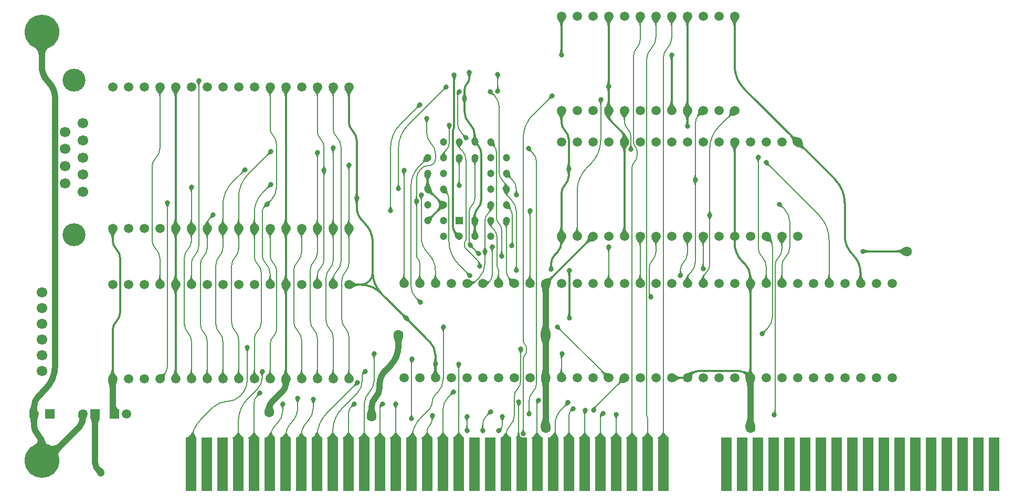
<source format=gbl>
%TF.GenerationSoftware,KiCad,Pcbnew,8.0.7*%
%TF.CreationDate,2025-02-05T17:01:46+02:00*%
%TF.ProjectId,UART Board,55415254-2042-46f6-9172-642e6b696361,V0*%
%TF.SameCoordinates,Original*%
%TF.FileFunction,Copper,L2,Bot*%
%TF.FilePolarity,Positive*%
%FSLAX46Y46*%
G04 Gerber Fmt 4.6, Leading zero omitted, Abs format (unit mm)*
G04 Created by KiCad (PCBNEW 8.0.7) date 2025-02-05 17:01:46*
%MOMM*%
%LPD*%
G01*
G04 APERTURE LIST*
%TA.AperFunction,ComponentPad*%
%ADD10C,1.500000*%
%TD*%
%TA.AperFunction,WasherPad*%
%ADD11C,3.700000*%
%TD*%
%TA.AperFunction,WasherPad*%
%ADD12C,1.700000*%
%TD*%
%TA.AperFunction,ComponentPad*%
%ADD13R,1.200000X1.200000*%
%TD*%
%TA.AperFunction,ComponentPad*%
%ADD14C,1.200000*%
%TD*%
%TA.AperFunction,ComponentPad*%
%ADD15R,1.500000X1.500000*%
%TD*%
%TA.AperFunction,ComponentPad*%
%ADD16C,5.600000*%
%TD*%
%TA.AperFunction,ConnectorPad*%
%ADD17R,1.780000X8.620000*%
%TD*%
%TA.AperFunction,ViaPad*%
%ADD18C,0.800000*%
%TD*%
%TA.AperFunction,ViaPad*%
%ADD19C,1.600000*%
%TD*%
%TA.AperFunction,ViaPad*%
%ADD20C,1.300000*%
%TD*%
%TA.AperFunction,Conductor*%
%ADD21C,0.380000*%
%TD*%
%TA.AperFunction,Conductor*%
%ADD22C,1.000000*%
%TD*%
%TA.AperFunction,Conductor*%
%ADD23C,0.200000*%
%TD*%
G04 APERTURE END LIST*
D10*
%TO.P,B4,1,5V*%
%TO.N,/5V*%
X59690000Y37014000D03*
%TO.P,B4,2,~{Device_Select}*%
%TO.N,/~{Device Select}*%
X62230000Y37014000D03*
%TO.P,B4,3,A16*%
%TO.N,/GND*%
X64770000Y37014000D03*
%TO.P,B4,4,A15*%
X67310000Y37014000D03*
%TO.P,B4,5,GND*%
X69850000Y37014000D03*
%TO.P,B4,6,A14*%
%TO.N,/A14*%
X72390000Y37014000D03*
%TO.P,B4,7,A13*%
%TO.N,/A13*%
X74930000Y37014000D03*
%TO.P,B4,8,A12*%
%TO.N,/A12*%
X77470000Y37014000D03*
%TO.P,B4,9,A11*%
%TO.N,/A11*%
X80010000Y37014000D03*
%TO.P,B4,10,A10*%
%TO.N,/A10*%
X82550000Y37014000D03*
%TO.P,B4,11,A4*%
%TO.N,/A4*%
X85090000Y37014000D03*
%TO.P,B4,12,GND*%
%TO.N,/GND*%
X87630000Y37014000D03*
%TO.P,B4,13,A3*%
%TO.N,/A3*%
X90170000Y37014000D03*
%TO.P,B4,14,~{Reset}_{IN2}*%
%TO.N,/~{Reset}_{System}*%
X92710000Y37014000D03*
%TO.P,B4,15,~{Reset}_{IN1}*%
%TO.N,/~{Reset}_{D}*%
X95250000Y37014000D03*
%TO.P,B4,16,N.C.*%
%TO.N,unconnected-(B4-N.C.-Pad16)*%
X97790000Y37014000D03*
%TO.P,B4,17,5V*%
%TO.N,/5V*%
X97790000Y52254000D03*
%TO.P,B4,18,Reset_{OUT}*%
%TO.N,unconnected-(B4-Reset_{OUT}-Pad18)*%
X95250000Y52254000D03*
%TO.P,B4,19,~{Reset}_{OUT}*%
%TO.N,/~{Reset}*%
X92710000Y52254000D03*
%TO.P,B4,20,~{A3}*%
%TO.N,/~{A3}*%
X90170000Y52254000D03*
%TO.P,B4,21,GND*%
%TO.N,/GND*%
X87630000Y52254000D03*
%TO.P,B4,22,~{A4}*%
%TO.N,unconnected-(B4-~{A4}-Pad22)*%
X85090000Y52254000D03*
%TO.P,B4,23,~{Device_RAM}*%
%TO.N,/~{Device ROM}*%
X82550000Y52254000D03*
%TO.P,B4,24,~{Device_Registers}*%
%TO.N,/~{Device Registers}*%
X80010000Y52254000D03*
%TO.P,B4,25,~{Device_ROM}*%
%TO.N,/~{Device RAM}*%
X77470000Y52254000D03*
%TO.P,B4,26,N.C.*%
%TO.N,unconnected-(B4-N.C.-Pad26)*%
X74930000Y52254000D03*
%TO.P,B4,27,N.C.*%
%TO.N,unconnected-(B4-N.C.-Pad27)*%
X72390000Y52254000D03*
%TO.P,B4,28,GND*%
%TO.N,/GND*%
X69850000Y52254000D03*
%TO.P,B4,29,N.C.*%
%TO.N,unconnected-(B4-N.C.-Pad29)*%
X67310000Y52254000D03*
%TO.P,B4,30,N.C.*%
%TO.N,unconnected-(B4-N.C.-Pad30)*%
X64770000Y52254000D03*
%TO.P,B4,31,N.C.*%
%TO.N,unconnected-(B4-N.C.-Pad31)*%
X62230000Y52254000D03*
%TO.P,B4,32,N.C.*%
%TO.N,unconnected-(B4-N.C.-Pad32)*%
X59690000Y52254000D03*
%TD*%
D11*
%TO.P,B3,*%
%TO.N,*%
X-18923000Y37268000D03*
D12*
X-17503000Y44218000D03*
X-20343000Y45604000D03*
X-17503000Y46990000D03*
X-20343000Y48377000D03*
X-17503000Y49763000D03*
X-20343000Y51149000D03*
X-17503000Y52535000D03*
X-20343000Y53922000D03*
X-17503000Y55308000D03*
D11*
X-18923000Y62258000D03*
D10*
%TO.P,B3,1,5V*%
%TO.N,/5V*%
X-12700000Y38284000D03*
%TO.P,B3,2,N.C.*%
%TO.N,unconnected-(B3-N.C.-Pad2)*%
X-10160000Y38284000D03*
%TO.P,B3,3,~{ADS}*%
%TO.N,unconnected-(B3-~{ADS}-Pad3)*%
X-7620000Y38284000D03*
%TO.P,B3,4,~{CS}*%
%TO.N,/~{UART2}_{SEL}*%
X-5080000Y38284000D03*
%TO.P,B3,5,GND*%
%TO.N,/GND*%
X-2540000Y38284000D03*
%TO.P,B3,6,~{RD}*%
%TO.N,/~{RD}*%
X0Y38284000D03*
%TO.P,B3,7,~{WD}*%
%TO.N,/~{WD}*%
X2540000Y38284000D03*
%TO.P,B3,8,D7*%
%TO.N,/D7*%
X5080000Y38284000D03*
%TO.P,B3,9,D6*%
%TO.N,/D6*%
X7620000Y38284000D03*
%TO.P,B3,10,D5*%
%TO.N,/D5*%
X10160000Y38284000D03*
%TO.P,B3,11,D4*%
%TO.N,/D4*%
X12700000Y38284000D03*
%TO.P,B3,12,GND*%
%TO.N,/GND*%
X15240000Y38284000D03*
%TO.P,B3,13,D3*%
%TO.N,/D3*%
X17780000Y38284000D03*
%TO.P,B3,14,D2*%
%TO.N,/D2*%
X20320000Y38284000D03*
%TO.P,B3,15,D1*%
%TO.N,/D1*%
X22860000Y38284000D03*
%TO.P,B3,16,D0*%
%TO.N,/D0*%
X25400000Y38284000D03*
%TO.P,B3,17,5V*%
%TO.N,/5V*%
X25400000Y61144000D03*
%TO.P,B3,18,1.8432Mhz*%
%TO.N,/1.8MHz*%
X22860000Y61144000D03*
%TO.P,B3,19,A0*%
%TO.N,/A0*%
X20320000Y61144000D03*
%TO.P,B3,20,A1*%
%TO.N,/A1*%
X17780000Y61144000D03*
%TO.P,B3,21,GND*%
%TO.N,/GND*%
X15240000Y61144000D03*
%TO.P,B3,22,A2*%
%TO.N,/A2*%
X12700000Y61144000D03*
%TO.P,B3,23,RX_Ready*%
%TO.N,unconnected-(B3-RX_Ready-Pad23)*%
X10160000Y61144000D03*
%TO.P,B3,24,TX_Ready*%
%TO.N,unconnected-(B3-TX_Ready-Pad24)*%
X7620000Y61144000D03*
%TO.P,B3,25,~{Out2}*%
%TO.N,unconnected-(B3-~{Out2}-Pad25)*%
X5080000Y61144000D03*
%TO.P,B3,26,~{Out1}*%
%TO.N,unconnected-(B3-~{Out1}-Pad26)*%
X2540000Y61144000D03*
%TO.P,B3,27,~{INT}*%
%TO.N,/~{INT2}*%
X0Y61144000D03*
%TO.P,B3,28,GND*%
%TO.N,/GND*%
X-2540000Y61144000D03*
%TO.P,B3,29,~{Reset}*%
%TO.N,/~{Reset}*%
X-5080000Y61144000D03*
%TO.P,B3,30,N.C.*%
%TO.N,unconnected-(B3-N.C.-Pad30)*%
X-7620000Y61144000D03*
%TO.P,B3,31,N.C.*%
%TO.N,unconnected-(B3-N.C.-Pad31)*%
X-10160000Y61144000D03*
%TO.P,B3,32,N.C.*%
%TO.N,unconnected-(B3-N.C.-Pad32)*%
X-12700000Y61144000D03*
%TD*%
D13*
%TO.P,IC3,1,N.C.*%
%TO.N,unconnected-(IC3-N.C.-Pad1)*%
X43180000Y39554000D03*
D14*
%TO.P,IC3,2,A16*%
%TO.N,/GND*%
X45720000Y37014000D03*
%TO.P,IC3,3,A15*%
X45720000Y39554000D03*
%TO.P,IC3,4,A12*%
X48260000Y37014000D03*
%TO.P,IC3,5,A7*%
%TO.N,/A7*%
X50800000Y39554000D03*
%TO.P,IC3,6,A6*%
%TO.N,/A6*%
X48260000Y39554000D03*
%TO.P,IC3,7,A5*%
%TO.N,/A5*%
X50800000Y42094000D03*
%TO.P,IC3,8,A4*%
%TO.N,/A4*%
X48260000Y42094000D03*
%TO.P,IC3,9,A3*%
%TO.N,/A3*%
X50800000Y44634000D03*
%TO.P,IC3,10,A2*%
%TO.N,/A2*%
X48260000Y44634000D03*
%TO.P,IC3,11,A1*%
%TO.N,/A1*%
X50800000Y47174000D03*
%TO.P,IC3,12,A0*%
%TO.N,/A0*%
X48260000Y47174000D03*
%TO.P,IC3,13,DQ0*%
%TO.N,/D0*%
X50800000Y49714000D03*
%TO.P,IC3,14,DQ1*%
%TO.N,/D1*%
X48260000Y52254000D03*
%TO.P,IC3,15,DQ2*%
%TO.N,/D2*%
X48260000Y49714000D03*
%TO.P,IC3,16,GND*%
%TO.N,/GND*%
X45720000Y52254000D03*
%TO.P,IC3,17,DQ3*%
%TO.N,/D3*%
X45720000Y49714000D03*
%TO.P,IC3,18,DQ4*%
%TO.N,/D4*%
X43180000Y52254000D03*
%TO.P,IC3,19,DQ5*%
%TO.N,/D5*%
X43180000Y49714000D03*
%TO.P,IC3,20,DQ6*%
%TO.N,/D6*%
X40640000Y52254000D03*
%TO.P,IC3,21,DQ7*%
%TO.N,/D7*%
X38100000Y49714000D03*
%TO.P,IC3,22,~{CE}*%
%TO.N,/~{Device ROM}*%
X40640000Y49714000D03*
%TO.P,IC3,23,A10*%
%TO.N,/GND*%
X38100000Y47174000D03*
%TO.P,IC3,24,~{OE}*%
%TO.N,/~{RD}*%
X40640000Y47174000D03*
%TO.P,IC3,25,A11*%
%TO.N,/GND*%
X38100000Y44634000D03*
%TO.P,IC3,26,A9*%
%TO.N,/A9*%
X40640000Y44634000D03*
%TO.P,IC3,27,A8*%
%TO.N,/A8*%
X38100000Y42094000D03*
%TO.P,IC3,28,A13*%
%TO.N,/GND*%
X40640000Y42094000D03*
%TO.P,IC3,29,A14*%
X38100000Y39554000D03*
%TO.P,IC3,30,N.C.*%
%TO.N,unconnected-(IC3-N.C.-Pad30)*%
X40640000Y37014000D03*
%TO.P,IC3,31,~{WE}*%
%TO.N,/~{WD}*%
X40640000Y39554000D03*
%TO.P,IC3,32,3V*%
%TO.N,/3.3V*%
X43180000Y37014000D03*
%TD*%
D10*
%TO.P,B2,1,5V*%
%TO.N,/5V*%
X59690000Y57334000D03*
%TO.P,B2,2,~{Device_RAM}*%
%TO.N,/~{Device RAM}*%
X62230000Y57334000D03*
%TO.P,B2,3,~{Device_Registers}*%
%TO.N,/~{Device Registers}*%
X64770000Y57334000D03*
%TO.P,B2,4,GND*%
%TO.N,/GND*%
X67310000Y57334000D03*
%TO.P,B2,5,~{Device_ROM}*%
%TO.N,/~{Device ROM}*%
X69850000Y57334000D03*
%TO.P,B2,6,H2_{REG}*%
%TO.N,/GND*%
X72390000Y57334000D03*
%TO.P,B2,7,H1_{REG}*%
X74930000Y57334000D03*
%TO.P,B2,8,H0_{REG}*%
%TO.N,/3.3V*%
X77470000Y57334000D03*
%TO.P,B2,9,GND*%
%TO.N,/GND*%
X80010000Y57334000D03*
%TO.P,B2,10,~{RD}*%
%TO.N,/~{RD}*%
X82550000Y57334000D03*
%TO.P,B2,11,~{Device_Select}*%
%TO.N,/~{Device Select}*%
X85090000Y57334000D03*
%TO.P,B2,12,~{WD}*%
%TO.N,/~{WD}*%
X87630000Y57334000D03*
%TO.P,B2,13,5V*%
%TO.N,/5V*%
X87630000Y72574000D03*
%TO.P,B2,14,N.C.*%
%TO.N,unconnected-(B2-N.C.-Pad14)*%
X85090000Y72574000D03*
%TO.P,B2,15,N.C.*%
%TO.N,unconnected-(B2-N.C.-Pad15)*%
X82550000Y72574000D03*
%TO.P,B2,16,GND*%
%TO.N,/GND*%
X80010000Y72574000D03*
%TO.P,B2,17,H0_{OUT}*%
%TO.N,/H0_{D}*%
X77470000Y72574000D03*
%TO.P,B2,18,H1_{OUT}*%
%TO.N,/H1_{D}*%
X74930000Y72574000D03*
%TO.P,B2,19,H2_{OUT}*%
%TO.N,/H2_{D}*%
X72390000Y72574000D03*
%TO.P,B2,20,N.C.*%
%TO.N,unconnected-(B2-N.C.-Pad20)*%
X69850000Y72574000D03*
%TO.P,B2,21,GND*%
%TO.N,/GND*%
X67310000Y72574000D03*
%TO.P,B2,22,N.C.*%
%TO.N,unconnected-(B2-N.C.-Pad22)*%
X64770000Y72574000D03*
%TO.P,B2,23,N.C.*%
%TO.N,unconnected-(B2-N.C.-Pad23)*%
X62230000Y72574000D03*
%TO.P,B2,24,3.3V*%
%TO.N,/3.3V*%
X59690000Y72574000D03*
%TD*%
D15*
%TO.P,LED1,1,K*%
%TO.N,Net-(LED1-K)*%
X-22860000Y8312000D03*
D10*
%TO.P,LED1,2,A*%
%TO.N,/GND*%
X-25400000Y8312000D03*
%TD*%
D15*
%TO.P,C2,1*%
%TO.N,/5V*%
X-12418600Y8312000D03*
D10*
%TO.P,C2,2*%
%TO.N,/GND*%
X-10418600Y8312000D03*
%TD*%
D16*
%TO.P,H1,1,GND*%
%TO.N,/GND*%
X-24130000Y70034000D03*
%TD*%
D12*
%TO.P,B5,*%
%TO.N,*%
X-24130000Y15240001D03*
X-24130000Y17780001D03*
X-24130000Y20320001D03*
X-24130000Y22860001D03*
X-24130000Y25400001D03*
X-24130000Y27940001D03*
D10*
%TO.P,B5,1,5V*%
%TO.N,/5V*%
X-12700000Y13970000D03*
%TO.P,B5,2,N.C.*%
%TO.N,unconnected-(B5-N.C.-Pad2)*%
X-10160000Y13970000D03*
%TO.P,B5,3,~{ADS}*%
%TO.N,unconnected-(B5-~{ADS}-Pad3)*%
X-7620000Y13970000D03*
%TO.P,B5,4,~{CS}*%
%TO.N,/~{UART1}_{SEL}*%
X-5080000Y13970000D03*
%TO.P,B5,5,GND*%
%TO.N,/GND*%
X-2540000Y13970000D03*
%TO.P,B5,6,~{RD}*%
%TO.N,/~{RD}*%
X0Y13970000D03*
%TO.P,B5,7,~{WD}*%
%TO.N,/~{WD}*%
X2540000Y13970000D03*
%TO.P,B5,8,D7*%
%TO.N,/D7*%
X5080000Y13970000D03*
%TO.P,B5,9,D6*%
%TO.N,/D6*%
X7620000Y13970000D03*
%TO.P,B5,10,D5*%
%TO.N,/D5*%
X10160000Y13970000D03*
%TO.P,B5,11,D4*%
%TO.N,/D4*%
X12700000Y13970000D03*
%TO.P,B5,12,GND*%
%TO.N,/GND*%
X15240000Y13970000D03*
%TO.P,B5,13,D3*%
%TO.N,/D3*%
X17780000Y13970000D03*
%TO.P,B5,14,D2*%
%TO.N,/D2*%
X20320000Y13970000D03*
%TO.P,B5,15,D1*%
%TO.N,/D1*%
X22860000Y13970000D03*
%TO.P,B5,16,D0*%
%TO.N,/D0*%
X25400000Y13970000D03*
%TO.P,B5,17,5V*%
%TO.N,/5V*%
X25400000Y29210000D03*
%TO.P,B5,18,1.8432Mhz*%
%TO.N,/1.8MHz*%
X22860000Y29210000D03*
%TO.P,B5,19,A0*%
%TO.N,/A0*%
X20320000Y29210000D03*
%TO.P,B5,20,A1*%
%TO.N,/A1*%
X17780000Y29210000D03*
%TO.P,B5,21,GND*%
%TO.N,/GND*%
X15240000Y29210000D03*
%TO.P,B5,22,A2*%
%TO.N,/A2*%
X12700000Y29210000D03*
%TO.P,B5,23,RX_Ready*%
%TO.N,unconnected-(B5-RX_Ready-Pad23)*%
X10160000Y29210000D03*
%TO.P,B5,24,TX_Ready*%
%TO.N,unconnected-(B5-TX_Ready-Pad24)*%
X7620000Y29210000D03*
%TO.P,B5,25,~{Out2}*%
%TO.N,unconnected-(B5-~{Out2}-Pad25)*%
X5080000Y29210000D03*
%TO.P,B5,26,~{Out1}*%
%TO.N,unconnected-(B5-~{Out1}-Pad26)*%
X2540000Y29210000D03*
%TO.P,B5,27,~{INT}*%
%TO.N,/~{INT1}*%
X0Y29210000D03*
%TO.P,B5,28,GND*%
%TO.N,/GND*%
X-2540000Y29210000D03*
%TO.P,B5,29,~{Reset}*%
%TO.N,/~{Reset}*%
X-5080000Y29210000D03*
%TO.P,B5,30,N.C.*%
%TO.N,unconnected-(B5-N.C.-Pad30)*%
X-7620000Y29210000D03*
%TO.P,B5,31,N.C.*%
%TO.N,unconnected-(B5-N.C.-Pad31)*%
X-10160000Y29210000D03*
%TO.P,B5,32,N.C.*%
%TO.N,unconnected-(B5-N.C.-Pad32)*%
X-12700000Y29210000D03*
%TD*%
D17*
%TO.P,J5,A1,A1*%
%TO.N,/~{Reset}_{System}*%
X-50800Y184000D03*
%TO.P,J5,A2,A2*%
%TO.N,unconnected-(J5-PadA2)*%
X2489200Y184000D03*
%TO.P,J5,A3,A3*%
%TO.N,unconnected-(J5-PadA3)*%
X5029200Y184000D03*
%TO.P,J5,A4,A4*%
%TO.N,/A0_{D}*%
X7569200Y184000D03*
%TO.P,J5,A5,A5*%
%TO.N,/A1_{D}*%
X10109200Y184000D03*
%TO.P,J5,A6,A6*%
%TO.N,/A2_{D}*%
X12649200Y184000D03*
%TO.P,J5,A7,A7*%
%TO.N,/A3_{D}*%
X15189200Y184000D03*
%TO.P,J5,A8,A8*%
%TO.N,/A4_{D}*%
X17729200Y184000D03*
%TO.P,J5,A9,A9*%
%TO.N,/A5_{D}*%
X20269200Y184000D03*
%TO.P,J5,A10,A10*%
%TO.N,/A6_{D}*%
X22809200Y184000D03*
%TO.P,J5,A11,A11*%
%TO.N,/A7_{D}*%
X25349200Y184000D03*
%TO.P,J5,A12,A12*%
%TO.N,/A8_{D}*%
X27889200Y184000D03*
%TO.P,J5,A13,A13*%
%TO.N,/A9_{D}*%
X30429200Y184000D03*
%TO.P,J5,A14,A14*%
%TO.N,/A10_{D}*%
X32969200Y184000D03*
%TO.P,J5,A15,A15*%
%TO.N,/A11_{D}*%
X35509200Y184000D03*
%TO.P,J5,A16,A16*%
%TO.N,/A12_{D}*%
X38049200Y184000D03*
%TO.P,J5,A17,A17*%
%TO.N,/A13_{D}*%
X40589200Y184000D03*
%TO.P,J5,A18,A18*%
%TO.N,/A14_{D}*%
X43129200Y184000D03*
%TO.P,J5,A19,A19*%
%TO.N,unconnected-(J5-PadA19)*%
X45669200Y184000D03*
%TO.P,J5,A20,A20*%
%TO.N,unconnected-(J5-PadA20)*%
X48209200Y184000D03*
%TO.P,J5,A21,A21*%
%TO.N,/D7_{D}*%
X50749200Y184000D03*
%TO.P,J5,A22,A22*%
%TO.N,/D6_{D}*%
X53289200Y184000D03*
%TO.P,J5,A23,A23*%
%TO.N,/D5_{D}*%
X55829200Y184000D03*
%TO.P,J5,A24,A24*%
%TO.N,/D4_{D}*%
X58369200Y184000D03*
%TO.P,J5,A25,A25*%
%TO.N,/D3_{D}*%
X60909200Y184000D03*
%TO.P,J5,A26,A26*%
%TO.N,/D2_{D}*%
X63449200Y184000D03*
%TO.P,J5,A27,A27*%
%TO.N,/D1_{D}*%
X65989200Y184000D03*
%TO.P,J5,A28,A28*%
%TO.N,/D0_{D}*%
X68529200Y184000D03*
%TO.P,J5,A29,A29*%
%TO.N,/H2_{D}*%
X71069200Y184000D03*
%TO.P,J5,A30,A30*%
%TO.N,/H1_{D}*%
X73609200Y184000D03*
%TO.P,J5,A31,A31*%
%TO.N,/H0_{D}*%
X76149200Y184000D03*
%TO.P,J5,C1,C1*%
%TO.N,unconnected-(J5-PadC1)*%
X86309200Y184000D03*
%TO.P,J5,C2,C2*%
%TO.N,unconnected-(J5-PadC2)*%
X88849200Y184000D03*
%TO.P,J5,C3,C3*%
%TO.N,unconnected-(J5-PadC3)*%
X91389200Y184000D03*
%TO.P,J5,C4,C4*%
%TO.N,unconnected-(J5-PadC4)*%
X93929200Y184000D03*
%TO.P,J5,C5,C5*%
%TO.N,unconnected-(J5-PadC5)*%
X96469200Y184000D03*
%TO.P,J5,C6,C6*%
%TO.N,unconnected-(J5-PadC6)*%
X99009200Y184000D03*
%TO.P,J5,C7,C7*%
%TO.N,unconnected-(J5-PadC7)*%
X101549200Y184000D03*
%TO.P,J5,C8,C8*%
%TO.N,unconnected-(J5-PadC8)*%
X104089200Y184000D03*
%TO.P,J5,C9,C9*%
%TO.N,unconnected-(J5-PadC9)*%
X106629200Y184000D03*
%TO.P,J5,C10,C10*%
%TO.N,unconnected-(J5-PadC10)*%
X109169200Y184000D03*
%TO.P,J5,C11,C11*%
%TO.N,unconnected-(J5-PadC11)*%
X111709200Y184000D03*
%TO.P,J5,C12,C12*%
%TO.N,unconnected-(J5-PadC12)*%
X114249200Y184000D03*
%TO.P,J5,C13,C13*%
%TO.N,unconnected-(J5-PadC13)*%
X116789200Y184000D03*
%TO.P,J5,C14,C14*%
%TO.N,unconnected-(J5-PadC14)*%
X119329200Y184000D03*
%TO.P,J5,C15,C15*%
%TO.N,unconnected-(J5-PadC15)*%
X121869200Y184000D03*
%TO.P,J5,C16,C16*%
%TO.N,unconnected-(J5-PadC16)*%
X124409200Y184000D03*
%TO.P,J5,C17,C17*%
%TO.N,unconnected-(J5-PadC17)*%
X126949200Y184000D03*
%TO.P,J5,C18,C18*%
%TO.N,unconnected-(J5-PadC18)*%
X129489200Y184000D03*
%TD*%
D15*
%TO.P,C1,1*%
%TO.N,/12V*%
X-15510000Y8312000D03*
D10*
%TO.P,C1,2*%
%TO.N,/GND*%
X-17510000Y8312000D03*
%TD*%
%TO.P,B1,1,A0_{IN}*%
%TO.N,/A0_{D}*%
X34290000Y14154000D03*
%TO.P,B1,2,A1_{IN}*%
%TO.N,/A1_{D}*%
X36830000Y14154000D03*
%TO.P,B1,3,5V*%
%TO.N,/5V*%
X39370000Y14154000D03*
%TO.P,B1,4,A2_{IN}*%
%TO.N,/A2_{D}*%
X41910000Y14154000D03*
%TO.P,B1,5,A3_{IN}*%
%TO.N,/A3_{D}*%
X44450000Y14154000D03*
%TO.P,B1,6,A4_{IN}*%
%TO.N,/A4_{D}*%
X46990000Y14154000D03*
%TO.P,B1,7,A5_{IN}*%
%TO.N,/A5_{D}*%
X49530000Y14154000D03*
%TO.P,B1,8,A6_{IN}*%
%TO.N,/A6_{D}*%
X52070000Y14154000D03*
%TO.P,B1,9,A7_{IN}*%
%TO.N,/A7_{D}*%
X54610000Y14154000D03*
%TO.P,B1,10,GND*%
%TO.N,/GND*%
X57150000Y14154000D03*
%TO.P,B1,11,A8_{IN}*%
%TO.N,/A8_{D}*%
X59690000Y14154000D03*
%TO.P,B1,12,A9_{IN}*%
%TO.N,/A9_{D}*%
X62230000Y14154000D03*
%TO.P,B1,13,A10_{IN}*%
%TO.N,/A10_{D}*%
X64770000Y14154000D03*
%TO.P,B1,14,A11_{IN}*%
%TO.N,/A11_{D}*%
X67310000Y14154000D03*
%TO.P,B1,15,A12_{IN}*%
%TO.N,/A12_{D}*%
X69850000Y14154000D03*
%TO.P,B1,16,A13_{IN}*%
%TO.N,/A13_{D}*%
X72390000Y14154000D03*
%TO.P,B1,17,A14_{IN}*%
%TO.N,/A14_{D}*%
X74930000Y14154000D03*
%TO.P,B1,18,A15_{IN}*%
%TO.N,/GND*%
X77470000Y14154000D03*
%TO.P,B1,19,A16_{IN}*%
X80010000Y14154000D03*
%TO.P,B1,20,~{RD}_{IN}*%
%TO.N,/~{RD}_{D}*%
X82550000Y14154000D03*
%TO.P,B1,21,~{WD}_{IN}*%
%TO.N,/~{WD}_{D}*%
X85090000Y14154000D03*
%TO.P,B1,22,S_{IN}*%
%TO.N,/CLK_{D}*%
X87630000Y14154000D03*
%TO.P,B1,23,GND*%
%TO.N,/GND*%
X90170000Y14154000D03*
%TO.P,B1,24,D7_{IN/OUT}*%
%TO.N,/D7_{D}*%
X92710000Y14154000D03*
%TO.P,B1,25,D6_{IN/OUT}*%
%TO.N,/D6_{D}*%
X95250000Y14154000D03*
%TO.P,B1,26,D5_{IN/OUT}*%
%TO.N,/D5_{D}*%
X97790000Y14154000D03*
%TO.P,B1,27,D4_{IN/OUT}*%
%TO.N,/D4_{D}*%
X100330000Y14154000D03*
%TO.P,B1,28,D3_{IN/OUT}*%
%TO.N,/D3_{D}*%
X102870000Y14154000D03*
%TO.P,B1,29,D2_{IN/OUT}*%
%TO.N,/D2_{D}*%
X105410000Y14154000D03*
%TO.P,B1,30,D1_{IN/OUT}*%
%TO.N,/D1_{D}*%
X107950000Y14154000D03*
%TO.P,B1,31,D0_{IN/OUT}*%
%TO.N,/D0_{D}*%
X110490000Y14154000D03*
%TO.P,B1,32,Deivce_~{CS}_{IN}*%
%TO.N,/~{Select}_{D}*%
X113030000Y14154000D03*
%TO.P,B1,33,Deivce_~{CS}*%
%TO.N,/~{Device Select}*%
X113030000Y29394000D03*
%TO.P,B1,34,D0*%
%TO.N,/D0*%
X110490000Y29394000D03*
%TO.P,B1,35,5V*%
%TO.N,/5V*%
X107950000Y29394000D03*
%TO.P,B1,36,D1*%
%TO.N,/D1*%
X105410000Y29394000D03*
%TO.P,B1,37,D2*%
%TO.N,/D2*%
X102870000Y29394000D03*
%TO.P,B1,38,D3*%
%TO.N,/D3*%
X100330000Y29394000D03*
%TO.P,B1,39,D4*%
%TO.N,/D4*%
X97790000Y29394000D03*
%TO.P,B1,40,D5*%
%TO.N,/D5*%
X95250000Y29394000D03*
%TO.P,B1,41,D6*%
%TO.N,/D6*%
X92710000Y29394000D03*
%TO.P,B1,42,GND*%
%TO.N,/GND*%
X90170000Y29394000D03*
%TO.P,B1,43,D7*%
%TO.N,/D7*%
X87630000Y29394000D03*
%TO.P,B1,44,S*%
%TO.N,unconnected-(B1-S-Pad44)*%
X85090000Y29394000D03*
%TO.P,B1,45,~{WD}*%
%TO.N,/~{WD}*%
X82550000Y29394000D03*
%TO.P,B1,46,~{RD}*%
%TO.N,/~{RD}*%
X80010000Y29394000D03*
%TO.P,B1,47,A16*%
%TO.N,unconnected-(B1-A16-Pad47)*%
X77470000Y29394000D03*
%TO.P,B1,48,A15*%
%TO.N,unconnected-(B1-A15-Pad48)*%
X74930000Y29394000D03*
%TO.P,B1,49,A14*%
%TO.N,/A14*%
X72390000Y29394000D03*
%TO.P,B1,50,A13*%
%TO.N,/A13*%
X69850000Y29394000D03*
%TO.P,B1,51,A12*%
%TO.N,/A12*%
X67310000Y29394000D03*
%TO.P,B1,52,A11*%
%TO.N,/A11*%
X64770000Y29394000D03*
%TO.P,B1,53,A10*%
%TO.N,/A10*%
X62230000Y29394000D03*
%TO.P,B1,54,A9*%
%TO.N,/A9*%
X59690000Y29394000D03*
%TO.P,B1,55,GND*%
%TO.N,/GND*%
X57150000Y29394000D03*
%TO.P,B1,56,A8*%
%TO.N,/A8*%
X54610000Y29394000D03*
%TO.P,B1,57,A7*%
%TO.N,/A7*%
X52070000Y29394000D03*
%TO.P,B1,58,A6*%
%TO.N,/A6*%
X49530000Y29394000D03*
%TO.P,B1,59,A5*%
%TO.N,/A5*%
X46990000Y29394000D03*
%TO.P,B1,60,A4*%
%TO.N,/A4*%
X44450000Y29394000D03*
%TO.P,B1,61,A3*%
%TO.N,/A3*%
X41910000Y29394000D03*
%TO.P,B1,62,A2*%
%TO.N,/A2*%
X39370000Y29394000D03*
%TO.P,B1,63,A1*%
%TO.N,/A1*%
X36830000Y29394000D03*
%TO.P,B1,64,A0*%
%TO.N,/A0*%
X34290000Y29394000D03*
%TD*%
D16*
%TO.P,H9,1,GND*%
%TO.N,/GND*%
X-24130000Y819000D03*
%TD*%
D18*
%TO.N,/5V*%
X60960000Y31553000D03*
X26678900Y43202800D03*
X34671000Y23806000D03*
X58039000Y31680000D03*
X60960000Y23806000D03*
X60880600Y47936000D03*
X39370000Y16440000D03*
%TO.N,/GND*%
X108331000Y34601000D03*
X44068506Y59321000D03*
D19*
X57150000Y6051420D03*
X12573000Y8566000D03*
D18*
X80010000Y54794000D03*
X67310000Y61271000D03*
D19*
X33401000Y21139000D03*
X57150000Y21139000D03*
X29083000Y7931000D03*
D18*
X44831000Y63557000D03*
D19*
X115443000Y34601000D03*
X90170000Y6026000D03*
D18*
%TO.N,/CLK_{D}*%
X35509200Y7550000D03*
X35560004Y17202000D03*
%TO.N,/~{Interrupt}_{D}*%
X43196800Y60425100D03*
X54491801Y8300000D03*
X44325800Y52962400D03*
X44450000Y5644990D03*
X44450000Y7931000D03*
X54356000Y51238000D03*
%TO.N,/~{Reset}_{D}*%
X48260000Y8693000D03*
X46990000Y5638000D03*
X93980000Y8173000D03*
%TO.N,/~{Select}_{D}*%
X49593495Y5581495D03*
X50165000Y7931000D03*
%TO.N,/~{Enable}_{D}*%
X58166000Y59747000D03*
X53526000Y5110700D03*
%TO.N,/~{Device Select}*%
X66040000Y59112000D03*
%TO.N,/A0_{D}*%
X11429998Y15218300D03*
%TO.N,/A1_{D}*%
X11071331Y11718669D03*
%TO.N,/A2_{D}*%
X14732000Y9963000D03*
%TO.N,/A3_{D}*%
X17145000Y10852000D03*
%TO.N,/A4_{D}*%
X19685000Y10725000D03*
%TO.N,/A5_{D}*%
X26796994Y13392000D03*
%TO.N,/A6_{D}*%
X28067000Y15219000D03*
%TO.N,/A7_{D}*%
X26289000Y9963000D03*
%TO.N,/A8_{D}*%
X29464000Y18091000D03*
X59817000Y18079000D03*
%TO.N,/A9_{D}*%
X30861000Y9963000D03*
%TO.N,/A10_{D}*%
X32969200Y9928000D03*
%TO.N,/A11_{D}*%
X59055000Y22409000D03*
X40640000Y22409000D03*
%TO.N,/A12_{D}*%
X64897000Y8947000D03*
X38862000Y8058000D03*
%TO.N,/A13_{D}*%
X42291000Y11917100D03*
%TO.N,/A14_{D}*%
X43129200Y16386400D03*
%TO.N,/D7_{D}*%
X53149501Y18789501D03*
%TO.N,/D6_{D}*%
X52806800Y10283000D03*
%TO.N,/D5_{D}*%
X56000000Y10550000D03*
%TO.N,/D4_{D}*%
X60769500Y10153500D03*
%TO.N,/D3_{D}*%
X61594998Y9200998D03*
%TO.N,/D2_{D}*%
X63538099Y8908899D03*
D20*
%TO.N,/12V*%
X-14605000Y-1115998D03*
D18*
%TO.N,/D0*%
X25400000Y48584100D03*
%TO.N,/D1_{D}*%
X66421000Y8439000D03*
%TO.N,/D0_{D}*%
X68529200Y8288000D03*
%TO.N,/D1*%
X22860000Y51308200D03*
X50050000Y33839000D03*
%TO.N,/D2*%
X92710000Y48952000D03*
X20320000Y50606400D03*
%TO.N,/D3*%
X44958002Y35617000D03*
X46355000Y34220010D03*
%TO.N,/D4*%
X46481994Y32188000D03*
%TO.N,/D5*%
X43180000Y45237700D03*
X12827000Y45396000D03*
X94868998Y42221000D03*
%TO.N,/D6*%
X91440000Y49841000D03*
X12827000Y50730000D03*
%TO.N,/D7*%
X36957000Y26395000D03*
X8635992Y47809000D03*
%TO.N,/~{WD}*%
X83611300Y40455700D03*
X3485600Y40463500D03*
%TO.N,/~{RD}*%
X81280000Y46158000D03*
X0Y45015000D03*
%TO.N,/A13*%
X74163800Y27247600D03*
%TO.N,/A12*%
X67310000Y35328400D03*
%TO.N,/A11*%
X78903900Y30684600D03*
%TO.N,/A10*%
X82550000Y31807000D03*
%TO.N,/A9*%
X44916500Y30688000D03*
%TO.N,/A8*%
X54610000Y41179200D03*
%TO.N,/A5*%
X48514000Y35363000D03*
X51689000Y35490000D03*
%TO.N,/A4*%
X47370998Y34606400D03*
%TO.N,/A3*%
X48184419Y60402019D03*
X52424000Y31531700D03*
%TO.N,/A2*%
X37084000Y43745000D03*
X12192000Y42221000D03*
%TO.N,/A1*%
X36322000Y42729000D03*
X37973000Y56064000D03*
X52425000Y43727000D03*
%TO.N,/A0*%
X21390000Y47682000D03*
X34290000Y47682000D03*
%TO.N,/~{Device Registers}*%
X49432400Y60509000D03*
X49432400Y63221000D03*
%TO.N,/~{Device ROM}*%
X41611300Y54992000D03*
X70909400Y51108800D03*
%TO.N,/3.3V*%
X42405000Y63110500D03*
X59689998Y66338200D03*
X77470000Y66338200D03*
%TO.N,/~{Reset}_{System}*%
X9017000Y19107000D03*
X92075000Y21266000D03*
%TO.N,/~{UART2}_{SEL}*%
X32130998Y41208300D03*
X36830000Y58264300D03*
%TO.N,/~{INT1}*%
X1196400Y62160000D03*
%TO.N,/~{UART1}_{SEL}*%
X33401000Y44761000D03*
X-3853400Y42475000D03*
X41120700Y61174200D03*
%TD*%
D21*
%TO.N,/3.3V*%
X42405000Y54614631D02*
G75*
G02*
X42288809Y54334091I-396700J-31D01*
G01*
X42288800Y54334100D02*
G75*
G03*
X42172613Y54053568I280500J-280500D01*
G01*
X42172600Y38733739D02*
G75*
G03*
X42676288Y37517688I1719700J-39D01*
G01*
%TO.N,/GND*%
X67310000Y56699000D02*
G75*
G03*
X67759018Y55614993I1533000J0D01*
G01*
D22*
X-24765000Y5010000D02*
G75*
G02*
X-24130000Y3476974I-1533028J-1533027D01*
G01*
D21*
X89361776Y32488223D02*
G75*
G02*
X90169984Y30537000I-1951276J-1951223D01*
G01*
X89600000Y14724000D02*
G75*
G03*
X88223898Y15293999I-1376100J-1376100D01*
G01*
X44831000Y62572168D02*
G75*
G02*
X44449741Y61651759I-1301700J32D01*
G01*
D22*
X33401000Y19297500D02*
G75*
G02*
X32098867Y16153857I-4445800J0D01*
G01*
X-17510000Y7576050D02*
G75*
G02*
X-18030395Y6319704I-1776738J-2D01*
G01*
D21*
X80580000Y14724000D02*
G75*
G02*
X79203898Y14154001I-1376100J1376100D01*
G01*
D22*
X31337175Y15392175D02*
G75*
G03*
X30360029Y13033065I2359125J-2359075D01*
G01*
X-24130000Y64575643D02*
G75*
G03*
X-23050500Y61969500I3685641J-1D01*
G01*
D21*
X45720000Y52976026D02*
G75*
G03*
X46230542Y51743442I1743100J-26D01*
G01*
X44956678Y55176321D02*
G75*
G02*
X45720012Y53333500I-1842778J-1842821D01*
G01*
X46230550Y41588550D02*
G75*
G03*
X45720011Y40355973I1232550J-1232550D01*
G01*
X44068500Y57232286D02*
G75*
G03*
X44894254Y55238754I2819300J14D01*
G01*
X46230550Y51743450D02*
G75*
G02*
X46741089Y50510873I-1232550J-1232550D01*
G01*
X69400987Y53973012D02*
G75*
G02*
X69850007Y52889000I-1083987J-1084012D01*
G01*
D22*
X-25400000Y6543025D02*
G75*
G03*
X-24765000Y5010000I2168030J3D01*
G01*
D21*
X44449750Y61651750D02*
G75*
G03*
X44068487Y60731331I920450J-920450D01*
G01*
D22*
X30360000Y12554105D02*
G75*
G02*
X29721508Y11012622I-2180000J-5D01*
G01*
X15240000Y13236500D02*
G75*
G02*
X14721332Y11984342I-1770800J0D01*
G01*
X-23050500Y61969500D02*
G75*
G02*
X-21971000Y59363356I-2606134J-2606140D01*
G01*
D21*
X81956101Y15294000D02*
G75*
G03*
X80579999Y14724001I-1J-1946100D01*
G01*
D22*
X29721500Y11012630D02*
G75*
G03*
X29083039Y9471154I1541500J-1541430D01*
G01*
X-21971000Y16153963D02*
G75*
G02*
X-23564792Y12306206I-5441552J0D01*
G01*
X13022012Y10285012D02*
G75*
G03*
X12572992Y9201000I1083988J-1084012D01*
G01*
D21*
X87630000Y36016051D02*
G75*
G03*
X88899985Y32949985I4336000J-51D01*
G01*
D22*
X-24636678Y11234321D02*
G75*
G03*
X-25400000Y9391500I1842823J-1842823D01*
G01*
D21*
X46741100Y42821126D02*
G75*
G02*
X46230558Y41588542I-1743100J-26D01*
G01*
X69850000Y52889000D02*
X69850000Y51619000D01*
X15240000Y14703500D02*
X15240000Y13236500D01*
%TO.N,/5V*%
X-12097250Y34949750D02*
G75*
G02*
X-11494500Y33494582I-1455163J-1455165D01*
G01*
X58667617Y34086617D02*
G75*
G03*
X58038989Y32569000I1517583J-1517617D01*
G01*
X106737665Y34035334D02*
G75*
G02*
X107949990Y31108500I-2926865J-2926834D01*
G01*
X60880600Y46793481D02*
G75*
G02*
X60285295Y45356305I-2032500J19D01*
G01*
X60285300Y54119300D02*
G75*
G02*
X60880608Y52682118I-1437200J-1437200D01*
G01*
D22*
X-12700000Y8792379D02*
G75*
G03*
X-12559300Y8452700I480381J1D01*
G01*
D21*
X103816207Y46227792D02*
G75*
G02*
X105410010Y42380036I-3847807J-3847792D01*
G01*
X26039450Y54027550D02*
G75*
G02*
X26678892Y52483781I-1543750J-1543750D01*
G01*
X-12097250Y23265750D02*
G75*
G03*
X-12700000Y21810582I1455174J-1455170D01*
G01*
X60285300Y45356300D02*
G75*
G03*
X59689992Y43919118I1437200J-1437200D01*
G01*
X27972949Y39140049D02*
G75*
G02*
X29267014Y36015936I-3124149J-3124149D01*
G01*
X38427073Y20049926D02*
G75*
G02*
X39369986Y17773500I-2276473J-2276426D01*
G01*
X26678900Y41818450D02*
G75*
G03*
X27657785Y39455218I3342110J0D01*
G01*
X27333500Y29210000D02*
G75*
G03*
X29267000Y31143500I0J1933500D01*
G01*
X30634190Y27842809D02*
G75*
G03*
X27333500Y29209994I-3300690J-3300709D01*
G01*
X29267000Y31143500D02*
G75*
G03*
X30634187Y27842806I4667900J0D01*
G01*
X59690000Y55556481D02*
G75*
G03*
X60285305Y54119305I2032500J19D01*
G01*
X105410000Y37159051D02*
G75*
G03*
X106679985Y34092985I4336000J-51D01*
G01*
X25400000Y55571318D02*
G75*
G03*
X26039444Y54027544I2183200J-18D01*
G01*
X-11494500Y24720917D02*
G75*
G02*
X-12097250Y23265750I-2057908J-3D01*
G01*
X87630000Y64667963D02*
G75*
G03*
X89223821Y60820236I5441500J37D01*
G01*
X59690000Y36061500D02*
G75*
G02*
X59016472Y34435488I-2299500J0D01*
G01*
X-12700000Y36404917D02*
G75*
G03*
X-12097250Y34949750I2057920J1D01*
G01*
D22*
%TO.N,/12V*%
X-15510000Y428933D02*
G75*
G03*
X-15057500Y-663498I1544933J1D01*
G01*
D23*
%TO.N,/~{UART1}_{SEL}*%
X-3853400Y16063937D02*
G75*
G02*
X-4466700Y14583300I-2093931J-2D01*
G01*
X34994792Y55048292D02*
G75*
G03*
X33400989Y51200536I3847808J-3847792D01*
G01*
%TO.N,/~{INT1}*%
X1196400Y35444082D02*
G75*
G02*
X598200Y33999900I-2042390J4D01*
G01*
X598200Y33999900D02*
G75*
G03*
X1Y32555717I1444180J-1444180D01*
G01*
%TO.N,/~{UART2}_{SEL}*%
X33724790Y55159090D02*
G75*
G03*
X32130960Y51311334I3847710J-3847790D01*
G01*
%TO.N,/1.8MHz*%
X23495000Y53016000D02*
G75*
G02*
X24129989Y51482974I-1533000J-1533000D01*
G01*
X23418967Y31349967D02*
G75*
G03*
X22859990Y30000500I1349433J-1349467D01*
G01*
X22860000Y54549025D02*
G75*
G03*
X23494992Y53015992I2168000J-25D01*
G01*
X24130000Y32959025D02*
G75*
G02*
X23495008Y31425992I-2168000J-25D01*
G01*
%TO.N,/~{Reset}_{System}*%
X9017000Y13812840D02*
G75*
G02*
X8001000Y11360000I-3468840J0D01*
G01*
X93235000Y36489000D02*
G75*
G02*
X93760016Y35221537I-1267500J-1267500D01*
G01*
X93760000Y24142474D02*
G75*
G02*
X92917493Y22108507I-2876500J26D01*
G01*
X5715000Y10344000D02*
G75*
G03*
X3546964Y9445984I0J-3066100D01*
G01*
X7883025Y11242025D02*
G75*
G02*
X5715000Y10344000I-2168025J2168025D01*
G01*
X1542992Y7441992D02*
G75*
G03*
X-50797Y3594236I3847758J-3847752D01*
G01*
%TO.N,/~{Device ROM}*%
X41611300Y52134112D02*
G75*
G02*
X41125654Y50961646I-1658100J-12D01*
G01*
X69850000Y55670108D02*
G75*
G03*
X70379697Y54391297I1808500J-8D01*
G01*
X70379700Y54391300D02*
G75*
G02*
X70909396Y53112491I-1278800J-1278800D01*
G01*
X40909407Y50745407D02*
G75*
G03*
X40639995Y50095000I650393J-650407D01*
G01*
%TO.N,/A0*%
X20855000Y52735000D02*
G75*
G02*
X21389998Y51443395I-1291600J-1291600D01*
G01*
X20855000Y31961000D02*
G75*
G03*
X20320002Y30669395I1291600J-1291600D01*
G01*
X21390000Y33252604D02*
G75*
G02*
X20855001Y31960999I-1826600J-4D01*
G01*
X20320000Y54026604D02*
G75*
G03*
X20854999Y52734999I1826600J-4D01*
G01*
%TO.N,/A1*%
X51780825Y46193174D02*
G75*
G02*
X52424984Y44638000I-1555225J-1555174D01*
G01*
X39370000Y49528012D02*
G75*
G02*
X39052504Y48761496I-1084000J-12D01*
G01*
X39052500Y48761500D02*
G75*
G02*
X38285987Y48444005I-766500J766500D01*
G01*
X36957000Y47809000D02*
G75*
G03*
X36322011Y46275974I1533000J-1533000D01*
G01*
X37973000Y53749828D02*
G75*
G03*
X38671492Y52063492I2384800J-28D01*
G01*
X38671500Y52063500D02*
G75*
G02*
X39369988Y50377171I-1686300J-1686300D01*
G01*
X36576000Y33331000D02*
G75*
G02*
X36829996Y32717789I-613200J-613200D01*
G01*
X38163500Y48444000D02*
G75*
G03*
X37187893Y48039883I0J-1379700D01*
G01*
X36322000Y33944210D02*
G75*
G03*
X36575997Y33330997I867200J-10D01*
G01*
%TO.N,/A2*%
X13716000Y44822630D02*
G75*
G02*
X12954000Y42983000I-2601630J0D01*
G01*
X12065000Y32569000D02*
G75*
G02*
X12699989Y31035974I-1533000J-1533000D01*
G01*
X11430000Y34102025D02*
G75*
G03*
X12064998Y32568998I2168020J-5D01*
G01*
X38227000Y34220000D02*
G75*
G02*
X39370022Y31460553I-2759500J-2759500D01*
G01*
X37084000Y36979446D02*
G75*
G03*
X38226998Y34219998I3902440J-6D01*
G01*
X11811000Y41840000D02*
G75*
G03*
X11430006Y40920184I919800J-919800D01*
G01*
X12700000Y54496420D02*
G75*
G03*
X13207994Y53269994I1734400J-20D01*
G01*
X13208000Y53270000D02*
G75*
G02*
X13715992Y52043579I-1226400J-1226400D01*
G01*
%TO.N,/A3*%
X48277085Y60377814D02*
G75*
G03*
X48218650Y60402060I-58485J-58414D01*
G01*
X48951090Y59703809D02*
G75*
G02*
X49649298Y58018182I-1685590J-1685609D01*
G01*
X51611999Y42932999D02*
G75*
G02*
X52423981Y40972658I-1960299J-1960299D01*
G01*
X50800000Y44052400D02*
G75*
G03*
X51017371Y43527642I742100J0D01*
G01*
X50530592Y45665407D02*
G75*
G02*
X50800004Y45015000I-650392J-650407D01*
G01*
X49649300Y47360367D02*
G75*
G03*
X50224659Y45971359I1964400J33D01*
G01*
%TO.N,/A4*%
X48260000Y41586000D02*
G75*
G02*
X47900785Y40718793I-1226400J0D01*
G01*
X47360000Y34625174D02*
G75*
G03*
X47365506Y34611906I18800J26D01*
G01*
X45825210Y29753210D02*
G75*
G02*
X44958000Y29393994I-867210J867190D01*
G01*
X47810000Y40628000D02*
G75*
G03*
X47359998Y39541603I1086400J-1086400D01*
G01*
X47370998Y32646035D02*
G75*
G02*
X46418509Y30346489I-3251998J-35D01*
G01*
%TO.N,/A5*%
X51288000Y41606000D02*
G75*
G02*
X51775985Y40427863I-1178100J-1178100D01*
G01*
X48021407Y29663407D02*
G75*
G02*
X47371000Y29393995I-650407J650393D01*
G01*
X51776000Y35638518D02*
G75*
G02*
X51732505Y35533495I-148500J-18D01*
G01*
X48514000Y30694815D02*
G75*
G02*
X48133005Y29774995I-1300800J-15D01*
G01*
%TO.N,/A6*%
X49415000Y31946000D02*
G75*
G02*
X49529986Y31668365I-277600J-277600D01*
G01*
X48779999Y38144999D02*
G75*
G02*
X49300002Y36889608I-1255399J-1255399D01*
G01*
X49300000Y32223634D02*
G75*
G03*
X49414990Y31945990I392600J-34D01*
G01*
X48260000Y39109500D02*
G75*
G03*
X48574312Y38350695I1073100J0D01*
G01*
%TO.N,/A7*%
X50800000Y31562025D02*
G75*
G03*
X51434992Y30028992I2168000J-25D01*
G01*
%TO.N,/A9*%
X41550600Y36307863D02*
G75*
G03*
X43144391Y32460106I5441550J-3D01*
G01*
X41095300Y44178700D02*
G75*
G02*
X41550604Y43079508I-1099200J-1099200D01*
G01*
%TO.N,/A11*%
X79456950Y32904950D02*
G75*
G03*
X78903913Y31569769I1335150J-1335150D01*
G01*
X80010000Y34240130D02*
G75*
G02*
X79456959Y32904941I-1888200J-30D01*
G01*
%TO.N,/A13*%
X74930000Y34464573D02*
G75*
G02*
X74397842Y33179858I-1816900J27D01*
G01*
X73865700Y27756488D02*
G75*
G03*
X74014753Y27396653I508900J12D01*
G01*
X74397850Y33179850D02*
G75*
G03*
X73865689Y31895126I1284750J-1284750D01*
G01*
%TO.N,/~{RD}*%
X81280000Y32832025D02*
G75*
G02*
X80645008Y31298992I-2168000J-25D01*
G01*
X-1111300Y22813807D02*
G75*
G03*
X-555650Y21472350I1897106J0D01*
G01*
X-555650Y34934350D02*
G75*
G03*
X-1111298Y33592892I1341470J-1341460D01*
G01*
X0Y36275807D02*
G75*
G02*
X-555650Y34934350I-1897095J-5D01*
G01*
X-555650Y21472350D02*
G75*
G02*
X0Y20130892I-1341454J-1341456D01*
G01*
X80459012Y31113012D02*
G75*
G03*
X80009992Y30029000I1083988J-1084012D01*
G01*
X81915000Y56699000D02*
G75*
G03*
X81280011Y55165974I1533000J-1533000D01*
G01*
%TO.N,/~{WD}*%
X2976249Y39954149D02*
G75*
G03*
X2540000Y38900950I1053201J-1053199D01*
G01*
X85205092Y54909092D02*
G75*
G03*
X83611289Y51061336I3847808J-3847792D01*
G01*
X2008800Y21496800D02*
G75*
G02*
X2540004Y20214369I-1282440J-1282440D01*
G01*
X83611300Y32475752D02*
G75*
G02*
X83080636Y31194664I-1811800J48D01*
G01*
X2540000Y35098230D02*
G75*
G02*
X2008800Y33815800I-1813630J0D01*
G01*
X1477600Y22779230D02*
G75*
G03*
X2008802Y21496802I1813620J0D01*
G01*
X2008800Y33815800D02*
G75*
G03*
X1477600Y32533369I1282430J-1282430D01*
G01*
X82999012Y31113012D02*
G75*
G03*
X82549992Y30029000I1083988J-1084012D01*
G01*
%TO.N,/D7*%
X35445000Y28976145D02*
G75*
G03*
X36201000Y27151000I2581130J-5D01*
G01*
X4524350Y33791350D02*
G75*
G03*
X3968703Y32449892I1341450J-1341450D01*
G01*
X5080000Y35132807D02*
G75*
G02*
X4524349Y33791351I-1897110J3D01*
G01*
X6673792Y45846800D02*
G75*
G03*
X5079997Y41999044I3847758J-3847760D01*
G01*
X4524350Y21472350D02*
G75*
G02*
X5079997Y20130892I-1341450J-1341450D01*
G01*
X3968700Y22813807D02*
G75*
G03*
X4524348Y21472348I1897100J-7D01*
G01*
X36772500Y48386500D02*
G75*
G03*
X35444987Y45181631I3204900J-3204900D01*
G01*
%TO.N,/D6*%
X91440000Y35245025D02*
G75*
G03*
X92074992Y33711992I2168000J-25D01*
G01*
X9213792Y47116792D02*
G75*
G03*
X7620003Y43269036I3847758J-3847752D01*
G01*
X6508700Y23067807D02*
G75*
G03*
X7064348Y21726348I1897100J-7D01*
G01*
X7620000Y35005807D02*
G75*
G02*
X7064352Y33664348I-1897100J-7D01*
G01*
X7064350Y33664350D02*
G75*
G03*
X6508703Y32322892I1341450J-1341450D01*
G01*
X7064350Y21726350D02*
G75*
G02*
X7619997Y20384892I-1341450J-1341450D01*
G01*
X92075000Y33712000D02*
G75*
G02*
X92709989Y32178974I-1533000J-1533000D01*
G01*
%TO.N,/D5*%
X95694499Y41395499D02*
G75*
G02*
X96519985Y39402563I-1992899J-1992899D01*
G01*
X95885000Y33712000D02*
G75*
G03*
X95250011Y32178974I1533000J-1533000D01*
G01*
X11493500Y44062500D02*
G75*
G03*
X10160002Y40843146I3219350J-3219350D01*
G01*
X10715600Y21726400D02*
G75*
G03*
X10160015Y20385062I1341300J-1341300D01*
G01*
X96520000Y35245025D02*
G75*
G02*
X95885008Y33711992I-2168000J-25D01*
G01*
X10715600Y32489600D02*
G75*
G02*
X11271185Y31148262I-1341300J-1341300D01*
G01*
X10160000Y33830937D02*
G75*
G03*
X10715598Y32489598I1896930J-7D01*
G01*
X11271200Y23067737D02*
G75*
G02*
X10715599Y21726401I-1896940J3D01*
G01*
%TO.N,/D4*%
X13239900Y20853100D02*
G75*
G03*
X12700014Y19549666I1303400J-1303400D01*
G01*
X43180000Y51809500D02*
G75*
G03*
X43494312Y51050695I1073100J0D01*
G01*
X43730200Y50814800D02*
G75*
G02*
X44280400Y49486499I-1328300J-1328300D01*
G01*
X12700000Y33967533D02*
G75*
G03*
X13239899Y32664099I1843330J-3D01*
G01*
X46257485Y33047514D02*
G75*
G02*
X46482003Y32505503I-541985J-542014D01*
G01*
X44280400Y36478535D02*
G75*
G02*
X44156273Y36178788I-423900J-35D01*
G01*
X13779800Y22156533D02*
G75*
G02*
X13239898Y20853102I-1843340J7D01*
G01*
X44156250Y36178811D02*
G75*
G03*
X44032117Y35879086I299750J-299711D01*
G01*
X13239900Y32664100D02*
G75*
G02*
X13779786Y31360666I-1303400J-1303400D01*
G01*
X44032100Y35663780D02*
G75*
G03*
X44308498Y34996509I943700J20D01*
G01*
%TO.N,/D3*%
X17145000Y21774000D02*
G75*
G02*
X17779989Y20240974I-1533000J-1533000D01*
G01*
X45270000Y42025000D02*
G75*
G03*
X44819998Y40938603I1086400J-1086400D01*
G01*
X17145000Y32950000D02*
G75*
G03*
X16510011Y31416974I1533000J-1533000D01*
G01*
X45720000Y43111396D02*
G75*
G02*
X45269999Y42025001I-1536400J4D01*
G01*
X16510000Y23307025D02*
G75*
G03*
X17144998Y21773998I2168020J-5D01*
G01*
X17780000Y34483025D02*
G75*
G02*
X17144999Y32950001I-2168030J5D01*
G01*
X44820000Y35852584D02*
G75*
G03*
X44889006Y35686006I235600J16D01*
G01*
%TO.N,/D2*%
X20320000Y34339107D02*
G75*
G02*
X19764352Y32997648I-1897100J-7D01*
G01*
X19764350Y21948650D02*
G75*
G02*
X20319997Y20607192I-1341450J-1341450D01*
G01*
X101276207Y40385792D02*
G75*
G02*
X102870010Y36538036I-3847807J-3847792D01*
G01*
X19208700Y23290107D02*
G75*
G03*
X19764348Y21948648I1897100J-7D01*
G01*
X19764350Y32997650D02*
G75*
G03*
X19208703Y31656192I1341450J-1341450D01*
G01*
%TO.N,/D1*%
X49626950Y39076050D02*
G75*
G02*
X50050007Y38054716I-1021350J-1021350D01*
G01*
X22307850Y31762850D02*
G75*
G03*
X21755683Y30429841I1333050J-1333050D01*
G01*
X22307850Y22072150D02*
G75*
G02*
X22860017Y20739141I-1333050J-1333050D01*
G01*
X48731950Y51782050D02*
G75*
G02*
X49203884Y50642661I-1139350J-1139350D01*
G01*
X49203900Y40097383D02*
G75*
G03*
X49626955Y39076055I1444400J17D01*
G01*
X22860000Y33095858D02*
G75*
G02*
X22307851Y31762849I-1885170J2D01*
G01*
X21755700Y23405158D02*
G75*
G03*
X22307851Y22072151I1885160J2D01*
G01*
%TO.N,/~{Reset}*%
X-5080000Y51247025D02*
G75*
G02*
X-5715000Y49714000I-2168019J-2D01*
G01*
X-5715000Y49714000D02*
G75*
G03*
X-6350000Y48180974I1533039J-1533031D01*
G01*
X-5715000Y34982000D02*
G75*
G02*
X-5080000Y33448974I-1533028J-1533027D01*
G01*
X-6350000Y36515025D02*
G75*
G03*
X-5715000Y34982000I2168030J3D01*
G01*
%TO.N,/H0_{D}*%
X77470000Y69062946D02*
G75*
G02*
X76809634Y67468566I-2254800J-46D01*
G01*
X76809600Y67468600D02*
G75*
G03*
X76149219Y65874253I1594300J-1594300D01*
G01*
%TO.N,/H1_{D}*%
X74930000Y69174598D02*
G75*
G02*
X74190650Y67389650I-2524300J2D01*
G01*
X74190650Y67389650D02*
G75*
G03*
X73451300Y65604701I1784950J-1784950D01*
G01*
X73451300Y8042652D02*
G75*
G03*
X73530235Y7852035I269500J-52D01*
G01*
X73530250Y7852050D02*
G75*
G02*
X73609220Y7661447I-190650J-190650D01*
G01*
%TO.N,/H2_{D}*%
X71338300Y52202853D02*
G75*
G03*
X71610184Y51546584I928100J47D01*
G01*
X71610150Y51546550D02*
G75*
G02*
X71882019Y50890246I-656350J-656350D01*
G01*
X71882000Y50034736D02*
G75*
G02*
X71475611Y49053589I-1387500J-36D01*
G01*
X71864150Y67476150D02*
G75*
G03*
X71338285Y66206635I1269550J-1269550D01*
G01*
X72390000Y68745664D02*
G75*
G02*
X71864140Y67476160I-1795400J36D01*
G01*
X71475600Y49053600D02*
G75*
G03*
X71069215Y48072463I981100J-981100D01*
G01*
%TO.N,/D1_{D}*%
X66205100Y8223100D02*
G75*
G03*
X65989212Y7701871I521200J-521200D01*
G01*
%TO.N,/D0*%
X24844350Y22202650D02*
G75*
G02*
X25399997Y20861192I-1341450J-1341450D01*
G01*
X24844350Y31251350D02*
G75*
G03*
X24288703Y29909892I1341450J-1341450D01*
G01*
X24288700Y23544107D02*
G75*
G03*
X24844348Y22202648I1897100J-7D01*
G01*
X25400000Y32592807D02*
G75*
G02*
X24844352Y31251348I-1897100J-7D01*
G01*
%TO.N,/D2_{D}*%
X63493649Y8864449D02*
G75*
G03*
X63449184Y8757138I107351J-107349D01*
G01*
%TO.N,/D3_{D}*%
X61252099Y8858099D02*
G75*
G03*
X60909214Y8030267I827801J-827799D01*
G01*
%TO.N,/D4_{D}*%
X59725250Y9109250D02*
G75*
G03*
X58680997Y6588207I2521050J-2521050D01*
G01*
%TO.N,/D5_{D}*%
X55873000Y10423000D02*
G75*
G03*
X55746002Y10116394I306600J-306600D01*
G01*
%TO.N,/D7_{D}*%
X52610344Y12380844D02*
G75*
G03*
X52097699Y11143182I1237656J-1237644D01*
G01*
X52097688Y8084613D02*
G75*
G02*
X51423445Y6456843I-2301988J-13D01*
G01*
X53123000Y13618505D02*
G75*
G02*
X52610343Y12380845I-1750300J-5D01*
G01*
X53136250Y18776250D02*
G75*
G03*
X53123016Y18744260I31950J-31950D01*
G01*
X51423444Y6456844D02*
G75*
G03*
X50749214Y4829074I1627756J-1627744D01*
G01*
%TO.N,/A13_{D}*%
X41440100Y11066200D02*
G75*
G03*
X40589181Y9011945I2054300J-2054300D01*
G01*
%TO.N,/A12_{D}*%
X38862000Y7486500D02*
G75*
G02*
X38457883Y6510893I-1379700J0D01*
G01*
X38455600Y6508600D02*
G75*
G03*
X38049215Y5527463I981100J-981100D01*
G01*
X64986802Y9290802D02*
G75*
G03*
X64896998Y9074000I216798J-216802D01*
G01*
%TO.N,/A11_{D}*%
X37102992Y7822992D02*
G75*
G03*
X35509189Y3975236I3847808J-3847792D01*
G01*
X40640000Y13980235D02*
G75*
G02*
X39750999Y11834001I-3035240J5D01*
G01*
X39343893Y11426893D02*
G75*
G03*
X38862004Y10263500I1163407J-1163393D01*
G01*
X38862000Y10263500D02*
G75*
G02*
X38380109Y9100103I-1645300J0D01*
G01*
%TO.N,/A9_{D}*%
X30645100Y9747100D02*
G75*
G03*
X30429212Y9225871I521200J-521200D01*
G01*
%TO.N,/A8_{D}*%
X59753500Y18015500D02*
G75*
G03*
X59690001Y17862197I153300J-153300D01*
G01*
X29464000Y13689301D02*
G75*
G02*
X28676611Y11788339I-2688400J-1D01*
G01*
X28676600Y11788350D02*
G75*
G03*
X27889186Y9887398I1900900J-1900950D01*
G01*
%TO.N,/A7_{D}*%
X25819100Y9493100D02*
G75*
G03*
X25349216Y8358661I1134400J-1134400D01*
G01*
%TO.N,/A6_{D}*%
X27813000Y14965000D02*
G75*
G03*
X27559004Y14351789I613200J-613200D01*
G01*
X27559000Y13606869D02*
G75*
G02*
X26778261Y11722000I-2665610J1D01*
G01*
X24402992Y9346731D02*
G75*
G03*
X22809232Y5498975I3847808J-3847731D01*
G01*
%TO.N,/A5_{D}*%
X21862992Y8457998D02*
G75*
G03*
X20269198Y4610242I3847758J-3847758D01*
G01*
%TO.N,/A4_{D}*%
X19685000Y9391500D02*
G75*
G02*
X18742083Y7115063I-3219400J0D01*
G01*
X18707100Y7080100D02*
G75*
G03*
X17729183Y4719240I2360900J-2360900D01*
G01*
%TO.N,/A3_{D}*%
X17145000Y9313959D02*
G75*
G02*
X16167100Y6953100I-3338760J1D01*
G01*
X16167100Y6953100D02*
G75*
G03*
X15189183Y4592240I2360900J-2360900D01*
G01*
%TO.N,/A2_{D}*%
X14732000Y8820000D02*
G75*
G02*
X13923787Y6868765I-2759500J0D01*
G01*
X13690600Y6635600D02*
G75*
G03*
X12649184Y4121437I2514200J-2514200D01*
G01*
%TO.N,/A1_{D}*%
X10590265Y11237603D02*
G75*
G03*
X10109205Y10076208I1161435J-1161403D01*
G01*
%TO.N,/A0_{D}*%
X9162992Y10870992D02*
G75*
G03*
X7569203Y7023236I3847758J-3847752D01*
G01*
X11429998Y14178149D02*
G75*
G02*
X10694500Y12402500I-2511148J1D01*
G01*
%TO.N,/~{Device Select}*%
X63823792Y48132792D02*
G75*
G03*
X62229989Y44285036I3847808J-3847792D01*
G01*
X66040000Y52602963D02*
G75*
G02*
X64446204Y48755210I-5441550J7D01*
G01*
%TO.N,/~{Enable}_{D}*%
X54090000Y18514159D02*
G75*
G02*
X53807978Y17833373I-962800J41D01*
G01*
X53526100Y20253298D02*
G75*
G03*
X53808059Y19572620I962600J2D01*
G01*
X55119892Y56700892D02*
G75*
G03*
X53526089Y52853136I3847808J-3847792D01*
G01*
X53808050Y19572611D02*
G75*
G02*
X54090028Y18891923I-680650J-680711D01*
G01*
X53808000Y17833351D02*
G75*
G03*
X53525967Y17152542I680800J-680851D01*
G01*
%TO.N,/~{Select}_{D}*%
X50165000Y6557115D02*
G75*
G02*
X49879250Y5867244I-975600J-15D01*
G01*
%TO.N,/~{Reset}_{D}*%
X95250000Y34927246D02*
G75*
G02*
X94705014Y33611486I-1860700J-46D01*
G01*
X47621092Y8054092D02*
G75*
G03*
X46990004Y6530500I1523608J-1523592D01*
G01*
X94705000Y33611500D02*
G75*
G03*
X94160019Y32295753I1315700J-1315700D01*
G01*
X94160000Y8480279D02*
G75*
G02*
X94069994Y8263006I-307300J21D01*
G01*
%TO.N,/~{Interrupt}_{D}*%
X55089600Y11902400D02*
G75*
G03*
X54491807Y10459184I1443200J-1443200D01*
G01*
X43074150Y60302450D02*
G75*
G03*
X42951451Y60006346I296050J-296150D01*
G01*
X42951500Y55308476D02*
G75*
G03*
X43638657Y53649557I2346100J24D01*
G01*
X55687400Y13345616D02*
G75*
G02*
X55089605Y11902395I-2041000J-16D01*
G01*
X55021700Y50572300D02*
G75*
G02*
X55687383Y48965158I-1607100J-1607100D01*
G01*
%TO.N,/CLK_{D}*%
X35534602Y17176598D02*
G75*
G03*
X35509212Y17115272I61298J-61298D01*
G01*
D21*
%TO.N,/5V*%
X60960000Y23806000D02*
X60960000Y31553000D01*
X26678900Y43202800D02*
X26678900Y41818450D01*
X97790000Y52254000D02*
X89223792Y60820207D01*
X27333500Y29210000D02*
X25400000Y29210000D01*
X59690000Y55556481D02*
X59690000Y57334000D01*
D22*
X-12700000Y8792379D02*
X-12700000Y13970000D01*
D21*
X39370000Y16440000D02*
X39370000Y14154000D01*
X27972949Y39140049D02*
X27657783Y39455216D01*
X-12700000Y36404917D02*
X-12700000Y38284000D01*
X-12700000Y21810582D02*
X-12700000Y13970000D01*
X58667617Y34086617D02*
X59016480Y34435480D01*
X60880600Y47936000D02*
X60880600Y46793481D01*
X59690000Y37014000D02*
X59690000Y36061500D01*
X87630000Y64667963D02*
X87630000Y72574000D01*
X39370000Y16440000D02*
X39370000Y17773500D01*
X29267000Y36015936D02*
X29267000Y31143500D01*
X26678900Y43202800D02*
X26678900Y52483781D01*
X97790000Y52254000D02*
X103816207Y46227792D01*
X105410000Y42380036D02*
X105410000Y37159051D01*
X60880600Y47936000D02*
X60880600Y52682118D01*
X-11494500Y33494582D02*
X-11494500Y24720917D01*
X107950000Y31108500D02*
X107950000Y29394000D01*
X106737665Y34035334D02*
X106680000Y34093000D01*
X59690000Y37014000D02*
X59690000Y43919118D01*
X25400000Y55571318D02*
X25400000Y61144000D01*
X58039000Y32569000D02*
X58039000Y31680000D01*
X30634190Y27842809D02*
X34671000Y23806000D01*
X38427073Y20049926D02*
X34671000Y23806000D01*
%TO.N,/GND*%
X90170000Y14154000D02*
X90170000Y29394000D01*
X45720000Y39554000D02*
X45720000Y40355973D01*
D22*
X30360000Y13033065D02*
X30360000Y12554105D01*
X-24130000Y64575643D02*
X-24130000Y70034000D01*
X-21971000Y59363356D02*
X-21971000Y16153963D01*
D21*
X-2540000Y38284000D02*
X-2540000Y61144000D01*
D22*
X57150000Y21139000D02*
X57150000Y29394000D01*
X57150000Y6051420D02*
X57150000Y14154000D01*
X-25400000Y6543025D02*
X-25400000Y8312000D01*
D21*
X44831000Y62572168D02*
X44831000Y63557000D01*
X38100000Y44634000D02*
X40640000Y42094000D01*
D22*
X14721337Y11984337D02*
X13022012Y10285012D01*
D21*
X67310000Y56699000D02*
X67310000Y57334000D01*
X79203898Y14154000D02*
X77470000Y14154000D01*
D22*
X-25400000Y9391500D02*
X-25400000Y8312000D01*
D21*
X44068500Y59321000D02*
X44068500Y60731331D01*
D22*
X32098862Y16153862D02*
X31337175Y15392175D01*
D21*
X44956678Y55176321D02*
X44894250Y55238750D01*
X45720000Y39554000D02*
X45720000Y37014000D01*
X88223898Y15294000D02*
X81956101Y15294000D01*
X-2540000Y29210000D02*
X-2540000Y13970000D01*
X57150000Y29394000D02*
X64770000Y37014000D01*
X44068500Y59321000D02*
X44068500Y57232286D01*
X67759012Y55614987D02*
X69400987Y53973012D01*
X87630000Y36016051D02*
X87630000Y52254000D01*
X89361776Y32488223D02*
X88900000Y32950000D01*
D22*
X-17510000Y7576050D02*
X-17510000Y8312000D01*
X-23564792Y12306206D02*
X-24636678Y11234321D01*
D21*
X45720000Y52976026D02*
X45720000Y53333500D01*
X44068500Y59321000D02*
X44068506Y59321000D01*
X46741100Y50510873D02*
X46741100Y42821126D01*
X108331000Y34601000D02*
X115443000Y34601000D01*
X-2540000Y38284000D02*
X-2540000Y29210000D01*
X67310000Y61271000D02*
X67310000Y72574000D01*
X67310000Y61271000D02*
X67310000Y57334000D01*
X40640000Y42094000D02*
X38100000Y39554000D01*
X80010000Y57334000D02*
X80010000Y54794000D01*
D22*
X-18030395Y6319704D02*
X-23531100Y819000D01*
D21*
X69850000Y51619000D02*
X69850000Y37014000D01*
X15240000Y38284000D02*
X15240000Y61144000D01*
D22*
X-24130000Y3476974D02*
X-24130000Y819000D01*
D21*
X38100000Y44634000D02*
X38100000Y47174000D01*
X15240000Y29210000D02*
X15240000Y38284000D01*
D22*
X57150000Y21139000D02*
X57150000Y14154000D01*
X90170000Y6026000D02*
X90170000Y14154000D01*
D21*
X90170000Y30537000D02*
X90170000Y29394000D01*
X80010000Y57334000D02*
X80010000Y72574000D01*
D22*
X33401000Y19297500D02*
X33401000Y21139000D01*
D21*
X15240000Y14703500D02*
X15240000Y29210000D01*
X89600000Y14724000D02*
X90170000Y14154000D01*
D22*
X29083000Y7931000D02*
X29083000Y9471154D01*
X12573000Y8566000D02*
X12573000Y9201000D01*
D23*
%TO.N,/CLK_{D}*%
X35509200Y17115272D02*
X35509200Y7550000D01*
X35534602Y17176598D02*
X35560004Y17202000D01*
%TO.N,/~{Interrupt}_{D}*%
X54356000Y51238000D02*
X55021700Y50572300D01*
X44450000Y7931000D02*
X44450000Y5644990D01*
X44325800Y52962400D02*
X43638650Y53649550D01*
X43196800Y60425100D02*
X43074150Y60302450D01*
X54491801Y10459184D02*
X54491801Y8300000D01*
X42951500Y60006346D02*
X42951500Y55308476D01*
X55687400Y13345616D02*
X55687400Y48965158D01*
%TO.N,/~{Reset}_{D}*%
X93980000Y8173000D02*
X94070000Y8263000D01*
X47621092Y8054092D02*
X48260000Y8693000D01*
X46990000Y6530500D02*
X46990000Y5638000D01*
X95250000Y34927246D02*
X95250000Y37014000D01*
X94160000Y32295753D02*
X94160000Y8480279D01*
%TO.N,/~{Select}_{D}*%
X49879247Y5867247D02*
X49593495Y5581495D01*
X50165000Y7931000D02*
X50165000Y6557115D01*
%TO.N,/~{Enable}_{D}*%
X55119892Y56700892D02*
X58166000Y59747000D01*
X53526100Y20253298D02*
X53526100Y52853136D01*
X53526000Y5110700D02*
X53526000Y17152542D01*
X54090000Y18514159D02*
X54090000Y18891923D01*
%TO.N,/~{Device Select}*%
X66040000Y52602963D02*
X66040000Y59112000D01*
X63823792Y48132792D02*
X64446207Y48755207D01*
X62230000Y44285036D02*
X62230000Y37014000D01*
%TO.N,/A0_{D}*%
X7569200Y7023236D02*
X7569200Y184000D01*
X9162992Y10870992D02*
X10694500Y12402500D01*
X11429998Y15218300D02*
X11429998Y14178149D01*
%TO.N,/A1_{D}*%
X10109200Y10076208D02*
X10109200Y184000D01*
X11071331Y11718669D02*
X10590265Y11237603D01*
%TO.N,/A2_{D}*%
X14732000Y8820000D02*
X14732000Y9963000D01*
X13923776Y6868776D02*
X13690600Y6635600D01*
%TO.N,/A3_{D}*%
X15189200Y4592240D02*
X15189200Y184000D01*
X17145000Y9313959D02*
X17145000Y10852000D01*
%TO.N,/A4_{D}*%
X19685000Y9391500D02*
X19685000Y10725000D01*
X17729200Y4719240D02*
X17729200Y184000D01*
X18742073Y7115073D02*
X18707100Y7080100D01*
%TO.N,/A5_{D}*%
X20269200Y4610242D02*
X20269200Y184000D01*
X26796994Y13392000D02*
X21862992Y8457998D01*
%TO.N,/A6_{D}*%
X22809200Y5498975D02*
X22809200Y184000D01*
X27813000Y14965000D02*
X28067000Y15219000D01*
X27559000Y14351789D02*
X27559000Y13606869D01*
X26778261Y11722000D02*
X24402992Y9346731D01*
%TO.N,/A7_{D}*%
X25819100Y9493100D02*
X26289000Y9963000D01*
X25349200Y8358661D02*
X25349200Y184000D01*
%TO.N,/A8_{D}*%
X27889200Y9887398D02*
X27889200Y184000D01*
X59690000Y17862197D02*
X59690000Y14154000D01*
X59817000Y18079000D02*
X59753500Y18015500D01*
X29464000Y18091000D02*
X29464000Y13689301D01*
%TO.N,/A9_{D}*%
X30429200Y9225871D02*
X30429200Y184000D01*
X30861000Y9963000D02*
X30645100Y9747100D01*
%TO.N,/A10_{D}*%
X32969200Y9928000D02*
X32969200Y184000D01*
%TO.N,/A11_{D}*%
X39751000Y11834000D02*
X39343893Y11426893D01*
X37102992Y7822992D02*
X38380106Y9100106D01*
X40640000Y13980235D02*
X40640000Y22409000D01*
X59055000Y22409000D02*
X67310000Y14154000D01*
%TO.N,/A12_{D}*%
X38862000Y7486500D02*
X38862000Y8058000D01*
X38457888Y6510888D02*
X38455600Y6508600D01*
X64897000Y8947000D02*
X64897000Y9074000D01*
X64986802Y9290802D02*
X69850000Y14154000D01*
X38049200Y5527463D02*
X38049200Y184000D01*
%TO.N,/A13_{D}*%
X40589200Y9011945D02*
X40589200Y184000D01*
X41440100Y11066200D02*
X42291000Y11917100D01*
%TO.N,/A14_{D}*%
X43129200Y16386400D02*
X43129200Y184000D01*
%TO.N,/D7_{D}*%
X53149501Y18789501D02*
X53136250Y18776250D01*
X52097688Y11143182D02*
X52097688Y8084613D01*
X50749200Y4829074D02*
X50749200Y184000D01*
X53123000Y13618505D02*
X53123000Y18744260D01*
%TO.N,/D6_{D}*%
X52806800Y10283000D02*
X52806800Y666400D01*
%TO.N,/D5_{D}*%
X55873000Y10423000D02*
X56000000Y10550000D01*
X55746000Y10116394D02*
X55746000Y267200D01*
%TO.N,/D4_{D}*%
X58681000Y6588207D02*
X58681000Y495800D01*
X59725250Y9109250D02*
X60769500Y10153500D01*
%TO.N,/D3_{D}*%
X60909200Y8030267D02*
X60909200Y184000D01*
X61252099Y8858099D02*
X61594998Y9200998D01*
%TO.N,/D2_{D}*%
X63449200Y8757138D02*
X63449200Y184000D01*
X63493649Y8864449D02*
X63538099Y8908899D01*
D22*
%TO.N,/12V*%
X-15510000Y428933D02*
X-15510000Y8312000D01*
X-15057500Y-663498D02*
X-14605000Y-1115998D01*
D23*
%TO.N,/D0*%
X25400000Y38284000D02*
X25400000Y32592807D01*
X25400000Y38284000D02*
X25400000Y48584100D01*
X25400000Y20861192D02*
X25400000Y13970000D01*
X24288700Y29909892D02*
X24288700Y23544107D01*
%TO.N,/D1_{D}*%
X65989200Y7701871D02*
X65989200Y184000D01*
X66421000Y8439000D02*
X66205100Y8223100D01*
%TO.N,/D0_{D}*%
X68529200Y8288000D02*
X68529200Y184000D01*
%TO.N,/H2_{D}*%
X71069200Y48072463D02*
X71069200Y184000D01*
X71882000Y50890246D02*
X71882000Y50034736D01*
X71338300Y52202853D02*
X71338300Y66206635D01*
X72390000Y68745664D02*
X72390000Y72574000D01*
%TO.N,/H1_{D}*%
X73451300Y65604701D02*
X73451300Y8042652D01*
X73609200Y7661447D02*
X73609200Y184000D01*
X74930000Y69174598D02*
X74930000Y72574000D01*
%TO.N,/H0_{D}*%
X77470000Y69062946D02*
X77470000Y72574000D01*
X76149200Y65874253D02*
X76149200Y184000D01*
%TO.N,/~{Reset}*%
X-6350000Y48180974D02*
X-6350000Y36515025D01*
X-5080000Y51247025D02*
X-5080000Y61144000D01*
X-5080000Y33448974D02*
X-5080000Y29210000D01*
%TO.N,/D1*%
X48731950Y51782050D02*
X48260000Y52254000D01*
X22860000Y20739141D02*
X22860000Y13970000D01*
X22860000Y38284000D02*
X22860000Y33095858D01*
X21755700Y30429841D02*
X21755700Y23405158D01*
X50050000Y38054716D02*
X50050000Y33839000D01*
X22860000Y51308200D02*
X22860000Y38284000D01*
X49203900Y50642661D02*
X49203900Y40097383D01*
%TO.N,/D2*%
X20320000Y50606400D02*
X20320000Y38284000D01*
X92710000Y48952000D02*
X101276207Y40385792D01*
X20320000Y20607192D02*
X20320000Y13970000D01*
X20320000Y34339107D02*
X20320000Y38284000D01*
X102870000Y36538036D02*
X102870000Y29394000D01*
X19208700Y23290107D02*
X19208700Y31656192D01*
%TO.N,/D3*%
X16510000Y31416974D02*
X16510000Y23307025D01*
X44958002Y35617000D02*
X44889001Y35686001D01*
X46354992Y34220010D02*
X44958002Y35617000D01*
X44820000Y40938603D02*
X44820000Y35852584D01*
X46354992Y34220010D02*
X46355000Y34220010D01*
X45720000Y43111396D02*
X45720000Y49714000D01*
X17780000Y34483025D02*
X17780000Y38284000D01*
X17780000Y20240974D02*
X17780000Y13970000D01*
%TO.N,/D4*%
X44032100Y35879086D02*
X44032100Y35663780D01*
X13779800Y22156533D02*
X13779800Y31360666D01*
X12700000Y19549666D02*
X12700000Y13970000D01*
X46481994Y32188000D02*
X46481994Y32505503D01*
X44280400Y49486499D02*
X44280400Y36478535D01*
X12700000Y33967533D02*
X12700000Y38284000D01*
X43494308Y51050691D02*
X43730200Y50814800D01*
X46257485Y33047514D02*
X44308494Y34996505D01*
%TO.N,/D5*%
X11271200Y31148262D02*
X11271200Y23067737D01*
X11493500Y44062500D02*
X12827000Y45396000D01*
X43180000Y45237700D02*
X43180000Y49714000D01*
X95250000Y32178974D02*
X95250000Y29394000D01*
X10160000Y38284000D02*
X10160000Y40843146D01*
X96520000Y39402563D02*
X96520000Y35245025D01*
X95694499Y41395499D02*
X94868998Y42221000D01*
X10160000Y20385062D02*
X10160000Y13970000D01*
X10160000Y38284000D02*
X10160000Y33830937D01*
%TO.N,/D6*%
X6508700Y23067807D02*
X6508700Y32322892D01*
X7620000Y38284000D02*
X7620000Y43269036D01*
X91440000Y35245025D02*
X91440000Y49841000D01*
X92710000Y32178974D02*
X92710000Y29394000D01*
X7620000Y38284000D02*
X7620000Y35005807D01*
X7620000Y20384892D02*
X7620000Y13970000D01*
X9213792Y47116792D02*
X12827000Y50730000D01*
%TO.N,/D7*%
X5080000Y38284000D02*
X5080000Y41999044D01*
X35445000Y28976145D02*
X35445000Y45181631D01*
X36201000Y27151000D02*
X36957000Y26395000D01*
X36772500Y48386500D02*
X38100000Y49714000D01*
X5080000Y20130892D02*
X5080000Y13970000D01*
X5080000Y38284000D02*
X5080000Y35132807D01*
X3968700Y32449892D02*
X3968700Y22813807D01*
X8635992Y47809000D02*
X6673792Y45846800D01*
%TO.N,/~{WD}*%
X83080650Y31194650D02*
X82999012Y31113012D01*
X2976249Y39954149D02*
X3485600Y40463500D01*
X2540000Y20214369D02*
X2540000Y13970000D01*
X83611300Y51061336D02*
X83611300Y40455700D01*
X2540000Y35098230D02*
X2540000Y37716000D01*
X85205092Y54909092D02*
X87630000Y57334000D01*
X1477600Y22779230D02*
X1477600Y32533369D01*
X83611300Y40455700D02*
X83611300Y32475752D01*
%TO.N,/~{RD}*%
X81280000Y32832025D02*
X81280000Y46158000D01*
X80645000Y31299000D02*
X80459012Y31113012D01*
X-1111300Y22813807D02*
X-1111300Y33592892D01*
X81915000Y56699000D02*
X82550000Y57334000D01*
X0Y38284000D02*
X0Y45015000D01*
X0Y36275807D02*
X0Y38284000D01*
X81280000Y46158000D02*
X81280000Y55165974D01*
X0Y20130892D02*
X0Y13970000D01*
%TO.N,/A14*%
X72390000Y29394000D02*
X72390000Y37014000D01*
%TO.N,/A13*%
X73865700Y27756488D02*
X73865700Y31895126D01*
X74930000Y34464573D02*
X74930000Y37014000D01*
X74014750Y27396650D02*
X74163800Y27247600D01*
%TO.N,/A12*%
X67310000Y35328400D02*
X67310000Y29394000D01*
%TO.N,/A11*%
X80010000Y34240130D02*
X80010000Y37014000D01*
X78903900Y31569769D02*
X78903900Y30684600D01*
%TO.N,/A10*%
X82550000Y31807000D02*
X82550000Y37014000D01*
%TO.N,/A9*%
X41550600Y36307863D02*
X41550600Y43079508D01*
X43144392Y32460107D02*
X44916500Y30688000D01*
X41095300Y44178700D02*
X40640000Y44634000D01*
%TO.N,/A8*%
X54610000Y41179200D02*
X54610000Y29394000D01*
%TO.N,/A7*%
X51435000Y30029000D02*
X52070000Y29394000D01*
X50800000Y31562025D02*
X50800000Y39554000D01*
%TO.N,/A6*%
X49530000Y31668365D02*
X49530000Y29394000D01*
X49300000Y36889608D02*
X49300000Y32223634D01*
X48779999Y38144999D02*
X48574308Y38350691D01*
%TO.N,/A5*%
X51732500Y35533500D02*
X51689000Y35490000D01*
X48021407Y29663407D02*
X48133000Y29775000D01*
X51288000Y41606000D02*
X50800000Y42094000D01*
X48514000Y35363000D02*
X48514000Y30694815D01*
X51776000Y40427863D02*
X51776000Y35638518D01*
%TO.N,/A4*%
X47365499Y34611899D02*
X47370998Y34606400D01*
X47360000Y34625174D02*
X47360000Y39541603D01*
X47900789Y40718789D02*
X47810000Y40628000D01*
X47370998Y34606400D02*
X47370998Y32646035D01*
X45825210Y29753210D02*
X46418499Y30346499D01*
X48260000Y41586000D02*
X48260000Y42094000D01*
%TO.N,/A3*%
X49649300Y58018182D02*
X49649300Y47360367D01*
X48277085Y60377814D02*
X48951090Y59703809D01*
X52424000Y31531700D02*
X52424000Y40972658D01*
X50800000Y44052400D02*
X50800000Y44359800D01*
X50530592Y45665407D02*
X50224650Y45971350D01*
X48184419Y60402019D02*
X48218650Y60402019D01*
X51611999Y42932999D02*
X51017364Y43527635D01*
%TO.N,/A2*%
X12700000Y31035974D02*
X12700000Y29210000D01*
X12192000Y42221000D02*
X11811000Y41840000D01*
X39370000Y31460553D02*
X39370000Y29394000D01*
X13716000Y44822630D02*
X13716000Y52043579D01*
X12700000Y54496420D02*
X12700000Y61144000D01*
X37084000Y36979446D02*
X37084000Y43745000D01*
X12954000Y42983000D02*
X12192000Y42221000D01*
X11430000Y34102025D02*
X11430000Y40920184D01*
%TO.N,/A1*%
X51780825Y46193174D02*
X50800000Y47174000D01*
X36830000Y32717789D02*
X36830000Y29394000D01*
X39370000Y49528012D02*
X39370000Y50377171D01*
X52425000Y44638000D02*
X52425000Y43727000D01*
X37973000Y53749828D02*
X37973000Y56064000D01*
X36322000Y42729000D02*
X36322000Y33944210D01*
X36322000Y46275974D02*
X36322000Y42729000D01*
X38285987Y48444000D02*
X38163500Y48444000D01*
X36957000Y47809000D02*
X37187888Y48039888D01*
%TO.N,/A0*%
X34290000Y47682000D02*
X34290000Y29394000D01*
X20320000Y30669395D02*
X20320000Y29210000D01*
X21390000Y33252604D02*
X21390000Y47682000D01*
X20320000Y54026604D02*
X20320000Y61144000D01*
X21390000Y51443395D02*
X21390000Y47682000D01*
%TO.N,/~{Device Registers}*%
X49432400Y63221000D02*
X49432400Y60509000D01*
%TO.N,/~{Device ROM}*%
X41125650Y50961650D02*
X40909407Y50745407D01*
X70909400Y51108800D02*
X70909400Y53112491D01*
X41611300Y52134112D02*
X41611300Y54992000D01*
X69850000Y55670108D02*
X69850000Y57334000D01*
D21*
%TO.N,/3.3V*%
X42676300Y37517700D02*
X43180000Y37014000D01*
X59690000Y66338202D02*
X59690000Y72574000D01*
X77470000Y66338200D02*
X77470000Y57334000D01*
X42172600Y54053568D02*
X42172600Y38733739D01*
X42405000Y54614631D02*
X42405000Y63110500D01*
X59690000Y66338202D02*
X59689998Y66338200D01*
D23*
%TO.N,/~{Reset}_{System}*%
X9017000Y13812840D02*
X9017000Y19107000D01*
X92075000Y21266000D02*
X92917500Y22108500D01*
X93235000Y36489000D02*
X92710000Y37014000D01*
X3546974Y9445974D02*
X1542992Y7441992D01*
X93760000Y35221537D02*
X93760000Y24142474D01*
X8001000Y11360000D02*
X7883025Y11242025D01*
%TO.N,/1.8MHz*%
X22860000Y30000500D02*
X22860000Y29210000D01*
X24130000Y51482974D02*
X24130000Y32959025D01*
X22860000Y54549025D02*
X22860000Y61144000D01*
X23418967Y31349967D02*
X23495000Y31426000D01*
%TO.N,/~{UART2}_{SEL}*%
X36830000Y58264300D02*
X33724790Y55159090D01*
X32130998Y41208300D02*
X32130998Y51311334D01*
%TO.N,/~{INT1}*%
X1196400Y35444082D02*
X1196400Y62160000D01*
X0Y32555717D02*
X0Y29210000D01*
%TO.N,/~{UART1}_{SEL}*%
X-4466700Y14583300D02*
X-5080000Y13970000D01*
X33401000Y51200536D02*
X33401000Y44761000D01*
X-3853400Y16063937D02*
X-3853400Y42475000D01*
X41120700Y61174200D02*
X34994792Y55048292D01*
%TD*%
%TA.AperFunction,Conductor*%
%TO.N,/GND*%
G36*
X67313902Y57332945D02*
G01*
X67990901Y57051970D01*
X67997229Y57045634D01*
X67997222Y57036679D01*
X67996691Y57035568D01*
X67860011Y56784582D01*
X67859203Y56783303D01*
X67713013Y56581989D01*
X67713013Y56581988D01*
X67608049Y56405511D01*
X67608049Y56405510D01*
X67589796Y56218783D01*
X67589796Y56218781D01*
X67698991Y55994927D01*
X67699538Y55985989D01*
X67695352Y55980333D01*
X67408669Y55772043D01*
X67405240Y55769552D01*
X67396533Y55767461D01*
X67388970Y55772042D01*
X67172965Y56062996D01*
X67014012Y56277176D01*
X67013640Y56277710D01*
X66888547Y56469716D01*
X66887977Y56470694D01*
X66830147Y56581992D01*
X66766245Y56704978D01*
X66765902Y56705696D01*
X66621846Y57036077D01*
X66621682Y57045029D01*
X66627896Y57051477D01*
X66628081Y57051556D01*
X67304926Y57332943D01*
X67313880Y57332954D01*
X67313902Y57332945D01*
G37*
%TD.AperFunction*%
%TD*%
%TA.AperFunction,Conductor*%
%TO.N,/GND*%
G36*
X-23979249Y4792071D02*
G01*
X-23978990Y4791598D01*
X-23790436Y4425790D01*
X-23790091Y4425060D01*
X-23640089Y4077009D01*
X-23640000Y4076795D01*
X-23521795Y3785202D01*
X-23521785Y3785182D01*
X-23521779Y3785167D01*
X-23515641Y3772291D01*
X-23423280Y3578531D01*
X-23337095Y3490079D01*
X-23333777Y3481764D01*
X-23334265Y3478570D01*
X-24120798Y847246D01*
X-24126450Y840304D01*
X-24135358Y839390D01*
X-24142303Y845043D01*
X-24142570Y845568D01*
X-25321884Y3321040D01*
X-25322348Y3329983D01*
X-25317700Y3335880D01*
X-25210327Y3405711D01*
X-25210323Y3405715D01*
X-25035349Y3559245D01*
X-25035347Y3559247D01*
X-24870785Y3772287D01*
X-24870783Y3772291D01*
X-24786064Y4026242D01*
X-24786064Y4026243D01*
X-24848652Y4294037D01*
X-24847198Y4302873D01*
X-24843109Y4306833D01*
X-23995232Y4796354D01*
X-23986354Y4797522D01*
X-23979249Y4792071D01*
G37*
%TD.AperFunction*%
%TD*%
%TA.AperFunction,Conductor*%
%TO.N,/GND*%
G36*
X-17507453Y8312023D02*
G01*
X-17496827Y8307605D01*
X-16827368Y8029260D01*
X-16821045Y8022920D01*
X-16820847Y8014509D01*
X-16937236Y7689916D01*
X-16995210Y7442623D01*
X-17032403Y7224915D01*
X-17032536Y7224261D01*
X-17090284Y6977934D01*
X-17090653Y6976683D01*
X-17206436Y6653789D01*
X-17212454Y6647158D01*
X-17221398Y6646725D01*
X-17221916Y6646925D01*
X-18019509Y6977299D01*
X-18124942Y7020971D01*
X-18131274Y7027303D01*
X-18131754Y7034852D01*
X-18052497Y7326085D01*
X-18052497Y7326089D01*
X-18071753Y7549810D01*
X-18071754Y7549817D01*
X-18144493Y7751514D01*
X-18144585Y7751778D01*
X-18222799Y7986029D01*
X-18223327Y7988416D01*
X-18258526Y8298998D01*
X-18256052Y8307605D01*
X-18248218Y8311942D01*
X-18246914Y8312016D01*
X-17511959Y8312920D01*
X-17507453Y8312023D01*
G37*
%TD.AperFunction*%
%TD*%
%TA.AperFunction,Conductor*%
%TO.N,/GND*%
G36*
X81023278Y15268081D02*
G01*
X81029264Y15261898D01*
X81166535Y14930492D01*
X81166535Y14921538D01*
X81161873Y14916060D01*
X80938343Y14778050D01*
X80938342Y14778049D01*
X80839216Y14608281D01*
X80839214Y14608274D01*
X80809347Y14404702D01*
X80809342Y14404668D01*
X80785217Y14161043D01*
X80784839Y14159036D01*
X80706468Y13879670D01*
X80700934Y13872630D01*
X80692043Y13871565D01*
X80690739Y13872014D01*
X80013568Y14151762D01*
X80007233Y14158085D01*
X79727590Y14835755D01*
X79727602Y14844710D01*
X79733942Y14851033D01*
X79734278Y14851166D01*
X80040190Y14966477D01*
X80041033Y14966759D01*
X80272159Y15034344D01*
X80272623Y15034469D01*
X80475523Y15084862D01*
X80707307Y15152640D01*
X81014328Y15268369D01*
X81023278Y15268081D01*
G37*
%TD.AperFunction*%
%TD*%
%TA.AperFunction,Conductor*%
%TO.N,/GND*%
G36*
X45907610Y53330073D02*
G01*
X45910987Y53322883D01*
X45930904Y53108574D01*
X45987284Y52957630D01*
X45987288Y52957622D01*
X46069630Y52834171D01*
X46168043Y52692291D01*
X46168857Y52690928D01*
X46268601Y52494866D01*
X46269298Y52485939D01*
X46263478Y52479133D01*
X46262667Y52478759D01*
X45724492Y52254868D01*
X45715541Y52254855D01*
X45177331Y52478759D01*
X45171010Y52485100D01*
X45171024Y52494055D01*
X45171398Y52494866D01*
X45271141Y52690928D01*
X45271955Y52692291D01*
X45370367Y52834171D01*
X45452710Y52957622D01*
X45452714Y52957630D01*
X45509094Y53108574D01*
X45509095Y53108577D01*
X45529013Y53322883D01*
X45533191Y53330803D01*
X45540663Y53333500D01*
X45899337Y53333500D01*
X45907610Y53330073D01*
G37*
%TD.AperFunction*%
%TD*%
%TA.AperFunction,Conductor*%
%TO.N,/GND*%
G36*
X69771030Y53815956D02*
G01*
X69987032Y53525003D01*
X69987033Y53525002D01*
X70145966Y53310847D01*
X70146374Y53310261D01*
X70271441Y53118296D01*
X70272020Y53117304D01*
X70393753Y52883020D01*
X70394096Y52882301D01*
X70538152Y52551923D01*
X70538317Y52542970D01*
X70532103Y52536522D01*
X70531940Y52536452D01*
X70530922Y52536029D01*
X69855073Y52255056D01*
X69846119Y52255045D01*
X69169097Y52536029D01*
X69162770Y52542365D01*
X69162777Y52551320D01*
X69163308Y52552431D01*
X69299986Y52803415D01*
X69300794Y52804694D01*
X69446983Y53006007D01*
X69551949Y53182486D01*
X69570203Y53369216D01*
X69461006Y53593073D01*
X69460460Y53602009D01*
X69464646Y53607665D01*
X69708513Y53784847D01*
X69754759Y53818447D01*
X69763466Y53820538D01*
X69771030Y53815956D01*
G37*
%TD.AperFunction*%
%TD*%
%TA.AperFunction,Conductor*%
%TO.N,/GND*%
G36*
X15242546Y13970023D02*
G01*
X15922626Y13687262D01*
X15928949Y13680922D01*
X15929146Y13672505D01*
X15812618Y13347944D01*
X15754308Y13100729D01*
X15754307Y13100726D01*
X15716723Y12883171D01*
X15716582Y12882477D01*
X15658503Y12636249D01*
X15658127Y12634981D01*
X15542206Y12312118D01*
X15536185Y12305490D01*
X15527240Y12305060D01*
X15526773Y12305240D01*
X14623702Y12679314D01*
X14617373Y12685645D01*
X14616894Y12693199D01*
X14668677Y12883171D01*
X14696253Y12984335D01*
X14677329Y13208009D01*
X14604971Y13409761D01*
X14604925Y13409895D01*
X14527045Y13644147D01*
X14526524Y13646508D01*
X14491467Y13957004D01*
X14493944Y13965609D01*
X14501780Y13969942D01*
X14503079Y13970016D01*
X15238040Y13970920D01*
X15242546Y13970023D01*
G37*
%TD.AperFunction*%
%TD*%
%TA.AperFunction,Conductor*%
%TO.N,/GND*%
G36*
X12483015Y10404536D02*
G01*
X12483569Y10404136D01*
X13259296Y9808892D01*
X13263773Y9801137D01*
X13262556Y9794217D01*
X13132988Y9544769D01*
X13141119Y9333555D01*
X13141120Y9333552D01*
X13226855Y9127800D01*
X13226887Y9127723D01*
X13325173Y8887031D01*
X13325915Y8884320D01*
X13371018Y8579398D01*
X13368839Y8570712D01*
X13361156Y8566112D01*
X13359463Y8565986D01*
X12574730Y8565209D01*
X12570232Y8566104D01*
X11844166Y8867878D01*
X11837843Y8874217D01*
X11837641Y8882618D01*
X11974219Y9264507D01*
X12050752Y9556213D01*
X12050800Y9556389D01*
X12120908Y9805001D01*
X12121533Y9806700D01*
X12242535Y10070667D01*
X12243489Y10072361D01*
X12466764Y10401423D01*
X12474245Y10406345D01*
X12483015Y10404536D01*
G37*
%TD.AperFunction*%
%TD*%
%TA.AperFunction,Conductor*%
%TO.N,/12V*%
G36*
X-14945466Y71107D02*
G01*
X-14823620Y-152811D01*
X-14688009Y-285637D01*
X-14535325Y-375554D01*
X-14358049Y-479510D01*
X-14356493Y-480604D01*
X-14155214Y-648191D01*
X-14151051Y-656116D01*
X-14153711Y-664666D01*
X-14154417Y-665441D01*
X-14602961Y-1115259D01*
X-14606785Y-1117814D01*
X-15021599Y-1288889D01*
X-15195461Y-1360592D01*
X-15204416Y-1360580D01*
X-15210387Y-1355009D01*
X-15344265Y-1087228D01*
X-15475544Y-907267D01*
X-15475548Y-907261D01*
X-15604014Y-760189D01*
X-15604654Y-759387D01*
X-15735055Y-580631D01*
X-15736068Y-578968D01*
X-15868759Y-313564D01*
X-15869393Y-304632D01*
X-15863526Y-297867D01*
X-15862771Y-297523D01*
X-15834075Y-285637D01*
X-15513404Y-152811D01*
X-14960220Y76324D01*
X-14951266Y76324D01*
X-14945466Y71107D01*
G37*
%TD.AperFunction*%
%TD*%
%TA.AperFunction,Conductor*%
%TO.N,/~{Reset}_{System}*%
G36*
X93400491Y37296307D02*
G01*
X93406814Y37289967D01*
X93407025Y37289417D01*
X93522973Y36962714D01*
X93523388Y36961247D01*
X93576684Y36711933D01*
X93576858Y36710897D01*
X93603826Y36488711D01*
X93644526Y36233397D01*
X93644528Y36233386D01*
X93736200Y35895633D01*
X93735060Y35886751D01*
X93728525Y35881441D01*
X93558231Y35826107D01*
X93549304Y35826809D01*
X93544294Y35831725D01*
X93413361Y36077065D01*
X93234195Y36183444D01*
X93010210Y36212630D01*
X92741261Y36234952D01*
X92739184Y36235317D01*
X92435810Y36317611D01*
X92428723Y36323084D01*
X92427582Y36331966D01*
X92428058Y36333363D01*
X92707834Y37010458D01*
X92714158Y37016794D01*
X92714184Y37016805D01*
X93391536Y37296319D01*
X93400491Y37296307D01*
G37*
%TD.AperFunction*%
%TD*%
%TA.AperFunction,Conductor*%
%TO.N,/~{Reset}_{System}*%
G36*
X158632Y5387244D02*
G01*
X333292Y5323672D01*
X339894Y5317623D01*
X339967Y5317463D01*
X438193Y5098311D01*
X538446Y4903675D01*
X638688Y4738095D01*
X638704Y4738071D01*
X738942Y4601528D01*
X738947Y4601522D01*
X835075Y4498423D01*
X838211Y4490035D01*
X837976Y4488078D01*
X414693Y2438584D01*
X-37847Y247431D01*
X-42875Y240025D01*
X-51670Y238342D01*
X-59079Y243371D01*
X-60875Y248067D01*
X-695518Y4486392D01*
X-693354Y4495082D01*
X-690125Y4498061D01*
X-527325Y4599294D01*
X-357993Y4741580D01*
X-188660Y4920856D01*
X-188659Y4920857D01*
X-19325Y5137126D01*
X-19325Y5137127D01*
X144904Y5382753D01*
X152351Y5387726D01*
X158632Y5387244D01*
G37*
%TD.AperFunction*%
%TD*%
%TA.AperFunction,Conductor*%
%TO.N,/~{Device ROM}*%
G36*
X40917863Y50878736D02*
G01*
X40917996Y50878605D01*
X41044475Y50752126D01*
X41047902Y50743853D01*
X41046165Y50737719D01*
X40928282Y50546261D01*
X40928282Y50546259D01*
X40957352Y50373311D01*
X40957353Y50373308D01*
X41066548Y50197088D01*
X41066800Y50196663D01*
X41183844Y49988657D01*
X41185115Y49985239D01*
X41237166Y49728003D01*
X41235448Y49719215D01*
X41228018Y49714215D01*
X41225713Y49713983D01*
X40644156Y49713298D01*
X40635883Y49716714D01*
X40223849Y50130123D01*
X40220437Y50138401D01*
X40223732Y50146519D01*
X40391839Y50320076D01*
X40511943Y50453794D01*
X40613340Y50571434D01*
X40613436Y50571543D01*
X40733339Y50705036D01*
X40733634Y50705352D01*
X40901319Y50878472D01*
X40909536Y50882031D01*
X40917863Y50878736D01*
G37*
%TD.AperFunction*%
%TD*%
%TA.AperFunction,Conductor*%
%TO.N,/A3*%
G36*
X50806530Y44631703D02*
G01*
X51342229Y44409410D01*
X51348557Y44403074D01*
X51348552Y44394119D01*
X51347979Y44392932D01*
X51236942Y44192535D01*
X51236117Y44191252D01*
X51111935Y44023231D01*
X51111933Y44023228D01*
X51023016Y43876784D01*
X51023015Y43876781D01*
X51013837Y43750376D01*
X51012418Y43730830D01*
X51012418Y43730828D01*
X51012419Y43730828D01*
X51117483Y43571644D01*
X51119180Y43562851D01*
X51115991Y43556926D01*
X50990058Y43430993D01*
X50981785Y43427566D01*
X50973512Y43430993D01*
X50973074Y43431455D01*
X50817682Y43604754D01*
X50816771Y43605911D01*
X50717783Y43749728D01*
X50717387Y43750349D01*
X50639477Y43881966D01*
X50539868Y44026685D01*
X50383119Y44201501D01*
X50380148Y44209948D01*
X50383544Y44217570D01*
X50558322Y44392932D01*
X50793759Y44629155D01*
X50802026Y44632596D01*
X50806530Y44631703D01*
G37*
%TD.AperFunction*%
%TD*%
%TA.AperFunction,Conductor*%
%TO.N,/A3*%
G36*
X50538548Y45798605D02*
G01*
X50538679Y45798472D01*
X50706362Y45625352D01*
X50706662Y45625030D01*
X50826524Y45491582D01*
X50826682Y45491403D01*
X50928066Y45373779D01*
X51048155Y45240079D01*
X51216266Y45066521D01*
X51219561Y45058194D01*
X51216149Y45050122D01*
X50804821Y44637420D01*
X50804142Y44636739D01*
X50795876Y44633298D01*
X50214286Y44633983D01*
X50206018Y44637420D01*
X50202601Y44645697D01*
X50202833Y44648003D01*
X50254884Y44905242D01*
X50256154Y44908657D01*
X50340298Y45058194D01*
X50373207Y45116678D01*
X50373450Y45117088D01*
X50449659Y45240075D01*
X50482645Y45293309D01*
X50511716Y45466261D01*
X50393832Y45657720D01*
X50392414Y45666561D01*
X50395523Y45672127D01*
X50522002Y45798605D01*
X50530275Y45802032D01*
X50538548Y45798605D01*
G37*
%TD.AperFunction*%
%TD*%
%TA.AperFunction,Conductor*%
%TO.N,/A4*%
G36*
X48265076Y42092940D02*
G01*
X48803143Y41869044D01*
X48809465Y41862702D01*
X48809450Y41853747D01*
X48809287Y41853374D01*
X48691182Y41595282D01*
X48690578Y41594134D01*
X48582922Y41414581D01*
X48582124Y41413415D01*
X48469528Y41268603D01*
X48469252Y41268262D01*
X48331547Y41104240D01*
X48156086Y40876589D01*
X48148321Y40872128D01*
X48139943Y40874265D01*
X47995194Y40979435D01*
X47990516Y40987069D01*
X47991498Y40993908D01*
X48043766Y41104240D01*
X48079205Y41179048D01*
X48056294Y41333141D01*
X47959284Y41478206D01*
X47829399Y41644325D01*
X47828417Y41645800D01*
X47712119Y41852907D01*
X47711058Y41861798D01*
X47716593Y41868837D01*
X47717835Y41869440D01*
X48256094Y42092943D01*
X48265049Y42092951D01*
X48265076Y42092940D01*
G37*
%TD.AperFunction*%
%TD*%
%TA.AperFunction,Conductor*%
%TO.N,/A4*%
G36*
X44747365Y30081331D02*
G01*
X44748384Y30080849D01*
X44998429Y29947600D01*
X44999462Y29946980D01*
X45208770Y29806025D01*
X45208781Y29806019D01*
X45380625Y29716677D01*
X45391935Y29710797D01*
X45573917Y29709412D01*
X45573918Y29709412D01*
X45772208Y29844193D01*
X45780976Y29846010D01*
X45787058Y29842790D01*
X45913171Y29716677D01*
X45916598Y29708404D01*
X45913171Y29700131D01*
X45912981Y29699945D01*
X45695193Y29491825D01*
X45694729Y29491405D01*
X45526049Y29346668D01*
X45525788Y29346450D01*
X45468541Y29300143D01*
X45376053Y29225333D01*
X45207000Y29080276D01*
X45206989Y29080267D01*
X44988587Y28871560D01*
X44980238Y28868322D01*
X44972244Y28871733D01*
X44454838Y29387762D01*
X44451401Y29396029D01*
X44452294Y29400528D01*
X44490165Y29491825D01*
X44732075Y30075007D01*
X44738410Y30081336D01*
X44747365Y30081331D01*
G37*
%TD.AperFunction*%
%TD*%
%TA.AperFunction,Conductor*%
%TO.N,/A5*%
G36*
X47287229Y30081004D02*
G01*
X47288525Y30080370D01*
X47475760Y29974013D01*
X47477195Y29973051D01*
X47633719Y29850454D01*
X47769690Y29759873D01*
X47905521Y29744175D01*
X48008419Y29810820D01*
X48054346Y29840566D01*
X48063153Y29842187D01*
X48068979Y29839019D01*
X48195785Y29712213D01*
X48199212Y29703940D01*
X48196134Y29696031D01*
X48058432Y29545913D01*
X48022327Y29506553D01*
X47939914Y29396029D01*
X47907997Y29353225D01*
X47816214Y29214994D01*
X47815847Y29214472D01*
X47702064Y29061877D01*
X47701306Y29060962D01*
X47528576Y28872659D01*
X47520458Y28868879D01*
X47512045Y28871946D01*
X47511717Y28872259D01*
X46994838Y29387762D01*
X46991401Y29396029D01*
X46992294Y29400528D01*
X47271940Y30074681D01*
X47278274Y30081009D01*
X47287229Y30081004D01*
G37*
%TD.AperFunction*%
%TD*%
%TA.AperFunction,Conductor*%
%TO.N,/A6*%
G36*
X48266547Y39551716D02*
G01*
X48802280Y39329389D01*
X48808607Y39323053D01*
X48808601Y39314098D01*
X48808052Y39312954D01*
X48697967Y39112356D01*
X48697184Y39111120D01*
X48575647Y38943380D01*
X48575634Y38943361D01*
X48489505Y38796873D01*
X48489505Y38796870D01*
X48480327Y38649760D01*
X48480328Y38649759D01*
X48584040Y38487658D01*
X48585613Y38478843D01*
X48582287Y38472912D01*
X48453795Y38349581D01*
X48445453Y38346324D01*
X48437252Y38349920D01*
X48436883Y38350323D01*
X48283322Y38526826D01*
X48282536Y38527841D01*
X48183072Y38672265D01*
X48182762Y38672742D01*
X48103008Y38803448D01*
X48001263Y38946928D01*
X47843195Y39121497D01*
X47840183Y39129929D01*
X47843582Y39137608D01*
X48253775Y39549169D01*
X48262043Y39552610D01*
X48266547Y39551716D01*
G37*
%TD.AperFunction*%
%TD*%
%TA.AperFunction,Conductor*%
%TO.N,/A13*%
G36*
X73964368Y27941179D02*
G01*
X73967571Y27935185D01*
X73994174Y27801216D01*
X73994175Y27801214D01*
X74070365Y27726353D01*
X74180405Y27681773D01*
X74180410Y27681772D01*
X74239565Y27657866D01*
X74309130Y27629754D01*
X74311615Y27628377D01*
X74435563Y27538478D01*
X74440248Y27530847D01*
X74438165Y27522138D01*
X74436982Y27520748D01*
X74168203Y27251018D01*
X74167241Y27250053D01*
X74158974Y27246612D01*
X73775482Y27247570D01*
X73767219Y27251018D01*
X73763813Y27259283D01*
X73763997Y27420425D01*
X73763997Y27420457D01*
X73764468Y27543113D01*
X73764468Y27543130D01*
X73765031Y27649083D01*
X73765502Y27771764D01*
X73765687Y27932919D01*
X73769123Y27941189D01*
X73777387Y27944606D01*
X73956095Y27944606D01*
X73964368Y27941179D01*
G37*
%TD.AperFunction*%
%TD*%
%TA.AperFunction,Conductor*%
%TO.N,/~{RD}*%
G36*
X80178303Y30905427D02*
G01*
X80178670Y30905171D01*
X80322819Y30800439D01*
X80327498Y30792804D01*
X80326536Y30786008D01*
X80215254Y30548598D01*
X80215254Y30548597D01*
X80247868Y30353744D01*
X80247871Y30353737D01*
X80375392Y30170606D01*
X80375405Y30170590D01*
X80544191Y29960277D01*
X80545241Y29958730D01*
X80696376Y29692521D01*
X80697480Y29683635D01*
X80691977Y29676570D01*
X80690695Y29675943D01*
X80016649Y29396194D01*
X80007694Y29396187D01*
X80003881Y29398736D01*
X79487569Y29916410D01*
X79484154Y29924685D01*
X79487229Y29932576D01*
X79511952Y29959546D01*
X79680898Y30143844D01*
X79804281Y30315752D01*
X79895966Y30476701D01*
X79936851Y30548597D01*
X80001898Y30662981D01*
X80002347Y30663707D01*
X80162072Y30902216D01*
X80169522Y30907184D01*
X80178303Y30905427D01*
G37*
%TD.AperFunction*%
%TD*%
%TA.AperFunction,Conductor*%
%TO.N,/~{WD}*%
G36*
X2726237Y39787806D02*
G01*
X2726540Y39787594D01*
X2870721Y39682841D01*
X2875400Y39675205D01*
X2874418Y39668366D01*
X2763008Y39433191D01*
X2791827Y39239336D01*
X2913873Y39056827D01*
X2913875Y39056824D01*
X3077394Y38847682D01*
X3078379Y38846205D01*
X3226460Y38582498D01*
X3227522Y38573606D01*
X3221987Y38566567D01*
X3220747Y38565965D01*
X2546649Y38286194D01*
X2537694Y38286187D01*
X2533881Y38288736D01*
X2017621Y38806357D01*
X2014206Y38814633D01*
X2017334Y38822581D01*
X2213210Y39033453D01*
X2230799Y39056841D01*
X2340878Y39203218D01*
X2437484Y39361456D01*
X2547671Y39545713D01*
X2548034Y39546282D01*
X2709985Y39784702D01*
X2717468Y39789620D01*
X2726237Y39787806D01*
G37*
%TD.AperFunction*%
%TD*%
%TA.AperFunction,Conductor*%
%TO.N,/~{WD}*%
G36*
X82718303Y30905427D02*
G01*
X82718670Y30905171D01*
X82862819Y30800439D01*
X82867498Y30792804D01*
X82866536Y30786008D01*
X82755254Y30548598D01*
X82755254Y30548597D01*
X82787868Y30353744D01*
X82787871Y30353737D01*
X82915392Y30170606D01*
X82915405Y30170590D01*
X83084191Y29960277D01*
X83085241Y29958730D01*
X83236376Y29692521D01*
X83237480Y29683635D01*
X83231977Y29676570D01*
X83230695Y29675943D01*
X82556649Y29396194D01*
X82547694Y29396187D01*
X82543881Y29398736D01*
X82027569Y29916410D01*
X82024154Y29924685D01*
X82027229Y29932576D01*
X82051952Y29959546D01*
X82220898Y30143844D01*
X82344281Y30315752D01*
X82435966Y30476701D01*
X82476851Y30548597D01*
X82541898Y30662981D01*
X82542347Y30663707D01*
X82702072Y30902216D01*
X82709522Y30907184D01*
X82718303Y30905427D01*
G37*
%TD.AperFunction*%
%TD*%
%TA.AperFunction,Conductor*%
%TO.N,/D4*%
G36*
X43186547Y52251716D02*
G01*
X43722280Y52029389D01*
X43728607Y52023053D01*
X43728601Y52014098D01*
X43728052Y52012954D01*
X43617967Y51812356D01*
X43617184Y51811120D01*
X43495647Y51643380D01*
X43495634Y51643361D01*
X43409505Y51496873D01*
X43409505Y51496870D01*
X43400327Y51349760D01*
X43400328Y51349759D01*
X43504040Y51187658D01*
X43505613Y51178843D01*
X43502287Y51172912D01*
X43373795Y51049581D01*
X43365453Y51046324D01*
X43357252Y51049920D01*
X43356883Y51050323D01*
X43203322Y51226826D01*
X43202536Y51227841D01*
X43103072Y51372265D01*
X43102762Y51372742D01*
X43023008Y51503448D01*
X42921263Y51646928D01*
X42763195Y51821497D01*
X42760183Y51829929D01*
X42763582Y51837608D01*
X43173775Y52249169D01*
X43182043Y52252610D01*
X43186547Y52251716D01*
G37*
%TD.AperFunction*%
%TD*%
%TA.AperFunction,Conductor*%
%TO.N,/D4*%
G36*
X46423887Y33002969D02*
G01*
X46533035Y32850244D01*
X46533042Y32850235D01*
X46621958Y32738831D01*
X46622113Y32738632D01*
X46696170Y32641636D01*
X46696897Y32640567D01*
X46768633Y32521315D01*
X46769238Y32520170D01*
X46846483Y32352089D01*
X46846824Y32343140D01*
X46840738Y32336572D01*
X46840395Y32336422D01*
X46487044Y32189043D01*
X46478092Y32189022D01*
X46124252Y32336161D01*
X46117930Y32342501D01*
X46117943Y32351455D01*
X46118386Y32352400D01*
X46184340Y32478080D01*
X46184966Y32479134D01*
X46255046Y32584234D01*
X46255054Y32584246D01*
X46303250Y32677097D01*
X46308728Y32776324D01*
X46255205Y32891996D01*
X46254842Y32900943D01*
X46259324Y32906637D01*
X46407868Y33005894D01*
X46416650Y33007641D01*
X46423887Y33002969D01*
G37*
%TD.AperFunction*%
%TD*%
%TA.AperFunction,Conductor*%
%TO.N,/D1_{D}*%
G36*
X66062728Y8587432D02*
G01*
X66416688Y8441833D01*
X66423035Y8435517D01*
X66423053Y8435475D01*
X66569225Y8081196D01*
X66569212Y8072242D01*
X66562871Y8065918D01*
X66561974Y8065591D01*
X66428560Y8023065D01*
X66427512Y8022783D01*
X66306278Y7996233D01*
X66209229Y7962555D01*
X66137332Y7894969D01*
X66137332Y7894968D01*
X66094442Y7776048D01*
X66088412Y7769428D01*
X66081155Y7768542D01*
X65905918Y7803393D01*
X65898475Y7808367D01*
X65896650Y7816715D01*
X65926455Y8002833D01*
X65939580Y8145633D01*
X65952498Y8267783D01*
X65952718Y8269113D01*
X65983589Y8405074D01*
X65984003Y8406479D01*
X65996851Y8441833D01*
X66047282Y8580609D01*
X66053327Y8587213D01*
X66062273Y8587608D01*
X66062728Y8587432D01*
G37*
%TD.AperFunction*%
%TD*%
%TA.AperFunction,Conductor*%
%TO.N,/D5_{D}*%
G36*
X56003405Y10547581D02*
G01*
X56003441Y10547546D01*
X56273433Y10276600D01*
X56276845Y10268320D01*
X56273404Y10260053D01*
X56272258Y10259052D01*
X56155119Y10169356D01*
X56153155Y10168139D01*
X56035458Y10110462D01*
X55937357Y10058535D01*
X55937355Y10058533D01*
X55870628Y9978807D01*
X55847686Y9846909D01*
X55842892Y9839345D01*
X55836159Y9837214D01*
X55657388Y9837214D01*
X55649115Y9840641D01*
X55645692Y9848598D01*
X55642172Y9978806D01*
X55641216Y10014198D01*
X55629808Y10139541D01*
X55616212Y10247509D01*
X55616179Y10247812D01*
X55604814Y10372675D01*
X55604774Y10373353D01*
X55600323Y10538015D01*
X55603525Y10546376D01*
X55611703Y10550025D01*
X55611990Y10550029D01*
X55995124Y10550987D01*
X56003405Y10547581D01*
G37*
%TD.AperFunction*%
%TD*%
%TA.AperFunction,Conductor*%
%TO.N,/A11_{D}*%
G36*
X35604934Y5392658D02*
G01*
X35784962Y5344419D01*
X35792067Y5338968D01*
X35792297Y5338549D01*
X35911774Y5110566D01*
X35911775Y5110565D01*
X36033634Y4909391D01*
X36155484Y4739581D01*
X36277341Y4601115D01*
X36394090Y4498491D01*
X36398042Y4490455D01*
X36397824Y4487337D01*
X35521481Y243753D01*
X35516452Y236344D01*
X35507657Y234661D01*
X35500248Y239690D01*
X35498490Y244147D01*
X34772952Y4486402D01*
X34774936Y4495132D01*
X34778125Y4498192D01*
X34936667Y4600873D01*
X35101682Y4744396D01*
X35101688Y4744402D01*
X35266699Y4924569D01*
X35431716Y5141389D01*
X35431719Y5141394D01*
X35592101Y5387741D01*
X35599487Y5392804D01*
X35604934Y5392658D01*
G37*
%TD.AperFunction*%
%TD*%
%TA.AperFunction,Conductor*%
%TO.N,/A9_{D}*%
G36*
X30502728Y10111432D02*
G01*
X30856688Y9965833D01*
X30863035Y9959517D01*
X30863053Y9959475D01*
X31009225Y9605196D01*
X31009212Y9596242D01*
X31002871Y9589918D01*
X31001974Y9589591D01*
X30868560Y9547065D01*
X30867512Y9546783D01*
X30746278Y9520233D01*
X30649229Y9486555D01*
X30577332Y9418969D01*
X30577332Y9418968D01*
X30534442Y9300048D01*
X30528412Y9293428D01*
X30521155Y9292542D01*
X30345918Y9327393D01*
X30338475Y9332367D01*
X30336650Y9340715D01*
X30366455Y9526833D01*
X30379580Y9669633D01*
X30392498Y9791783D01*
X30392718Y9793113D01*
X30423589Y9929074D01*
X30424003Y9930479D01*
X30436851Y9965833D01*
X30487282Y10104609D01*
X30493327Y10111213D01*
X30502273Y10111608D01*
X30502728Y10111432D01*
G37*
%TD.AperFunction*%
%TD*%
%TA.AperFunction,Conductor*%
%TO.N,/A6_{D}*%
G36*
X27708427Y15367556D02*
G01*
X28062688Y15221833D01*
X28069035Y15215517D01*
X28069053Y15215475D01*
X28215091Y14861522D01*
X28215078Y14852568D01*
X28208737Y14846244D01*
X28207530Y14845822D01*
X28064509Y14804478D01*
X28062901Y14804135D01*
X28000838Y14795424D01*
X27929858Y14785463D01*
X27929856Y14785463D01*
X27858169Y14769405D01*
X27821005Y14761081D01*
X27739744Y14699115D01*
X27704837Y14609296D01*
X27692175Y14576717D01*
X27685984Y14570247D01*
X27678989Y14569480D01*
X27503818Y14604321D01*
X27496373Y14609296D01*
X27494603Y14617959D01*
X27528902Y14800254D01*
X27554286Y14938201D01*
X27554403Y14938761D01*
X27581942Y15055943D01*
X27582198Y15056855D01*
X27625213Y15188860D01*
X27625451Y15189522D01*
X27635703Y15215517D01*
X27693092Y15361029D01*
X27699315Y15367468D01*
X27708269Y15367620D01*
X27708427Y15367556D01*
G37*
%TD.AperFunction*%
%TD*%
%TA.AperFunction,Conductor*%
%TO.N,/A2_{D}*%
G36*
X12788181Y5394962D02*
G01*
X12960015Y5323785D01*
X12965966Y5318281D01*
X13079035Y5096027D01*
X13079048Y5096004D01*
X13194080Y4900139D01*
X13194098Y4900111D01*
X13309111Y4734521D01*
X13309126Y4734502D01*
X13424160Y4599130D01*
X13534289Y4498487D01*
X13538084Y4490376D01*
X13537854Y4487483D01*
X12661610Y245013D01*
X12656581Y237604D01*
X12647785Y235922D01*
X12640376Y240951D01*
X12638606Y245488D01*
X11944754Y4486407D01*
X11946800Y4495124D01*
X11949990Y4498148D01*
X12010368Y4536814D01*
X12110656Y4601037D01*
X12138018Y4624608D01*
X12277797Y4745019D01*
X12444937Y4925949D01*
X12444945Y4925958D01*
X12612081Y5143829D01*
X12612093Y5143846D01*
X12773921Y5390570D01*
X12781324Y5395608D01*
X12788181Y5394962D01*
G37*
%TD.AperFunction*%
%TD*%
%TA.AperFunction,Conductor*%
%TO.N,/~{Interrupt}_{D}*%
G36*
X43200205Y60422681D02*
G01*
X43200241Y60422646D01*
X43470284Y60151649D01*
X43473696Y60143369D01*
X43470255Y60135102D01*
X43469160Y60134139D01*
X43353283Y60044404D01*
X43351435Y60043233D01*
X43235899Y59984416D01*
X43140181Y59931031D01*
X43140178Y59931028D01*
X43140177Y59931027D01*
X43075351Y59850306D01*
X43075350Y59850305D01*
X43053146Y59718716D01*
X43048390Y59711129D01*
X43041609Y59708963D01*
X42862832Y59708963D01*
X42854559Y59712390D01*
X42851138Y59720289D01*
X42845811Y59886855D01*
X42845811Y59886865D01*
X42832245Y60012754D01*
X42816086Y60121089D01*
X42816032Y60121508D01*
X42802532Y60246782D01*
X42802474Y60247623D01*
X42797185Y60413056D01*
X42800346Y60421435D01*
X42808505Y60425124D01*
X42808850Y60425130D01*
X43191924Y60426087D01*
X43200205Y60422681D01*
G37*
%TD.AperFunction*%
%TD*%
%TA.AperFunction,Conductor*%
%TO.N,/5V*%
G36*
X60964502Y31552123D02*
G01*
X61318529Y31404522D01*
X61324847Y31398175D01*
X61324826Y31389221D01*
X61324732Y31389001D01*
X61261558Y31245803D01*
X61261493Y31245660D01*
X61210858Y31134921D01*
X61210853Y31134908D01*
X61176202Y31036412D01*
X61156340Y30919418D01*
X61150429Y30764255D01*
X61146689Y30756118D01*
X61138737Y30753000D01*
X60781263Y30753000D01*
X60772990Y30756427D01*
X60769571Y30764254D01*
X60769571Y30764255D01*
X60763658Y30919412D01*
X60743794Y31036416D01*
X60709145Y31134907D01*
X60658450Y31245779D01*
X60595266Y31389003D01*
X60595063Y31397953D01*
X60601250Y31404428D01*
X60601470Y31404522D01*
X60955498Y31552123D01*
X60964452Y31552144D01*
X60964502Y31552123D01*
G37*
%TD.AperFunction*%
%TD*%
%TA.AperFunction,Conductor*%
%TO.N,/5V*%
G36*
X61147010Y24602573D02*
G01*
X61150429Y24594745D01*
X61156340Y24439580D01*
X61176202Y24322585D01*
X61210853Y24224089D01*
X61210858Y24224076D01*
X61261483Y24113362D01*
X61261548Y24113219D01*
X61324732Y23969998D01*
X61324936Y23961046D01*
X61318749Y23954571D01*
X61318558Y23954489D01*
X60964499Y23806875D01*
X60955550Y23806855D01*
X60601468Y23954478D01*
X60595152Y23960824D01*
X60595173Y23969778D01*
X60595248Y23969954D01*
X60658450Y24113219D01*
X60674192Y24147648D01*
X60709139Y24224076D01*
X60709144Y24224089D01*
X60743795Y24322585D01*
X60763657Y24439580D01*
X60763657Y24439581D01*
X60763658Y24439587D01*
X60769571Y24594746D01*
X60773311Y24602882D01*
X60781263Y24606000D01*
X61138737Y24606000D01*
X61147010Y24602573D01*
G37*
%TD.AperFunction*%
%TD*%
%TA.AperFunction,Conductor*%
%TO.N,/5V*%
G36*
X26683402Y43201923D02*
G01*
X27037429Y43054322D01*
X27043747Y43047975D01*
X27043726Y43039021D01*
X27043632Y43038801D01*
X26980458Y42895603D01*
X26980393Y42895460D01*
X26929758Y42784721D01*
X26929753Y42784708D01*
X26895102Y42686212D01*
X26875240Y42569218D01*
X26869329Y42414055D01*
X26865589Y42405918D01*
X26857637Y42402800D01*
X26500163Y42402800D01*
X26491890Y42406227D01*
X26488471Y42414054D01*
X26488471Y42414055D01*
X26482558Y42569212D01*
X26462694Y42686216D01*
X26428045Y42784707D01*
X26377350Y42895579D01*
X26314166Y43038803D01*
X26313963Y43047753D01*
X26320150Y43054228D01*
X26320370Y43054322D01*
X26674398Y43201923D01*
X26683352Y43201944D01*
X26683402Y43201923D01*
G37*
%TD.AperFunction*%
%TD*%
%TA.AperFunction,Conductor*%
%TO.N,/5V*%
G36*
X96871903Y53442127D02*
G01*
X97109922Y53242635D01*
X97316640Y53144073D01*
X97521614Y53098477D01*
X97761747Y53051182D01*
X97763163Y53050810D01*
X98065078Y52950860D01*
X98071855Y52945007D01*
X98072508Y52936076D01*
X98072216Y52935289D01*
X97792562Y52257788D01*
X97786238Y52251448D01*
X97108708Y51971783D01*
X97099755Y51971794D01*
X97093431Y51978134D01*
X97093139Y51978921D01*
X96993182Y52280849D01*
X96992818Y52282234D01*
X96945514Y52522412D01*
X96899925Y52727356D01*
X96801361Y52934081D01*
X96601871Y53172098D01*
X96599184Y53180638D01*
X96602566Y53187885D01*
X96856114Y53441433D01*
X96864387Y53444860D01*
X96871903Y53442127D01*
G37*
%TD.AperFunction*%
%TD*%
%TA.AperFunction,Conductor*%
%TO.N,/5V*%
G36*
X25697482Y29897614D02*
G01*
X25698245Y29897264D01*
X25982405Y29754454D01*
X25983669Y29753716D01*
X26186940Y29617340D01*
X26364089Y29504663D01*
X26364090Y29504662D01*
X26579962Y29428182D01*
X26889326Y29400939D01*
X26897267Y29396800D01*
X26900000Y29389284D01*
X26900000Y29030715D01*
X26896573Y29022442D01*
X26889326Y29019060D01*
X26579963Y28991817D01*
X26364090Y28915336D01*
X26319801Y28887165D01*
X26186940Y28802658D01*
X25983669Y28666282D01*
X25982408Y28665546D01*
X25794921Y28571321D01*
X25698245Y28522735D01*
X25689314Y28522082D01*
X25682537Y28527935D01*
X25682198Y28528673D01*
X25400865Y29205510D01*
X25400855Y29214464D01*
X25682188Y29891302D01*
X25688527Y29897625D01*
X25697482Y29897614D01*
G37*
%TD.AperFunction*%
%TD*%
%TA.AperFunction,Conductor*%
%TO.N,/5V*%
G36*
X59694491Y57333133D02*
G01*
X60371301Y57051812D01*
X60377625Y57045472D01*
X60377614Y57036517D01*
X60377264Y57035754D01*
X60234454Y56751592D01*
X60233716Y56750328D01*
X60097340Y56547057D01*
X59984663Y56369908D01*
X59984662Y56369907D01*
X59908182Y56154035D01*
X59880940Y55844674D01*
X59876801Y55836733D01*
X59869285Y55834000D01*
X59510715Y55834000D01*
X59502442Y55837427D01*
X59499060Y55844674D01*
X59471817Y56154035D01*
X59395336Y56369908D01*
X59282655Y56547061D01*
X59146271Y56750345D01*
X59145549Y56751581D01*
X59002734Y57035754D01*
X59002082Y57044685D01*
X59007935Y57051462D01*
X59008698Y57051812D01*
X59685509Y57333133D01*
X59694464Y57333144D01*
X59694491Y57333133D01*
G37*
%TD.AperFunction*%
%TD*%
%TA.AperFunction,Conductor*%
%TO.N,/5V*%
G36*
X-11962522Y13970016D02*
G01*
X-11954254Y13966578D01*
X-11950838Y13958300D01*
X-11950865Y13957513D01*
X-11975934Y13595961D01*
X-11976216Y13594104D01*
X-12037886Y13332992D01*
X-12038157Y13332029D01*
X-12112000Y13107489D01*
X-12174000Y12844979D01*
X-12174000Y12844977D01*
X-12199245Y12480891D01*
X-12203236Y12472874D01*
X-12210917Y12470000D01*
X-13189083Y12470000D01*
X-13197356Y12473427D01*
X-13200755Y12480891D01*
X-13225999Y12844977D01*
X-13288002Y13107497D01*
X-13288002Y13107498D01*
X-13361840Y13332026D01*
X-13362113Y13332992D01*
X-13423781Y13594093D01*
X-13424066Y13595973D01*
X-13449133Y13957507D01*
X-13446287Y13965997D01*
X-13438270Y13969988D01*
X-13437477Y13970016D01*
X-12700016Y13970999D01*
X-12699984Y13970999D01*
X-11962522Y13970016D01*
G37*
%TD.AperFunction*%
%TD*%
%TA.AperFunction,Conductor*%
%TO.N,/5V*%
G36*
X-12199302Y9808573D02*
G01*
X-12196900Y9805088D01*
X-12119264Y9631997D01*
X-12038531Y9466998D01*
X-11957821Y9317046D01*
X-11957796Y9317000D01*
X-11877062Y9182000D01*
X-11801210Y9069257D01*
X-11799436Y9060482D01*
X-11801907Y9055266D01*
X-12415504Y8314736D01*
X-12423421Y8310552D01*
X-13156049Y8242467D01*
X-13164603Y8245114D01*
X-13168781Y8253034D01*
X-13168829Y8253903D01*
X-13174880Y8585435D01*
X-13181160Y8914575D01*
X-13187439Y9228726D01*
X-13187438Y9228726D01*
X-13193719Y9527853D01*
X-13199736Y9800041D01*
X-13196493Y9808388D01*
X-13188298Y9811997D01*
X-13188039Y9812000D01*
X-12207575Y9812000D01*
X-12199302Y9808573D01*
G37*
%TD.AperFunction*%
%TD*%
%TA.AperFunction,Conductor*%
%TO.N,/5V*%
G36*
X39557558Y15650573D02*
G01*
X39560940Y15643326D01*
X39588182Y15333962D01*
X39664662Y15118090D01*
X39664663Y15118089D01*
X39777340Y14940940D01*
X39913716Y14737669D01*
X39914454Y14736405D01*
X40057264Y14452245D01*
X40057917Y14443314D01*
X40052064Y14436537D01*
X40051315Y14436193D01*
X39374489Y14154865D01*
X39365537Y14154855D01*
X38688696Y14436188D01*
X38682374Y14442527D01*
X38682385Y14451482D01*
X38682735Y14452245D01*
X38825544Y14736405D01*
X38826282Y14737669D01*
X38962658Y14940940D01*
X39075335Y15118089D01*
X39075336Y15118090D01*
X39151817Y15333963D01*
X39179060Y15643326D01*
X39183199Y15651267D01*
X39190715Y15654000D01*
X39549285Y15654000D01*
X39557558Y15650573D01*
G37*
%TD.AperFunction*%
%TD*%
%TA.AperFunction,Conductor*%
%TO.N,/5V*%
G36*
X39374502Y16439123D02*
G01*
X39728529Y16291522D01*
X39734847Y16285175D01*
X39734826Y16276221D01*
X39734732Y16276001D01*
X39671558Y16132803D01*
X39671493Y16132660D01*
X39620858Y16021921D01*
X39620853Y16021908D01*
X39586202Y15923412D01*
X39566340Y15806418D01*
X39560429Y15651255D01*
X39556689Y15643118D01*
X39548737Y15640000D01*
X39191263Y15640000D01*
X39182990Y15643427D01*
X39179571Y15651254D01*
X39179571Y15651255D01*
X39173658Y15806412D01*
X39153794Y15923416D01*
X39119145Y16021907D01*
X39068450Y16132779D01*
X39005266Y16276003D01*
X39005063Y16284953D01*
X39011250Y16291428D01*
X39011470Y16291522D01*
X39365498Y16439123D01*
X39374452Y16439144D01*
X39374502Y16439123D01*
G37*
%TD.AperFunction*%
%TD*%
%TA.AperFunction,Conductor*%
%TO.N,/5V*%
G36*
X-12695509Y38283133D02*
G01*
X-12018698Y38001812D01*
X-12012374Y37995472D01*
X-12012385Y37986517D01*
X-12012731Y37985760D01*
X-12155549Y37701581D01*
X-12156271Y37700345D01*
X-12292655Y37497061D01*
X-12405336Y37319908D01*
X-12481817Y37104035D01*
X-12509060Y36794674D01*
X-12513199Y36786733D01*
X-12520715Y36784000D01*
X-12879285Y36784000D01*
X-12887558Y36787427D01*
X-12890940Y36794674D01*
X-12918182Y37104035D01*
X-12994662Y37319907D01*
X-12994663Y37319908D01*
X-13107340Y37497057D01*
X-13243716Y37700328D01*
X-13244454Y37701592D01*
X-13387264Y37985754D01*
X-13387917Y37994685D01*
X-13382064Y38001462D01*
X-13381301Y38001812D01*
X-12704491Y38283133D01*
X-12695536Y38283144D01*
X-12695509Y38283133D01*
G37*
%TD.AperFunction*%
%TD*%
%TA.AperFunction,Conductor*%
%TO.N,/5V*%
G36*
X-12512442Y15466573D02*
G01*
X-12509060Y15459326D01*
X-12481817Y15149963D01*
X-12405336Y14934090D01*
X-12405335Y14934089D01*
X-12292658Y14756940D01*
X-12156282Y14553669D01*
X-12155544Y14552405D01*
X-12012735Y14268245D01*
X-12012082Y14259314D01*
X-12017935Y14252537D01*
X-12018673Y14252198D01*
X-12695510Y13970865D01*
X-12704462Y13970855D01*
X-13381302Y14252188D01*
X-13387625Y14258527D01*
X-13387614Y14267482D01*
X-13387264Y14268245D01*
X-13244454Y14552405D01*
X-13243716Y14553669D01*
X-13107340Y14756940D01*
X-12994663Y14934089D01*
X-12994662Y14934090D01*
X-12918182Y15149962D01*
X-12890940Y15459326D01*
X-12886801Y15467267D01*
X-12879285Y15470000D01*
X-12520715Y15470000D01*
X-12512442Y15466573D01*
G37*
%TD.AperFunction*%
%TD*%
%TA.AperFunction,Conductor*%
%TO.N,/5V*%
G36*
X60885102Y47935123D02*
G01*
X61239129Y47787522D01*
X61245447Y47781175D01*
X61245426Y47772221D01*
X61245332Y47772001D01*
X61182158Y47628803D01*
X61182093Y47628660D01*
X61131458Y47517921D01*
X61131453Y47517908D01*
X61096802Y47419412D01*
X61076940Y47302418D01*
X61071029Y47147255D01*
X61067289Y47139118D01*
X61059337Y47136000D01*
X60701863Y47136000D01*
X60693590Y47139427D01*
X60690171Y47147254D01*
X60690171Y47147255D01*
X60684258Y47302412D01*
X60664394Y47419416D01*
X60629745Y47517907D01*
X60579050Y47628779D01*
X60515866Y47772003D01*
X60515663Y47780953D01*
X60521850Y47787428D01*
X60522070Y47787522D01*
X60876098Y47935123D01*
X60885052Y47935144D01*
X60885102Y47935123D01*
G37*
%TD.AperFunction*%
%TD*%
%TA.AperFunction,Conductor*%
%TO.N,/5V*%
G36*
X59694749Y37013097D02*
G01*
X60371614Y36731683D01*
X60377937Y36725343D01*
X60377925Y36716388D01*
X60377715Y36715912D01*
X60247242Y36437739D01*
X60246731Y36436771D01*
X60130622Y36239552D01*
X60130520Y36239382D01*
X60026999Y36070178D01*
X59929696Y35865903D01*
X59929691Y35865889D01*
X59835486Y35573752D01*
X59829686Y35566930D01*
X59821326Y35566042D01*
X59474731Y35658913D01*
X59467627Y35664364D01*
X59466131Y35671505D01*
X59495561Y35936534D01*
X59429494Y36124537D01*
X59301364Y36281577D01*
X59146454Y36462843D01*
X59145160Y36464692D01*
X59003577Y36715494D01*
X59002495Y36724382D01*
X59008015Y36731434D01*
X59009278Y36732050D01*
X59685768Y37013099D01*
X59694723Y37013108D01*
X59694749Y37013097D01*
G37*
%TD.AperFunction*%
%TD*%
%TA.AperFunction,Conductor*%
%TO.N,/5V*%
G36*
X87634491Y72573133D02*
G01*
X88311301Y72291812D01*
X88317625Y72285472D01*
X88317614Y72276517D01*
X88317264Y72275754D01*
X88174454Y71991592D01*
X88173716Y71990328D01*
X88037340Y71787057D01*
X87924663Y71609908D01*
X87924662Y71609907D01*
X87848182Y71394035D01*
X87820940Y71084674D01*
X87816801Y71076733D01*
X87809285Y71074000D01*
X87450715Y71074000D01*
X87442442Y71077427D01*
X87439060Y71084674D01*
X87411817Y71394035D01*
X87335336Y71609908D01*
X87222655Y71787061D01*
X87086271Y71990345D01*
X87085549Y71991581D01*
X86942734Y72275754D01*
X86942082Y72284685D01*
X86947935Y72291462D01*
X86948698Y72291812D01*
X87625509Y72573133D01*
X87634464Y72573144D01*
X87634491Y72573133D01*
G37*
%TD.AperFunction*%
%TD*%
%TA.AperFunction,Conductor*%
%TO.N,/5V*%
G36*
X39557010Y17236573D02*
G01*
X39560429Y17228745D01*
X39566340Y17073580D01*
X39586202Y16956585D01*
X39620853Y16858089D01*
X39620858Y16858076D01*
X39671483Y16747362D01*
X39671548Y16747219D01*
X39734732Y16603998D01*
X39734936Y16595046D01*
X39728749Y16588571D01*
X39728558Y16588489D01*
X39374499Y16440875D01*
X39365550Y16440855D01*
X39011468Y16588478D01*
X39005152Y16594824D01*
X39005173Y16603778D01*
X39005248Y16603954D01*
X39068450Y16747219D01*
X39084192Y16781648D01*
X39119139Y16858076D01*
X39119144Y16858089D01*
X39153795Y16956585D01*
X39173657Y17073580D01*
X39173657Y17073581D01*
X39173658Y17073587D01*
X39179571Y17228746D01*
X39183311Y17236882D01*
X39191263Y17240000D01*
X39548737Y17240000D01*
X39557010Y17236573D01*
G37*
%TD.AperFunction*%
%TD*%
%TA.AperFunction,Conductor*%
%TO.N,/5V*%
G36*
X26865910Y43999373D02*
G01*
X26869329Y43991545D01*
X26875240Y43836380D01*
X26895102Y43719385D01*
X26929753Y43620889D01*
X26929758Y43620876D01*
X26980383Y43510162D01*
X26980448Y43510019D01*
X27043632Y43366798D01*
X27043836Y43357846D01*
X27037649Y43351371D01*
X27037458Y43351289D01*
X26683399Y43203675D01*
X26674450Y43203655D01*
X26320368Y43351278D01*
X26314052Y43357624D01*
X26314073Y43366578D01*
X26314148Y43366754D01*
X26377350Y43510019D01*
X26393092Y43544448D01*
X26428039Y43620876D01*
X26428044Y43620889D01*
X26462695Y43719385D01*
X26482557Y43836380D01*
X26482557Y43836381D01*
X26482558Y43836387D01*
X26488471Y43991546D01*
X26492211Y43999682D01*
X26500163Y44002800D01*
X26857637Y44002800D01*
X26865910Y43999373D01*
G37*
%TD.AperFunction*%
%TD*%
%TA.AperFunction,Conductor*%
%TO.N,/5V*%
G36*
X98480244Y52536205D02*
G01*
X98486568Y52529865D01*
X98486860Y52529078D01*
X98586810Y52227163D01*
X98587182Y52225747D01*
X98634477Y51985614D01*
X98680073Y51780640D01*
X98778635Y51573922D01*
X98778637Y51573918D01*
X98778638Y51573918D01*
X98789390Y51561090D01*
X98978127Y51335903D01*
X98980815Y51327361D01*
X98977433Y51320114D01*
X98723885Y51066566D01*
X98715612Y51063139D01*
X98708099Y51065870D01*
X98470081Y51265361D01*
X98263356Y51363925D01*
X98058412Y51409514D01*
X98058394Y51409517D01*
X98058383Y51409520D01*
X98004357Y51420160D01*
X97818234Y51456818D01*
X97816849Y51457182D01*
X97514920Y51557139D01*
X97508144Y51562992D01*
X97507491Y51571923D01*
X97507783Y51572710D01*
X97508284Y51573922D01*
X97787437Y52250211D01*
X97793761Y52256551D01*
X97793788Y52256562D01*
X98471289Y52536216D01*
X98480244Y52536205D01*
G37*
%TD.AperFunction*%
%TD*%
%TA.AperFunction,Conductor*%
%TO.N,/5V*%
G36*
X61067610Y48732573D02*
G01*
X61071029Y48724745D01*
X61076940Y48569580D01*
X61096802Y48452585D01*
X61131453Y48354089D01*
X61131458Y48354076D01*
X61182083Y48243362D01*
X61182148Y48243219D01*
X61245332Y48099998D01*
X61245536Y48091046D01*
X61239349Y48084571D01*
X61239158Y48084489D01*
X60885099Y47936875D01*
X60876150Y47936855D01*
X60522068Y48084478D01*
X60515752Y48090824D01*
X60515773Y48099778D01*
X60515848Y48099954D01*
X60579050Y48243219D01*
X60594792Y48277648D01*
X60629739Y48354076D01*
X60629744Y48354089D01*
X60664395Y48452585D01*
X60684257Y48569580D01*
X60684257Y48569581D01*
X60684258Y48569587D01*
X60690171Y48724746D01*
X60693911Y48732882D01*
X60701863Y48736000D01*
X61059337Y48736000D01*
X61067610Y48732573D01*
G37*
%TD.AperFunction*%
%TD*%
%TA.AperFunction,Conductor*%
%TO.N,/5V*%
G36*
X108137558Y30890573D02*
G01*
X108140940Y30883326D01*
X108168182Y30573962D01*
X108244662Y30358090D01*
X108244663Y30358089D01*
X108357340Y30180940D01*
X108493716Y29977669D01*
X108494454Y29976405D01*
X108637264Y29692245D01*
X108637917Y29683314D01*
X108632064Y29676537D01*
X108631315Y29676193D01*
X107954489Y29394865D01*
X107945537Y29394855D01*
X107268696Y29676188D01*
X107262374Y29682527D01*
X107262385Y29691482D01*
X107262735Y29692245D01*
X107405544Y29976405D01*
X107406282Y29977669D01*
X107542658Y30180940D01*
X107655335Y30358089D01*
X107655336Y30358090D01*
X107731817Y30573963D01*
X107759060Y30883326D01*
X107763199Y30891267D01*
X107770715Y30894000D01*
X108129285Y30894000D01*
X108137558Y30890573D01*
G37*
%TD.AperFunction*%
%TD*%
%TA.AperFunction,Conductor*%
%TO.N,/5V*%
G36*
X59877558Y38510573D02*
G01*
X59880940Y38503326D01*
X59908182Y38193962D01*
X59984662Y37978090D01*
X59984663Y37978089D01*
X60097340Y37800940D01*
X60233716Y37597669D01*
X60234454Y37596405D01*
X60377264Y37312245D01*
X60377917Y37303314D01*
X60372064Y37296537D01*
X60371315Y37296193D01*
X59694489Y37014865D01*
X59685537Y37014855D01*
X59008696Y37296188D01*
X59002374Y37302527D01*
X59002385Y37311482D01*
X59002735Y37312245D01*
X59145544Y37596405D01*
X59146282Y37597669D01*
X59282658Y37800940D01*
X59395335Y37978089D01*
X59395336Y37978090D01*
X59471817Y38193963D01*
X59499060Y38503326D01*
X59503199Y38511267D01*
X59510715Y38514000D01*
X59869285Y38514000D01*
X59877558Y38510573D01*
G37*
%TD.AperFunction*%
%TD*%
%TA.AperFunction,Conductor*%
%TO.N,/5V*%
G36*
X25404491Y61143133D02*
G01*
X26081301Y60861812D01*
X26087625Y60855472D01*
X26087614Y60846517D01*
X26087264Y60845754D01*
X25944454Y60561592D01*
X25943716Y60560328D01*
X25807340Y60357057D01*
X25694663Y60179908D01*
X25694662Y60179907D01*
X25618182Y59964035D01*
X25590940Y59654674D01*
X25586801Y59646733D01*
X25579285Y59644000D01*
X25220715Y59644000D01*
X25212442Y59647427D01*
X25209060Y59654674D01*
X25181817Y59964035D01*
X25105336Y60179908D01*
X24992655Y60357061D01*
X24856271Y60560345D01*
X24855549Y60561581D01*
X24712734Y60845754D01*
X24712082Y60854685D01*
X24717935Y60861462D01*
X24718698Y60861812D01*
X25395509Y61143133D01*
X25404464Y61143144D01*
X25404491Y61143133D01*
G37*
%TD.AperFunction*%
%TD*%
%TA.AperFunction,Conductor*%
%TO.N,/5V*%
G36*
X58226010Y32476573D02*
G01*
X58229429Y32468745D01*
X58235340Y32313580D01*
X58255202Y32196585D01*
X58289853Y32098089D01*
X58289858Y32098076D01*
X58340483Y31987362D01*
X58340548Y31987219D01*
X58403732Y31843998D01*
X58403936Y31835046D01*
X58397749Y31828571D01*
X58397558Y31828489D01*
X58043499Y31680875D01*
X58034550Y31680855D01*
X57680468Y31828478D01*
X57674152Y31834824D01*
X57674173Y31843778D01*
X57674248Y31843954D01*
X57737450Y31987219D01*
X57753192Y32021648D01*
X57788139Y32098076D01*
X57788144Y32098089D01*
X57822795Y32196585D01*
X57842657Y32313580D01*
X57842657Y32313581D01*
X57842658Y32313587D01*
X57848571Y32468746D01*
X57852311Y32476882D01*
X57860263Y32480000D01*
X58217737Y32480000D01*
X58226010Y32476573D01*
G37*
%TD.AperFunction*%
%TD*%
%TA.AperFunction,Conductor*%
%TO.N,/5V*%
G36*
X34247926Y24498380D02*
G01*
X34361816Y24392848D01*
X34458600Y24324156D01*
X34536568Y24286770D01*
X34552743Y24279015D01*
X34552745Y24279013D01*
X34552752Y24279011D01*
X34552751Y24279011D01*
X34666882Y24236503D01*
X34667028Y24236448D01*
X34812938Y24179869D01*
X34819413Y24173682D01*
X34819617Y24164730D01*
X34819528Y24164508D01*
X34673563Y23809804D01*
X34667245Y23803457D01*
X34312490Y23657471D01*
X34303537Y23657492D01*
X34297219Y23663839D01*
X34297145Y23664022D01*
X34240535Y23810010D01*
X34197983Y23924255D01*
X34152840Y24018399D01*
X34084151Y24115180D01*
X33978617Y24229075D01*
X33975508Y24237470D01*
X33978927Y24245298D01*
X34231701Y24498071D01*
X34239974Y24501498D01*
X34247926Y24498380D01*
G37*
%TD.AperFunction*%
%TD*%
%TA.AperFunction,Conductor*%
%TO.N,/5V*%
G36*
X35038462Y23954507D02*
G01*
X35044780Y23948160D01*
X35044869Y23947938D01*
X35101448Y23802028D01*
X35101503Y23801882D01*
X35144011Y23687752D01*
X35189156Y23593600D01*
X35257848Y23496817D01*
X35257848Y23496816D01*
X35363380Y23382926D01*
X35366490Y23374529D01*
X35363071Y23366701D01*
X35110298Y23113927D01*
X35102025Y23110500D01*
X35094075Y23113616D01*
X34980180Y23219151D01*
X34883399Y23287840D01*
X34789255Y23332983D01*
X34675010Y23375535D01*
X34529060Y23432130D01*
X34522586Y23438317D01*
X34522382Y23447269D01*
X34522471Y23447491D01*
X34542770Y23496817D01*
X34668436Y23802195D01*
X34674754Y23808542D01*
X34674804Y23808563D01*
X35029508Y23954528D01*
X35038462Y23954507D01*
G37*
%TD.AperFunction*%
%TD*%
%TA.AperFunction,Conductor*%
%TO.N,/GND*%
G36*
X90357558Y15650573D02*
G01*
X90360940Y15643326D01*
X90388182Y15333962D01*
X90464662Y15118090D01*
X90464663Y15118089D01*
X90577340Y14940940D01*
X90713716Y14737669D01*
X90714454Y14736405D01*
X90857264Y14452245D01*
X90857917Y14443314D01*
X90852064Y14436537D01*
X90851315Y14436193D01*
X90174489Y14154865D01*
X90165537Y14154855D01*
X89488696Y14436188D01*
X89482374Y14442527D01*
X89482385Y14451482D01*
X89482735Y14452245D01*
X89625544Y14736405D01*
X89626282Y14737669D01*
X89762658Y14940940D01*
X89875335Y15118089D01*
X89875336Y15118090D01*
X89951817Y15333963D01*
X89979060Y15643326D01*
X89983199Y15651267D01*
X89990715Y15654000D01*
X90349285Y15654000D01*
X90357558Y15650573D01*
G37*
%TD.AperFunction*%
%TD*%
%TA.AperFunction,Conductor*%
%TO.N,/GND*%
G36*
X90174491Y29393133D02*
G01*
X90851301Y29111812D01*
X90857625Y29105472D01*
X90857614Y29096517D01*
X90857264Y29095754D01*
X90714454Y28811592D01*
X90713716Y28810328D01*
X90577340Y28607057D01*
X90464663Y28429908D01*
X90464662Y28429907D01*
X90388182Y28214035D01*
X90360940Y27904674D01*
X90356801Y27896733D01*
X90349285Y27894000D01*
X89990715Y27894000D01*
X89982442Y27897427D01*
X89979060Y27904674D01*
X89951817Y28214035D01*
X89875336Y28429908D01*
X89762655Y28607061D01*
X89626271Y28810345D01*
X89625549Y28811581D01*
X89482734Y29095754D01*
X89482082Y29104685D01*
X89487935Y29111462D01*
X89488698Y29111812D01*
X90165509Y29393133D01*
X90174464Y29393144D01*
X90174491Y29393133D01*
G37*
%TD.AperFunction*%
%TD*%
%TA.AperFunction,Conductor*%
%TO.N,/GND*%
G36*
X45909123Y40523158D02*
G01*
X45916758Y40518479D01*
X45918992Y40511441D01*
X45916430Y40325832D01*
X45971358Y40196038D01*
X46063141Y40090340D01*
X46170272Y39967710D01*
X46171653Y39965757D01*
X46267853Y39795095D01*
X46268931Y39786205D01*
X46263406Y39779158D01*
X46262155Y39778547D01*
X45724335Y39554880D01*
X45715386Y39554868D01*
X45177189Y39778817D01*
X45170868Y39785159D01*
X45170883Y39794114D01*
X45171193Y39794797D01*
X45256535Y39967710D01*
X45262887Y39980580D01*
X45263626Y39981865D01*
X45351846Y40114890D01*
X45429520Y40229458D01*
X45494190Y40369861D01*
X45541325Y40570435D01*
X45546553Y40577703D01*
X45554544Y40579313D01*
X45909123Y40523158D01*
G37*
%TD.AperFunction*%
%TD*%
%TA.AperFunction,Conductor*%
%TO.N,/GND*%
G36*
X-24119318Y70007013D02*
G01*
X-24119072Y70006419D01*
X-23133088Y67427760D01*
X-23133334Y67418808D01*
X-23136811Y67414362D01*
X-23231415Y67340458D01*
X-23361592Y67170837D01*
X-23491061Y66924303D01*
X-23590353Y66614335D01*
X-23628852Y66264834D01*
X-23633164Y66256986D01*
X-23640482Y66254415D01*
X-24619518Y66254415D01*
X-24627791Y66257842D01*
X-24631148Y66264834D01*
X-24669645Y66614335D01*
X-24768937Y66924303D01*
X-24768943Y66924315D01*
X-24898401Y67170829D01*
X-24898403Y67170832D01*
X-24898404Y67170833D01*
X-24898406Y67170837D01*
X-25028583Y67340458D01*
X-25123186Y67414361D01*
X-25127596Y67422154D01*
X-25126911Y67427760D01*
X-24140928Y70006419D01*
X-24134773Y70012922D01*
X-24125821Y70013168D01*
X-24119318Y70007013D01*
G37*
%TD.AperFunction*%
%TD*%
%TA.AperFunction,Conductor*%
%TO.N,/GND*%
G36*
X-2535509Y61143133D02*
G01*
X-1858698Y60861812D01*
X-1852374Y60855472D01*
X-1852385Y60846517D01*
X-1852731Y60845760D01*
X-1995549Y60561581D01*
X-1996271Y60560345D01*
X-2132655Y60357061D01*
X-2245336Y60179908D01*
X-2321817Y59964035D01*
X-2349060Y59654674D01*
X-2353199Y59646733D01*
X-2360715Y59644000D01*
X-2719285Y59644000D01*
X-2727558Y59647427D01*
X-2730940Y59654674D01*
X-2758182Y59964035D01*
X-2834662Y60179907D01*
X-2834663Y60179908D01*
X-2947340Y60357057D01*
X-3083716Y60560328D01*
X-3084454Y60561592D01*
X-3227264Y60845754D01*
X-3227917Y60854685D01*
X-3222064Y60861462D01*
X-3221301Y60861812D01*
X-2544491Y61143133D01*
X-2535536Y61143144D01*
X-2535509Y61143133D01*
G37*
%TD.AperFunction*%
%TD*%
%TA.AperFunction,Conductor*%
%TO.N,/GND*%
G36*
X-2352442Y39780573D02*
G01*
X-2349060Y39773326D01*
X-2321817Y39463963D01*
X-2245336Y39248090D01*
X-2245335Y39248089D01*
X-2132658Y39070940D01*
X-1996282Y38867669D01*
X-1995544Y38866405D01*
X-1852735Y38582245D01*
X-1852082Y38573314D01*
X-1857935Y38566537D01*
X-1858673Y38566198D01*
X-2535510Y38284865D01*
X-2544462Y38284855D01*
X-3221302Y38566188D01*
X-3227625Y38572527D01*
X-3227614Y38581482D01*
X-3227264Y38582245D01*
X-3084454Y38866405D01*
X-3083716Y38867669D01*
X-2947340Y39070940D01*
X-2834663Y39248089D01*
X-2834662Y39248090D01*
X-2758182Y39463962D01*
X-2730940Y39773326D01*
X-2726801Y39781267D01*
X-2719285Y39784000D01*
X-2360715Y39784000D01*
X-2352442Y39780573D01*
G37*
%TD.AperFunction*%
%TD*%
%TA.AperFunction,Conductor*%
%TO.N,/GND*%
G36*
X57887477Y29394016D02*
G01*
X57895745Y29390578D01*
X57899161Y29382300D01*
X57899133Y29381507D01*
X57874066Y29019973D01*
X57873781Y29018093D01*
X57812113Y28756992D01*
X57811840Y28756026D01*
X57738002Y28531498D01*
X57738002Y28531497D01*
X57675999Y28268977D01*
X57650755Y27904891D01*
X57646764Y27896874D01*
X57639083Y27894000D01*
X56660917Y27894000D01*
X56652644Y27897427D01*
X56649245Y27904891D01*
X56624000Y28268977D01*
X56624000Y28268979D01*
X56562000Y28531489D01*
X56488157Y28756029D01*
X56487886Y28756992D01*
X56426216Y29018104D01*
X56425934Y29019961D01*
X56400866Y29381507D01*
X56403712Y29389997D01*
X56411729Y29393988D01*
X56412522Y29394016D01*
X57149984Y29394999D01*
X57150016Y29394999D01*
X57887477Y29394016D01*
G37*
%TD.AperFunction*%
%TD*%
%TA.AperFunction,Conductor*%
%TO.N,/GND*%
G36*
X57647448Y22735573D02*
G01*
X57650840Y22728208D01*
X57681200Y22338183D01*
X57681201Y22338181D01*
X57755603Y22058581D01*
X57755603Y22058580D01*
X57844201Y21819940D01*
X57844540Y21818877D01*
X57918525Y21540847D01*
X57918883Y21538746D01*
X57949019Y21151592D01*
X57946244Y21143078D01*
X57938262Y21139019D01*
X57937374Y21138984D01*
X57150000Y21138000D01*
X56362629Y21138984D01*
X56354362Y21142421D01*
X56350945Y21150699D01*
X56350980Y21151592D01*
X56381117Y21538754D01*
X56381472Y21540840D01*
X56455459Y21818877D01*
X56455798Y21819940D01*
X56544396Y22058580D01*
X56544396Y22058581D01*
X56544400Y22058592D01*
X56618800Y22338184D01*
X56649160Y22728208D01*
X56653219Y22736190D01*
X56660825Y22739000D01*
X57639175Y22739000D01*
X57647448Y22735573D01*
G37*
%TD.AperFunction*%
%TD*%
%TA.AperFunction,Conductor*%
%TO.N,/GND*%
G36*
X57887477Y14154016D02*
G01*
X57895745Y14150578D01*
X57899161Y14142300D01*
X57899133Y14141507D01*
X57874066Y13779973D01*
X57873781Y13778093D01*
X57812113Y13516992D01*
X57811840Y13516026D01*
X57738002Y13291498D01*
X57738002Y13291497D01*
X57675999Y13028977D01*
X57650755Y12664891D01*
X57646764Y12656874D01*
X57639083Y12654000D01*
X56660917Y12654000D01*
X56652644Y12657427D01*
X56649245Y12664891D01*
X56624000Y13028977D01*
X56624000Y13028979D01*
X56562000Y13291489D01*
X56488157Y13516029D01*
X56487886Y13516992D01*
X56426216Y13778104D01*
X56425934Y13779961D01*
X56400866Y14141507D01*
X56403712Y14149997D01*
X56411729Y14153988D01*
X56412522Y14154016D01*
X57149984Y14154999D01*
X57150016Y14154999D01*
X57887477Y14154016D01*
G37*
%TD.AperFunction*%
%TD*%
%TA.AperFunction,Conductor*%
%TO.N,/GND*%
G36*
X57647448Y7647993D02*
G01*
X57650840Y7640628D01*
X57681200Y7250603D01*
X57681201Y7250601D01*
X57755603Y6971001D01*
X57755603Y6971000D01*
X57844201Y6732360D01*
X57844540Y6731297D01*
X57918525Y6453267D01*
X57918883Y6451166D01*
X57949019Y6064012D01*
X57946244Y6055498D01*
X57938262Y6051439D01*
X57937374Y6051404D01*
X57150000Y6050420D01*
X56362629Y6051404D01*
X56354362Y6054841D01*
X56350945Y6063119D01*
X56350980Y6064012D01*
X56381117Y6451174D01*
X56381472Y6453260D01*
X56455459Y6731297D01*
X56455798Y6732360D01*
X56544396Y6971000D01*
X56544396Y6971001D01*
X56544400Y6971012D01*
X56618800Y7250604D01*
X56649160Y7640628D01*
X56653219Y7648610D01*
X56660825Y7651420D01*
X57639175Y7651420D01*
X57647448Y7647993D01*
G37*
%TD.AperFunction*%
%TD*%
%TA.AperFunction,Conductor*%
%TO.N,/GND*%
G36*
X-24662522Y8312016D02*
G01*
X-24654254Y8308578D01*
X-24650838Y8300300D01*
X-24650865Y8299513D01*
X-24675934Y7937961D01*
X-24676216Y7936104D01*
X-24737886Y7674992D01*
X-24738157Y7674029D01*
X-24812000Y7449489D01*
X-24874000Y7186979D01*
X-24874000Y7186977D01*
X-24899245Y6822891D01*
X-24903236Y6814874D01*
X-24910917Y6812000D01*
X-25889083Y6812000D01*
X-25897356Y6815427D01*
X-25900755Y6822891D01*
X-25925999Y7186977D01*
X-25988002Y7449497D01*
X-25988002Y7449498D01*
X-26061840Y7674026D01*
X-26062113Y7674992D01*
X-26123781Y7936093D01*
X-26124066Y7937973D01*
X-26149133Y8299507D01*
X-26146287Y8307997D01*
X-26138270Y8311988D01*
X-26137477Y8312016D01*
X-25400016Y8312999D01*
X-25399984Y8312999D01*
X-24662522Y8312016D01*
G37*
%TD.AperFunction*%
%TD*%
%TA.AperFunction,Conductor*%
%TO.N,/GND*%
G36*
X44835502Y63556123D02*
G01*
X45189529Y63408522D01*
X45195847Y63402175D01*
X45195826Y63393221D01*
X45195732Y63393001D01*
X45132558Y63249803D01*
X45132493Y63249660D01*
X45081858Y63138921D01*
X45081853Y63138908D01*
X45047202Y63040412D01*
X45027340Y62923418D01*
X45021429Y62768255D01*
X45017689Y62760118D01*
X45009737Y62757000D01*
X44652263Y62757000D01*
X44643990Y62760427D01*
X44640571Y62768254D01*
X44640571Y62768255D01*
X44634658Y62923412D01*
X44614794Y63040416D01*
X44580145Y63138907D01*
X44529450Y63249779D01*
X44466266Y63393003D01*
X44466063Y63401953D01*
X44472250Y63408428D01*
X44472470Y63408522D01*
X44826498Y63556123D01*
X44835452Y63556144D01*
X44835502Y63556123D01*
G37*
%TD.AperFunction*%
%TD*%
%TA.AperFunction,Conductor*%
%TO.N,/GND*%
G36*
X39934052Y43069786D02*
G01*
X40118733Y42910624D01*
X40118741Y42910618D01*
X40278448Y42824833D01*
X40394543Y42791310D01*
X40436091Y42779313D01*
X40436097Y42779311D01*
X40436099Y42779311D01*
X40622231Y42734005D01*
X40623295Y42733692D01*
X40857899Y42652386D01*
X40864594Y42646439D01*
X40865123Y42637500D01*
X40864884Y42636870D01*
X40642562Y42097792D01*
X40636240Y42091451D01*
X40636219Y42091442D01*
X40097129Y41869115D01*
X40088174Y41869129D01*
X40081852Y41875470D01*
X40081619Y41876082D01*
X40000301Y42110714D01*
X39999995Y42111755D01*
X39954685Y42297907D01*
X39909166Y42455547D01*
X39909165Y42455549D01*
X39823379Y42615257D01*
X39823376Y42615260D01*
X39823374Y42615265D01*
X39664211Y42799950D01*
X39661408Y42808451D01*
X39664803Y42815858D01*
X39918141Y43069196D01*
X39926414Y43072623D01*
X39934052Y43069786D01*
G37*
%TD.AperFunction*%
%TD*%
%TA.AperFunction,Conductor*%
%TO.N,/GND*%
G36*
X38651825Y44858870D02*
G01*
X38658147Y44852529D01*
X38658386Y44851899D01*
X38739692Y44617295D01*
X38740005Y44616231D01*
X38785311Y44430099D01*
X38830833Y44272448D01*
X38916618Y44112741D01*
X38916624Y44112733D01*
X39075786Y43928052D01*
X39078591Y43919548D01*
X39075196Y43912141D01*
X38821858Y43658803D01*
X38813585Y43655376D01*
X38805950Y43658211D01*
X38621265Y43817374D01*
X38621260Y43817376D01*
X38621257Y43817379D01*
X38461549Y43903165D01*
X38461548Y43903165D01*
X38461547Y43903166D01*
X38303907Y43948685D01*
X38117755Y43993995D01*
X38116714Y43994301D01*
X37882098Y44075613D01*
X37875405Y44081560D01*
X37874876Y44090499D01*
X37875115Y44091129D01*
X38097437Y44630207D01*
X38103759Y44636548D01*
X38103792Y44636562D01*
X38642870Y44858884D01*
X38651825Y44858870D01*
G37*
%TD.AperFunction*%
%TD*%
%TA.AperFunction,Conductor*%
%TO.N,/GND*%
G36*
X77767482Y14841614D02*
G01*
X77768245Y14841264D01*
X78052405Y14698454D01*
X78053669Y14697716D01*
X78256940Y14561340D01*
X78434089Y14448663D01*
X78434090Y14448662D01*
X78649962Y14372182D01*
X78959326Y14344939D01*
X78967267Y14340800D01*
X78970000Y14333284D01*
X78970000Y13974715D01*
X78966573Y13966442D01*
X78959326Y13963060D01*
X78649963Y13935817D01*
X78434090Y13859336D01*
X78389801Y13831165D01*
X78256940Y13746658D01*
X78053669Y13610282D01*
X78052408Y13609546D01*
X77864921Y13515321D01*
X77768245Y13466735D01*
X77759314Y13466082D01*
X77752537Y13471935D01*
X77752198Y13472673D01*
X77470865Y14149510D01*
X77470855Y14158464D01*
X77752188Y14835302D01*
X77758527Y14841625D01*
X77767482Y14841614D01*
G37*
%TD.AperFunction*%
%TD*%
%TA.AperFunction,Conductor*%
%TO.N,/GND*%
G36*
X-24912637Y9483039D02*
G01*
X-24904800Y9478708D01*
X-24902276Y9470591D01*
X-24917305Y9257598D01*
X-24904731Y9097284D01*
X-24864808Y8960785D01*
X-24820435Y8858449D01*
X-24798588Y8808065D01*
X-24711869Y8609933D01*
X-24711691Y8600980D01*
X-24717896Y8594524D01*
X-24718039Y8594462D01*
X-25397948Y8311905D01*
X-25402451Y8311010D01*
X-26137587Y8311983D01*
X-26145855Y8315421D01*
X-26149271Y8323698D01*
X-26149250Y8324390D01*
X-26130577Y8632972D01*
X-26130328Y8634766D01*
X-26081516Y8857819D01*
X-26081169Y8859067D01*
X-26016496Y9050243D01*
X-25949789Y9273844D01*
X-25897058Y9582851D01*
X-25892289Y9590430D01*
X-25884215Y9592509D01*
X-24912637Y9483039D01*
G37*
%TD.AperFunction*%
%TD*%
%TA.AperFunction,Conductor*%
%TO.N,/GND*%
G36*
X44255510Y60117572D02*
G01*
X44258929Y60109745D01*
X44264841Y59954579D01*
X44284704Y59837585D01*
X44319357Y59739089D01*
X44319362Y59739076D01*
X44369988Y59628361D01*
X44370053Y59628219D01*
X44433237Y59484999D01*
X44433441Y59476046D01*
X44427255Y59469571D01*
X44427034Y59469477D01*
X44073005Y59321875D01*
X44064056Y59321855D01*
X43709974Y59469478D01*
X43703658Y59475824D01*
X43703679Y59484778D01*
X43703754Y59484954D01*
X43766918Y59628132D01*
X43766982Y59628275D01*
X43790478Y59679665D01*
X43817649Y59739090D01*
X43852296Y59837582D01*
X43872159Y59954586D01*
X43878071Y60109745D01*
X43881811Y60117881D01*
X43889763Y60120999D01*
X44247237Y60120999D01*
X44255510Y60117572D01*
G37*
%TD.AperFunction*%
%TD*%
%TA.AperFunction,Conductor*%
%TO.N,/GND*%
G36*
X45907409Y38210573D02*
G01*
X45910804Y38203166D01*
X45928849Y37960034D01*
X45981123Y37786432D01*
X46060407Y37642769D01*
X46159989Y37479114D01*
X46160520Y37478140D01*
X46268917Y37254759D01*
X46269446Y37245820D01*
X46263499Y37239125D01*
X46262900Y37238855D01*
X45724492Y37014868D01*
X45715541Y37014855D01*
X45177112Y37238850D01*
X45170792Y37245190D01*
X45170806Y37254145D01*
X45171082Y37254759D01*
X45279477Y37478140D01*
X45280008Y37479114D01*
X45379591Y37642769D01*
X45379594Y37642774D01*
X45458875Y37786430D01*
X45511149Y37960032D01*
X45529196Y38203166D01*
X45533226Y38211163D01*
X45540864Y38214000D01*
X45899136Y38214000D01*
X45907409Y38210573D01*
G37*
%TD.AperFunction*%
%TD*%
%TA.AperFunction,Conductor*%
%TO.N,/GND*%
G36*
X45724494Y39553130D02*
G01*
X46262885Y39329150D01*
X46269207Y39322809D01*
X46269193Y39313854D01*
X46268917Y39313240D01*
X46160520Y39089858D01*
X46159989Y39088884D01*
X46060407Y38925229D01*
X46060405Y38925225D01*
X45981124Y38781568D01*
X45981123Y38781565D01*
X45928849Y38607964D01*
X45910804Y38364834D01*
X45906774Y38356837D01*
X45899136Y38354000D01*
X45540864Y38354000D01*
X45532591Y38357427D01*
X45529196Y38364834D01*
X45511149Y38607964D01*
X45511149Y38607967D01*
X45458875Y38781568D01*
X45379594Y38925225D01*
X45280004Y39088890D01*
X45279477Y39089858D01*
X45171082Y39313240D01*
X45170553Y39322179D01*
X45176500Y39328874D01*
X45177114Y39329150D01*
X45715506Y39553130D01*
X45724461Y39553144D01*
X45724494Y39553130D01*
G37*
%TD.AperFunction*%
%TD*%
%TA.AperFunction,Conductor*%
%TO.N,/GND*%
G36*
X-2352442Y15466573D02*
G01*
X-2349060Y15459326D01*
X-2321817Y15149963D01*
X-2245336Y14934090D01*
X-2245335Y14934089D01*
X-2132658Y14756940D01*
X-1996282Y14553669D01*
X-1995544Y14552405D01*
X-1852735Y14268245D01*
X-1852082Y14259314D01*
X-1857935Y14252537D01*
X-1858673Y14252198D01*
X-2535510Y13970865D01*
X-2544462Y13970855D01*
X-3221302Y14252188D01*
X-3227625Y14258527D01*
X-3227614Y14267482D01*
X-3227264Y14268245D01*
X-3084454Y14552405D01*
X-3083716Y14553669D01*
X-2947340Y14756940D01*
X-2834663Y14934089D01*
X-2834662Y14934090D01*
X-2758182Y15149962D01*
X-2730940Y15459326D01*
X-2726801Y15467267D01*
X-2719285Y15470000D01*
X-2360715Y15470000D01*
X-2352442Y15466573D01*
G37*
%TD.AperFunction*%
%TD*%
%TA.AperFunction,Conductor*%
%TO.N,/GND*%
G36*
X-2535509Y29209133D02*
G01*
X-1858698Y28927812D01*
X-1852374Y28921472D01*
X-1852385Y28912517D01*
X-1852731Y28911760D01*
X-1995549Y28627581D01*
X-1996271Y28626345D01*
X-2132655Y28423061D01*
X-2245336Y28245908D01*
X-2321817Y28030035D01*
X-2349060Y27720674D01*
X-2353199Y27712733D01*
X-2360715Y27710000D01*
X-2719285Y27710000D01*
X-2727558Y27713427D01*
X-2730940Y27720674D01*
X-2758182Y28030035D01*
X-2834662Y28245907D01*
X-2834663Y28245908D01*
X-2947340Y28423057D01*
X-3083716Y28626328D01*
X-3084454Y28627592D01*
X-3227264Y28911754D01*
X-3227917Y28920685D01*
X-3222064Y28927462D01*
X-3221301Y28927812D01*
X-2544491Y29209133D01*
X-2535536Y29209144D01*
X-2535509Y29209133D01*
G37*
%TD.AperFunction*%
%TD*%
%TA.AperFunction,Conductor*%
%TO.N,/GND*%
G36*
X58083885Y30581433D02*
G01*
X58337433Y30327885D01*
X58340860Y30319612D01*
X58338127Y30312097D01*
X58138638Y30074081D01*
X58138636Y30074077D01*
X58138635Y30074076D01*
X58040073Y29867358D01*
X57994477Y29662383D01*
X57947182Y29422250D01*
X57946810Y29420834D01*
X57846860Y29118921D01*
X57841007Y29112144D01*
X57832076Y29111491D01*
X57831308Y29111775D01*
X57153786Y29391438D01*
X57147449Y29397759D01*
X56867783Y30075291D01*
X56867794Y30084244D01*
X56874134Y30090568D01*
X56874921Y30090860D01*
X57176834Y30190810D01*
X57178250Y30191182D01*
X57418383Y30238477D01*
X57623358Y30284073D01*
X57830076Y30382635D01*
X57830077Y30382636D01*
X57830081Y30382638D01*
X58068097Y30582127D01*
X58076638Y30584815D01*
X58083885Y30581433D01*
G37*
%TD.AperFunction*%
%TD*%
%TA.AperFunction,Conductor*%
%TO.N,/GND*%
G36*
X64088710Y37296216D02*
G01*
X64766211Y37016562D01*
X64772551Y37010238D01*
X64772562Y37010211D01*
X65052216Y36332710D01*
X65052205Y36323755D01*
X65045865Y36317431D01*
X65045078Y36317139D01*
X64990695Y36299135D01*
X64743151Y36217184D01*
X64741759Y36216818D01*
X64592561Y36187432D01*
X64501614Y36169520D01*
X64501594Y36169515D01*
X64501586Y36169514D01*
X64296643Y36123925D01*
X64296641Y36123924D01*
X64296640Y36123924D01*
X64204755Y36080114D01*
X64089918Y36025361D01*
X63851901Y35825871D01*
X63843361Y35823184D01*
X63836115Y35826565D01*
X63582565Y36080115D01*
X63579139Y36088387D01*
X63581871Y36095901D01*
X63781361Y36333918D01*
X63879925Y36540643D01*
X63925514Y36745586D01*
X63972818Y36985759D01*
X63973184Y36987151D01*
X64073139Y37289078D01*
X64078992Y37295855D01*
X64087923Y37296508D01*
X64088710Y37296216D01*
G37*
%TD.AperFunction*%
%TD*%
%TA.AperFunction,Conductor*%
%TO.N,/GND*%
G36*
X44073008Y59320123D02*
G01*
X44427034Y59172522D01*
X44433352Y59166175D01*
X44433331Y59157221D01*
X44433237Y59157001D01*
X44370053Y59013780D01*
X44369988Y59013637D01*
X44319362Y58902922D01*
X44319357Y58902909D01*
X44284704Y58804413D01*
X44264841Y58687419D01*
X44258929Y58532255D01*
X44255189Y58524119D01*
X44247237Y58521001D01*
X43889763Y58521001D01*
X43881490Y58524428D01*
X43878071Y58532255D01*
X43872159Y58687412D01*
X43852296Y58804417D01*
X43817649Y58902908D01*
X43766979Y59013729D01*
X43766918Y59013866D01*
X43703772Y59157003D01*
X43703569Y59165953D01*
X43709756Y59172428D01*
X43709976Y59172522D01*
X44064004Y59320123D01*
X44072958Y59320144D01*
X44073008Y59320123D01*
G37*
%TD.AperFunction*%
%TD*%
%TA.AperFunction,Conductor*%
%TO.N,/GND*%
G36*
X87634491Y52253133D02*
G01*
X88311301Y51971812D01*
X88317625Y51965472D01*
X88317614Y51956517D01*
X88317264Y51955754D01*
X88174454Y51671592D01*
X88173716Y51670328D01*
X88037340Y51467057D01*
X87924663Y51289908D01*
X87924662Y51289907D01*
X87848182Y51074035D01*
X87820940Y50764674D01*
X87816801Y50756733D01*
X87809285Y50754000D01*
X87450715Y50754000D01*
X87442442Y50757427D01*
X87439060Y50764674D01*
X87411817Y51074035D01*
X87335336Y51289908D01*
X87222655Y51467061D01*
X87086271Y51670345D01*
X87085549Y51671581D01*
X86942734Y51955754D01*
X86942082Y51964685D01*
X86947935Y51971462D01*
X86948698Y51971812D01*
X87625509Y52253133D01*
X87634464Y52253144D01*
X87634491Y52253133D01*
G37*
%TD.AperFunction*%
%TD*%
%TA.AperFunction,Conductor*%
%TO.N,/GND*%
G36*
X87705389Y37204328D02*
G01*
X87713142Y37199847D01*
X87714002Y37198556D01*
X87809934Y37031527D01*
X87811082Y37022646D01*
X87805615Y37015554D01*
X87799788Y37014000D01*
X87627594Y37014000D01*
X87445856Y37014000D01*
X87437583Y37017427D01*
X87436494Y37018682D01*
X87398333Y37069648D01*
X87398332Y37069647D01*
X87295270Y36961414D01*
X87294884Y36961009D01*
X87294877Y36961000D01*
X87191743Y36832835D01*
X87162615Y36796637D01*
X87161210Y36795172D01*
X87037722Y36686984D01*
X87029241Y36684109D01*
X87024995Y36685214D01*
X86944517Y36723457D01*
X86938518Y36730103D01*
X86937898Y36735174D01*
X86943823Y36795172D01*
X86960237Y36961414D01*
X86964253Y36969137D01*
X87169308Y37145401D01*
X87173432Y37147691D01*
X87455585Y37236238D01*
X87460621Y37236674D01*
X87705389Y37204328D01*
G37*
%TD.AperFunction*%
%TD*%
%TA.AperFunction,Conductor*%
%TO.N,/GND*%
G36*
X115141326Y35329254D02*
G01*
X115141694Y35328454D01*
X115442134Y34605490D01*
X115442144Y34596536D01*
X115442135Y34596514D01*
X115442134Y34596510D01*
X115141694Y33873545D01*
X115135355Y33867220D01*
X115126400Y33867231D01*
X115125614Y33867592D01*
X114821117Y34021929D01*
X114819802Y34022709D01*
X114603326Y34171362D01*
X114415041Y34295170D01*
X114415033Y34295172D01*
X114415031Y34295174D01*
X114185098Y34379710D01*
X114185097Y34379710D01*
X114185095Y34379711D01*
X114185093Y34379711D01*
X114185090Y34379712D01*
X113990887Y34397473D01*
X113853633Y34410027D01*
X113845708Y34414193D01*
X113843000Y34421678D01*
X113843000Y34780321D01*
X113846427Y34788594D01*
X113853634Y34791972D01*
X114185085Y34822286D01*
X114185093Y34822287D01*
X114185095Y34822288D01*
X114185099Y34822289D01*
X114415031Y34906824D01*
X114415043Y34906830D01*
X114603324Y35030635D01*
X114603326Y35030636D01*
X114819793Y35179282D01*
X114821126Y35180073D01*
X115125600Y35334400D01*
X115134529Y35335084D01*
X115141326Y35329254D01*
G37*
%TD.AperFunction*%
%TD*%
%TA.AperFunction,Conductor*%
%TO.N,/GND*%
G36*
X108494778Y34965826D02*
G01*
X108494999Y34965732D01*
X108638195Y34902558D01*
X108638337Y34902493D01*
X108749076Y34851858D01*
X108749089Y34851853D01*
X108847585Y34817202D01*
X108964580Y34797340D01*
X109119746Y34791428D01*
X109127882Y34787688D01*
X109131000Y34779736D01*
X109131000Y34422263D01*
X109127573Y34413990D01*
X109119746Y34410571D01*
X108964587Y34404658D01*
X108964581Y34404657D01*
X108964580Y34404657D01*
X108847585Y34384795D01*
X108847582Y34384794D01*
X108749091Y34350145D01*
X108749089Y34350144D01*
X108749076Y34350139D01*
X108674212Y34315907D01*
X108638219Y34299450D01*
X108494996Y34236266D01*
X108486046Y34236063D01*
X108479571Y34242250D01*
X108479506Y34242399D01*
X108331875Y34596500D01*
X108331855Y34605449D01*
X108479477Y34959529D01*
X108485824Y34965847D01*
X108494778Y34965826D01*
G37*
%TD.AperFunction*%
%TD*%
%TA.AperFunction,Conductor*%
%TO.N,/GND*%
G36*
X-2352442Y30706573D02*
G01*
X-2349060Y30699326D01*
X-2321817Y30389963D01*
X-2245336Y30174090D01*
X-2245335Y30174089D01*
X-2132658Y29996940D01*
X-1996282Y29793669D01*
X-1995544Y29792405D01*
X-1852735Y29508245D01*
X-1852082Y29499314D01*
X-1857935Y29492537D01*
X-1858673Y29492198D01*
X-2535510Y29210865D01*
X-2544462Y29210855D01*
X-3221302Y29492188D01*
X-3227625Y29498527D01*
X-3227614Y29507482D01*
X-3227264Y29508245D01*
X-3084454Y29792405D01*
X-3083716Y29793669D01*
X-2947340Y29996940D01*
X-2834663Y30174089D01*
X-2834662Y30174090D01*
X-2758182Y30389962D01*
X-2730940Y30699326D01*
X-2726801Y30707267D01*
X-2719285Y30710000D01*
X-2360715Y30710000D01*
X-2352442Y30706573D01*
G37*
%TD.AperFunction*%
%TD*%
%TA.AperFunction,Conductor*%
%TO.N,/GND*%
G36*
X-2535509Y38283133D02*
G01*
X-1858698Y38001812D01*
X-1852374Y37995472D01*
X-1852385Y37986517D01*
X-1852731Y37985760D01*
X-1995549Y37701581D01*
X-1996271Y37700345D01*
X-2132655Y37497061D01*
X-2245336Y37319908D01*
X-2321817Y37104035D01*
X-2349060Y36794674D01*
X-2353199Y36786733D01*
X-2360715Y36784000D01*
X-2719285Y36784000D01*
X-2727558Y36787427D01*
X-2730940Y36794674D01*
X-2758182Y37104035D01*
X-2834662Y37319907D01*
X-2834663Y37319908D01*
X-2947340Y37497057D01*
X-3083716Y37700328D01*
X-3084454Y37701592D01*
X-3227264Y37985754D01*
X-3227917Y37994685D01*
X-3222064Y38001462D01*
X-3221301Y38001812D01*
X-2544491Y38283133D01*
X-2535536Y38283144D01*
X-2535509Y38283133D01*
G37*
%TD.AperFunction*%
%TD*%
%TA.AperFunction,Conductor*%
%TO.N,/GND*%
G36*
X67314491Y72573133D02*
G01*
X67991301Y72291812D01*
X67997625Y72285472D01*
X67997614Y72276517D01*
X67997264Y72275754D01*
X67854454Y71991592D01*
X67853716Y71990328D01*
X67717340Y71787057D01*
X67604663Y71609908D01*
X67604662Y71609907D01*
X67528182Y71394035D01*
X67500940Y71084674D01*
X67496801Y71076733D01*
X67489285Y71074000D01*
X67130715Y71074000D01*
X67122442Y71077427D01*
X67119060Y71084674D01*
X67091817Y71394035D01*
X67015336Y71609908D01*
X66902655Y71787061D01*
X66766271Y71990345D01*
X66765549Y71991581D01*
X66622734Y72275754D01*
X66622082Y72284685D01*
X66627935Y72291462D01*
X66628698Y72291812D01*
X67305509Y72573133D01*
X67314464Y72573144D01*
X67314491Y72573133D01*
G37*
%TD.AperFunction*%
%TD*%
%TA.AperFunction,Conductor*%
%TO.N,/GND*%
G36*
X67497010Y62067573D02*
G01*
X67500429Y62059745D01*
X67506340Y61904580D01*
X67526202Y61787585D01*
X67560853Y61689089D01*
X67560858Y61689076D01*
X67611483Y61578362D01*
X67611548Y61578219D01*
X67674732Y61434998D01*
X67674936Y61426046D01*
X67668749Y61419571D01*
X67668558Y61419489D01*
X67314499Y61271875D01*
X67305550Y61271855D01*
X66951468Y61419478D01*
X66945152Y61425824D01*
X66945173Y61434778D01*
X66945248Y61434954D01*
X67008450Y61578219D01*
X67024192Y61612648D01*
X67059139Y61689076D01*
X67059144Y61689089D01*
X67093795Y61787585D01*
X67113657Y61904580D01*
X67113657Y61904581D01*
X67113658Y61904587D01*
X67119571Y62059746D01*
X67123311Y62067882D01*
X67131263Y62071000D01*
X67488737Y62071000D01*
X67497010Y62067573D01*
G37*
%TD.AperFunction*%
%TD*%
%TA.AperFunction,Conductor*%
%TO.N,/GND*%
G36*
X67497558Y58830573D02*
G01*
X67500940Y58823326D01*
X67528182Y58513962D01*
X67604662Y58298090D01*
X67604663Y58298089D01*
X67717340Y58120940D01*
X67853716Y57917669D01*
X67854454Y57916405D01*
X67997264Y57632245D01*
X67997917Y57623314D01*
X67992064Y57616537D01*
X67991315Y57616193D01*
X67314489Y57334865D01*
X67305537Y57334855D01*
X66628696Y57616188D01*
X66622374Y57622527D01*
X66622385Y57631482D01*
X66622735Y57632245D01*
X66765544Y57916405D01*
X66766282Y57917669D01*
X66902658Y58120940D01*
X67015335Y58298089D01*
X67015336Y58298090D01*
X67091817Y58513963D01*
X67119060Y58823326D01*
X67123199Y58831267D01*
X67130715Y58834000D01*
X67489285Y58834000D01*
X67497558Y58830573D01*
G37*
%TD.AperFunction*%
%TD*%
%TA.AperFunction,Conductor*%
%TO.N,/GND*%
G36*
X67314502Y61270123D02*
G01*
X67668529Y61122522D01*
X67674847Y61116175D01*
X67674826Y61107221D01*
X67674732Y61107001D01*
X67611558Y60963803D01*
X67611493Y60963660D01*
X67560858Y60852921D01*
X67560853Y60852908D01*
X67526202Y60754412D01*
X67506340Y60637418D01*
X67500429Y60482255D01*
X67496689Y60474118D01*
X67488737Y60471000D01*
X67131263Y60471000D01*
X67122990Y60474427D01*
X67119571Y60482254D01*
X67119571Y60482255D01*
X67113658Y60637412D01*
X67093794Y60754416D01*
X67059145Y60852907D01*
X67008450Y60963779D01*
X66945266Y61107003D01*
X66945063Y61115953D01*
X66951250Y61122428D01*
X66951470Y61122522D01*
X67305498Y61270123D01*
X67314452Y61270144D01*
X67314502Y61270123D01*
G37*
%TD.AperFunction*%
%TD*%
%TA.AperFunction,Conductor*%
%TO.N,/GND*%
G36*
X40097129Y42318884D02*
G01*
X40636207Y42096562D01*
X40642548Y42090240D01*
X40642562Y42090207D01*
X40864884Y41551129D01*
X40864870Y41542174D01*
X40858529Y41535852D01*
X40857906Y41535615D01*
X40623290Y41454303D01*
X40622237Y41453993D01*
X40436091Y41408685D01*
X40278451Y41363166D01*
X40278448Y41363165D01*
X40118741Y41277379D01*
X40118735Y41277374D01*
X40118734Y41277374D01*
X39934050Y41118212D01*
X39925548Y41115408D01*
X39918142Y41118802D01*
X39664802Y41372142D01*
X39661376Y41380414D01*
X39664212Y41388050D01*
X39823374Y41572734D01*
X39823374Y41572735D01*
X39823379Y41572741D01*
X39909165Y41732448D01*
X39909166Y41732451D01*
X39954685Y41890091D01*
X39999993Y42076237D01*
X40000305Y42077295D01*
X40004792Y42090240D01*
X40081613Y42311899D01*
X40087560Y42318594D01*
X40096499Y42319123D01*
X40097129Y42318884D01*
G37*
%TD.AperFunction*%
%TD*%
%TA.AperFunction,Conductor*%
%TO.N,/GND*%
G36*
X38821858Y40529196D02*
G01*
X39075196Y40275858D01*
X39078623Y40267585D01*
X39075786Y40259948D01*
X38916624Y40075265D01*
X38916618Y40075257D01*
X38830833Y39915549D01*
X38808484Y39838151D01*
X38785313Y39757907D01*
X38785311Y39757898D01*
X38740005Y39571767D01*
X38739692Y39570703D01*
X38658386Y39336100D01*
X38652439Y39329405D01*
X38643500Y39328876D01*
X38642882Y39329110D01*
X38103791Y39551437D01*
X38097451Y39557759D01*
X37875115Y40096871D01*
X37875129Y40105825D01*
X37881470Y40112147D01*
X37882100Y40112386D01*
X38116703Y40193692D01*
X38117767Y40194005D01*
X38247552Y40225596D01*
X38303907Y40239313D01*
X38403866Y40268177D01*
X38461549Y40284833D01*
X38621257Y40370618D01*
X38621265Y40370624D01*
X38805948Y40529786D01*
X38814451Y40532591D01*
X38821858Y40529196D01*
G37*
%TD.AperFunction*%
%TD*%
%TA.AperFunction,Conductor*%
%TO.N,/GND*%
G36*
X80014491Y57333133D02*
G01*
X80691301Y57051812D01*
X80697625Y57045472D01*
X80697614Y57036517D01*
X80697264Y57035754D01*
X80554454Y56751592D01*
X80553716Y56750328D01*
X80417340Y56547057D01*
X80304663Y56369908D01*
X80304662Y56369907D01*
X80228182Y56154035D01*
X80200940Y55844674D01*
X80196801Y55836733D01*
X80189285Y55834000D01*
X79830715Y55834000D01*
X79822442Y55837427D01*
X79819060Y55844674D01*
X79791817Y56154035D01*
X79715336Y56369908D01*
X79602655Y56547061D01*
X79466271Y56750345D01*
X79465549Y56751581D01*
X79322734Y57035754D01*
X79322082Y57044685D01*
X79327935Y57051462D01*
X79328698Y57051812D01*
X80005509Y57333133D01*
X80014464Y57333144D01*
X80014491Y57333133D01*
G37*
%TD.AperFunction*%
%TD*%
%TA.AperFunction,Conductor*%
%TO.N,/GND*%
G36*
X80197010Y55590573D02*
G01*
X80200429Y55582745D01*
X80206340Y55427580D01*
X80226202Y55310585D01*
X80260853Y55212089D01*
X80260858Y55212076D01*
X80311483Y55101362D01*
X80311548Y55101219D01*
X80374732Y54957998D01*
X80374936Y54949046D01*
X80368749Y54942571D01*
X80368558Y54942489D01*
X80014499Y54794875D01*
X80005550Y54794855D01*
X79651468Y54942478D01*
X79645152Y54948824D01*
X79645173Y54957778D01*
X79645248Y54957954D01*
X79708450Y55101219D01*
X79724192Y55135648D01*
X79759139Y55212076D01*
X79759144Y55212089D01*
X79793795Y55310585D01*
X79813657Y55427580D01*
X79813657Y55427581D01*
X79813658Y55427587D01*
X79819571Y55582746D01*
X79823311Y55590882D01*
X79831263Y55594000D01*
X80188737Y55594000D01*
X80197010Y55590573D01*
G37*
%TD.AperFunction*%
%TD*%
%TA.AperFunction,Conductor*%
%TO.N,/GND*%
G36*
X-21526583Y3516431D02*
G01*
X-20834312Y2824160D01*
X-20830885Y2815887D01*
X-20833780Y2808183D01*
X-21078551Y2528504D01*
X-21270156Y2244553D01*
X-21400595Y1988552D01*
X-21469073Y1784487D01*
X-21474431Y1664517D01*
X-21478223Y1656408D01*
X-21482596Y1653884D01*
X-24101715Y827441D01*
X-24110634Y828220D01*
X-24116392Y835078D01*
X-24115613Y843999D01*
X-24115326Y844518D01*
X-22727072Y3211628D01*
X-22719931Y3217031D01*
X-22713782Y3216964D01*
X-22688416Y3209757D01*
X-22596595Y3183668D01*
X-22576450Y3182637D01*
X-22379578Y3172565D01*
X-22379575Y3172566D01*
X-22106631Y3209757D01*
X-22087232Y3216964D01*
X-21812933Y3318869D01*
X-21748127Y3366363D01*
X-21541772Y3517595D01*
X-21533073Y3519721D01*
X-21526583Y3516431D01*
G37*
%TD.AperFunction*%
%TD*%
%TA.AperFunction,Conductor*%
%TO.N,/GND*%
G36*
X70037558Y38510573D02*
G01*
X70040940Y38503326D01*
X70068182Y38193962D01*
X70144662Y37978090D01*
X70144663Y37978089D01*
X70257340Y37800940D01*
X70393716Y37597669D01*
X70394454Y37596405D01*
X70537264Y37312245D01*
X70537917Y37303314D01*
X70532064Y37296537D01*
X70531315Y37296193D01*
X69854489Y37014865D01*
X69845537Y37014855D01*
X69168696Y37296188D01*
X69162374Y37302527D01*
X69162385Y37311482D01*
X69162735Y37312245D01*
X69305544Y37596405D01*
X69306282Y37597669D01*
X69442658Y37800940D01*
X69555335Y37978089D01*
X69555336Y37978090D01*
X69631817Y38193963D01*
X69659060Y38503326D01*
X69663199Y38511267D01*
X69670715Y38514000D01*
X70029285Y38514000D01*
X70037558Y38510573D01*
G37*
%TD.AperFunction*%
%TD*%
%TA.AperFunction,Conductor*%
%TO.N,/GND*%
G36*
X69854491Y52253133D02*
G01*
X70531301Y51971812D01*
X70537625Y51965472D01*
X70537614Y51956517D01*
X70537264Y51955754D01*
X70394454Y51671592D01*
X70393716Y51670328D01*
X70257340Y51467057D01*
X70144663Y51289908D01*
X70144662Y51289907D01*
X70068182Y51074035D01*
X70040940Y50764674D01*
X70036801Y50756733D01*
X70029285Y50754000D01*
X69670715Y50754000D01*
X69662442Y50757427D01*
X69659060Y50764674D01*
X69631817Y51074035D01*
X69555336Y51289908D01*
X69442655Y51467061D01*
X69306271Y51670345D01*
X69305549Y51671581D01*
X69162734Y51955754D01*
X69162082Y51964685D01*
X69167935Y51971462D01*
X69168698Y51971812D01*
X69845509Y52253133D01*
X69854464Y52253144D01*
X69854491Y52253133D01*
G37*
%TD.AperFunction*%
%TD*%
%TA.AperFunction,Conductor*%
%TO.N,/GND*%
G36*
X15244491Y61143133D02*
G01*
X15921301Y60861812D01*
X15927625Y60855472D01*
X15927614Y60846517D01*
X15927264Y60845754D01*
X15784454Y60561592D01*
X15783716Y60560328D01*
X15647340Y60357057D01*
X15534663Y60179908D01*
X15534662Y60179907D01*
X15458182Y59964035D01*
X15430940Y59654674D01*
X15426801Y59646733D01*
X15419285Y59644000D01*
X15060715Y59644000D01*
X15052442Y59647427D01*
X15049060Y59654674D01*
X15021817Y59964035D01*
X14945336Y60179908D01*
X14832655Y60357061D01*
X14696271Y60560345D01*
X14695549Y60561581D01*
X14552734Y60845754D01*
X14552082Y60854685D01*
X14557935Y60861462D01*
X14558698Y60861812D01*
X15235509Y61143133D01*
X15244464Y61143144D01*
X15244491Y61143133D01*
G37*
%TD.AperFunction*%
%TD*%
%TA.AperFunction,Conductor*%
%TO.N,/GND*%
G36*
X15427558Y39780573D02*
G01*
X15430940Y39773326D01*
X15458182Y39463962D01*
X15534662Y39248090D01*
X15534663Y39248089D01*
X15647340Y39070940D01*
X15783716Y38867669D01*
X15784454Y38866405D01*
X15927264Y38582245D01*
X15927917Y38573314D01*
X15922064Y38566537D01*
X15921315Y38566193D01*
X15244489Y38284865D01*
X15235537Y38284855D01*
X14558696Y38566188D01*
X14552374Y38572527D01*
X14552385Y38581482D01*
X14552735Y38582245D01*
X14695544Y38866405D01*
X14696282Y38867669D01*
X14832658Y39070940D01*
X14945335Y39248089D01*
X14945336Y39248090D01*
X15021817Y39463963D01*
X15049060Y39773326D01*
X15053199Y39781267D01*
X15060715Y39784000D01*
X15419285Y39784000D01*
X15427558Y39780573D01*
G37*
%TD.AperFunction*%
%TD*%
%TA.AperFunction,Conductor*%
%TO.N,/GND*%
G36*
X38104494Y47173130D02*
G01*
X38642885Y46949150D01*
X38649207Y46942809D01*
X38649193Y46933854D01*
X38648917Y46933240D01*
X38540520Y46709858D01*
X38539989Y46708884D01*
X38440407Y46545229D01*
X38440405Y46545225D01*
X38361124Y46401568D01*
X38361123Y46401565D01*
X38308849Y46227964D01*
X38290804Y45984834D01*
X38286774Y45976837D01*
X38279136Y45974000D01*
X37920864Y45974000D01*
X37912591Y45977427D01*
X37909196Y45984834D01*
X37891149Y46227964D01*
X37891149Y46227967D01*
X37838875Y46401568D01*
X37759594Y46545225D01*
X37660004Y46708890D01*
X37659477Y46709858D01*
X37551082Y46933240D01*
X37550553Y46942179D01*
X37556500Y46948874D01*
X37557114Y46949150D01*
X38095506Y47173130D01*
X38104461Y47173144D01*
X38104494Y47173130D01*
G37*
%TD.AperFunction*%
%TD*%
%TA.AperFunction,Conductor*%
%TO.N,/GND*%
G36*
X38287409Y45830573D02*
G01*
X38290804Y45823166D01*
X38308849Y45580034D01*
X38361123Y45406432D01*
X38440407Y45262769D01*
X38539989Y45099114D01*
X38540520Y45098140D01*
X38648917Y44874759D01*
X38649446Y44865820D01*
X38643499Y44859125D01*
X38642900Y44858855D01*
X38104492Y44634868D01*
X38095541Y44634855D01*
X37557112Y44858850D01*
X37550792Y44865190D01*
X37550806Y44874145D01*
X37551082Y44874759D01*
X37659477Y45098140D01*
X37660008Y45099114D01*
X37759591Y45262769D01*
X37759594Y45262774D01*
X37838875Y45406430D01*
X37891149Y45580032D01*
X37909196Y45823166D01*
X37913226Y45831163D01*
X37920864Y45834000D01*
X38279136Y45834000D01*
X38287409Y45830573D01*
G37*
%TD.AperFunction*%
%TD*%
%TA.AperFunction,Conductor*%
%TO.N,/GND*%
G36*
X15427558Y30706573D02*
G01*
X15430940Y30699326D01*
X15458182Y30389962D01*
X15534662Y30174090D01*
X15534663Y30174089D01*
X15647340Y29996940D01*
X15783716Y29793669D01*
X15784454Y29792405D01*
X15927264Y29508245D01*
X15927917Y29499314D01*
X15922064Y29492537D01*
X15921315Y29492193D01*
X15244489Y29210865D01*
X15235537Y29210855D01*
X14558696Y29492188D01*
X14552374Y29498527D01*
X14552385Y29507482D01*
X14552735Y29508245D01*
X14695544Y29792405D01*
X14696282Y29793669D01*
X14832658Y29996940D01*
X14945335Y30174089D01*
X14945336Y30174090D01*
X15021817Y30389963D01*
X15049060Y30699326D01*
X15053199Y30707267D01*
X15060715Y30710000D01*
X15419285Y30710000D01*
X15427558Y30706573D01*
G37*
%TD.AperFunction*%
%TD*%
%TA.AperFunction,Conductor*%
%TO.N,/GND*%
G36*
X15244491Y38283133D02*
G01*
X15921301Y38001812D01*
X15927625Y37995472D01*
X15927614Y37986517D01*
X15927264Y37985754D01*
X15784454Y37701592D01*
X15783716Y37700328D01*
X15647340Y37497057D01*
X15534663Y37319908D01*
X15534662Y37319907D01*
X15458182Y37104035D01*
X15430940Y36794674D01*
X15426801Y36786733D01*
X15419285Y36784000D01*
X15060715Y36784000D01*
X15052442Y36787427D01*
X15049060Y36794674D01*
X15021817Y37104035D01*
X14945336Y37319908D01*
X14832655Y37497061D01*
X14696271Y37700345D01*
X14695549Y37701581D01*
X14552734Y37985754D01*
X14552082Y37994685D01*
X14557935Y38001462D01*
X14558698Y38001812D01*
X15235509Y38283133D01*
X15244464Y38283144D01*
X15244491Y38283133D01*
G37*
%TD.AperFunction*%
%TD*%
%TA.AperFunction,Conductor*%
%TO.N,/GND*%
G36*
X57647356Y15650573D02*
G01*
X57650755Y15643109D01*
X57675999Y15279021D01*
X57738002Y15016501D01*
X57738002Y15016500D01*
X57811840Y14791972D01*
X57812113Y14791006D01*
X57873781Y14529905D01*
X57874066Y14528025D01*
X57899133Y14166492D01*
X57896287Y14158002D01*
X57888270Y14154011D01*
X57887485Y14153983D01*
X57150000Y14153000D01*
X56412521Y14153983D01*
X56404254Y14157421D01*
X56400838Y14165699D01*
X56400866Y14166492D01*
X56425934Y14528035D01*
X56426216Y14529896D01*
X56487886Y14791006D01*
X56488159Y14791972D01*
X56561997Y15016500D01*
X56561997Y15016501D01*
X56562000Y15016510D01*
X56624000Y15279020D01*
X56649245Y15643109D01*
X56653236Y15651126D01*
X56660917Y15654000D01*
X57639083Y15654000D01*
X57647356Y15650573D01*
G37*
%TD.AperFunction*%
%TD*%
%TA.AperFunction,Conductor*%
%TO.N,/GND*%
G36*
X57937369Y21139015D02*
G01*
X57945637Y21135578D01*
X57949054Y21127300D01*
X57949019Y21126407D01*
X57918883Y20739252D01*
X57918525Y20737151D01*
X57844540Y20459121D01*
X57844201Y20458058D01*
X57755603Y20219418D01*
X57755603Y20219417D01*
X57681201Y19939817D01*
X57681200Y19939815D01*
X57650840Y19549792D01*
X57646781Y19541810D01*
X57639175Y19539000D01*
X56660825Y19539000D01*
X56652552Y19542427D01*
X56649160Y19549792D01*
X56647323Y19573379D01*
X56618800Y19939815D01*
X56544400Y20219407D01*
X56455796Y20458062D01*
X56455459Y20459121D01*
X56381472Y20737160D01*
X56381117Y20739242D01*
X56350980Y21126407D01*
X56353755Y21134921D01*
X56361737Y21138980D01*
X56362630Y21139015D01*
X57149985Y21139999D01*
X57150015Y21139999D01*
X57937369Y21139015D01*
G37*
%TD.AperFunction*%
%TD*%
%TA.AperFunction,Conductor*%
%TO.N,/GND*%
G36*
X90907477Y14154016D02*
G01*
X90915745Y14150578D01*
X90919161Y14142300D01*
X90919133Y14141507D01*
X90894066Y13779973D01*
X90893781Y13778093D01*
X90832113Y13516992D01*
X90831840Y13516026D01*
X90758002Y13291498D01*
X90758002Y13291497D01*
X90695999Y13028977D01*
X90670755Y12664891D01*
X90666764Y12656874D01*
X90659083Y12654000D01*
X89680917Y12654000D01*
X89672644Y12657427D01*
X89669245Y12664891D01*
X89644000Y13028977D01*
X89644000Y13028979D01*
X89582000Y13291489D01*
X89508157Y13516029D01*
X89507886Y13516992D01*
X89446216Y13778104D01*
X89445934Y13779961D01*
X89420866Y14141507D01*
X89423712Y14149997D01*
X89431729Y14153988D01*
X89432522Y14154016D01*
X90169984Y14154999D01*
X90170016Y14154999D01*
X90907477Y14154016D01*
G37*
%TD.AperFunction*%
%TD*%
%TA.AperFunction,Conductor*%
%TO.N,/GND*%
G36*
X90667448Y7622573D02*
G01*
X90670840Y7615208D01*
X90701200Y7225183D01*
X90701201Y7225181D01*
X90775603Y6945581D01*
X90775603Y6945580D01*
X90864201Y6706940D01*
X90864540Y6705877D01*
X90938525Y6427847D01*
X90938883Y6425746D01*
X90969019Y6038592D01*
X90966244Y6030078D01*
X90958262Y6026019D01*
X90957374Y6025984D01*
X90170000Y6025000D01*
X89382629Y6025984D01*
X89374362Y6029421D01*
X89370945Y6037699D01*
X89370980Y6038592D01*
X89401117Y6425754D01*
X89401472Y6427840D01*
X89475459Y6705877D01*
X89475798Y6706940D01*
X89564396Y6945580D01*
X89564396Y6945581D01*
X89564400Y6945592D01*
X89638800Y7225184D01*
X89669160Y7615208D01*
X89673219Y7623190D01*
X89680825Y7626000D01*
X90659175Y7626000D01*
X90667448Y7622573D01*
G37*
%TD.AperFunction*%
%TD*%
%TA.AperFunction,Conductor*%
%TO.N,/GND*%
G36*
X90354753Y30709449D02*
G01*
X90358922Y30702640D01*
X90413015Y30437442D01*
X90499391Y30256018D01*
X90608199Y30109313D01*
X90608296Y30109181D01*
X90731469Y29938151D01*
X90732395Y29936633D01*
X90857156Y29692280D01*
X90857866Y29683354D01*
X90852056Y29676540D01*
X90851231Y29676158D01*
X90174600Y29394873D01*
X90165647Y29394862D01*
X89489288Y29675943D01*
X89482964Y29682282D01*
X89482975Y29691237D01*
X89483591Y29692499D01*
X89616182Y29926741D01*
X89617638Y29928771D01*
X89624661Y29936633D01*
X89763437Y30091995D01*
X89890425Y30231701D01*
X89971194Y30405160D01*
X89978869Y30660442D01*
X89982543Y30668608D01*
X89989254Y30671716D01*
X90346148Y30711928D01*
X90354753Y30709449D01*
G37*
%TD.AperFunction*%
%TD*%
%TA.AperFunction,Conductor*%
%TO.N,/GND*%
G36*
X80014491Y72573133D02*
G01*
X80691301Y72291812D01*
X80697625Y72285472D01*
X80697614Y72276517D01*
X80697264Y72275754D01*
X80554454Y71991592D01*
X80553716Y71990328D01*
X80417340Y71787057D01*
X80304663Y71609908D01*
X80304662Y71609907D01*
X80228182Y71394035D01*
X80200940Y71084674D01*
X80196801Y71076733D01*
X80189285Y71074000D01*
X79830715Y71074000D01*
X79822442Y71077427D01*
X79819060Y71084674D01*
X79791817Y71394035D01*
X79715336Y71609908D01*
X79602655Y71787061D01*
X79466271Y71990345D01*
X79465549Y71991581D01*
X79322734Y72275754D01*
X79322082Y72284685D01*
X79327935Y72291462D01*
X79328698Y72291812D01*
X80005509Y72573133D01*
X80014464Y72573144D01*
X80014491Y72573133D01*
G37*
%TD.AperFunction*%
%TD*%
%TA.AperFunction,Conductor*%
%TO.N,/GND*%
G36*
X80197558Y58830573D02*
G01*
X80200940Y58823326D01*
X80228182Y58513962D01*
X80304662Y58298090D01*
X80304663Y58298089D01*
X80417340Y58120940D01*
X80553716Y57917669D01*
X80554454Y57916405D01*
X80697264Y57632245D01*
X80697917Y57623314D01*
X80692064Y57616537D01*
X80691315Y57616193D01*
X80014489Y57334865D01*
X80005537Y57334855D01*
X79328696Y57616188D01*
X79322374Y57622527D01*
X79322385Y57631482D01*
X79322735Y57632245D01*
X79465544Y57916405D01*
X79466282Y57917669D01*
X79602658Y58120940D01*
X79715335Y58298089D01*
X79715336Y58298090D01*
X79791817Y58513963D01*
X79819060Y58823326D01*
X79823199Y58831267D01*
X79830715Y58834000D01*
X80189285Y58834000D01*
X80197558Y58830573D01*
G37*
%TD.AperFunction*%
%TD*%
%TA.AperFunction,Conductor*%
%TO.N,/GND*%
G36*
X34188369Y21139015D02*
G01*
X34196637Y21135578D01*
X34200054Y21127300D01*
X34200019Y21126407D01*
X34169883Y20739252D01*
X34169525Y20737151D01*
X34095540Y20459121D01*
X34095201Y20458058D01*
X34006603Y20219418D01*
X34006603Y20219417D01*
X33932201Y19939817D01*
X33932200Y19939815D01*
X33901840Y19549792D01*
X33897781Y19541810D01*
X33890175Y19539000D01*
X32911825Y19539000D01*
X32903552Y19542427D01*
X32900160Y19549792D01*
X32898323Y19573379D01*
X32869800Y19939815D01*
X32795400Y20219407D01*
X32706796Y20458062D01*
X32706459Y20459121D01*
X32632472Y20737160D01*
X32632117Y20739242D01*
X32601980Y21126407D01*
X32604755Y21134921D01*
X32612737Y21138980D01*
X32613630Y21139015D01*
X33400985Y21139999D01*
X33401015Y21139999D01*
X34188369Y21139015D01*
G37*
%TD.AperFunction*%
%TD*%
%TA.AperFunction,Conductor*%
%TO.N,/GND*%
G36*
X15427558Y15466573D02*
G01*
X15430940Y15459326D01*
X15458182Y15149962D01*
X15534662Y14934090D01*
X15534663Y14934089D01*
X15647340Y14756940D01*
X15783716Y14553669D01*
X15784454Y14552405D01*
X15927264Y14268245D01*
X15927917Y14259314D01*
X15922064Y14252537D01*
X15921315Y14252193D01*
X15244489Y13970865D01*
X15235537Y13970855D01*
X14558696Y14252188D01*
X14552374Y14258527D01*
X14552385Y14267482D01*
X14552735Y14268245D01*
X14695544Y14552405D01*
X14696282Y14553669D01*
X14832658Y14756940D01*
X14945335Y14934089D01*
X14945336Y14934090D01*
X15021817Y15149963D01*
X15049060Y15459326D01*
X15053199Y15467267D01*
X15060715Y15470000D01*
X15419285Y15470000D01*
X15427558Y15466573D01*
G37*
%TD.AperFunction*%
%TD*%
%TA.AperFunction,Conductor*%
%TO.N,/GND*%
G36*
X15244491Y29209133D02*
G01*
X15921301Y28927812D01*
X15927625Y28921472D01*
X15927614Y28912517D01*
X15927264Y28911754D01*
X15784454Y28627592D01*
X15783716Y28626328D01*
X15647340Y28423057D01*
X15534663Y28245908D01*
X15534662Y28245907D01*
X15458182Y28030035D01*
X15430940Y27720674D01*
X15426801Y27712733D01*
X15419285Y27710000D01*
X15060715Y27710000D01*
X15052442Y27713427D01*
X15049060Y27720674D01*
X15021817Y28030035D01*
X14945336Y28245908D01*
X14832655Y28423061D01*
X14696271Y28626345D01*
X14695549Y28627581D01*
X14552734Y28911754D01*
X14552082Y28920685D01*
X14557935Y28927462D01*
X14558698Y28927812D01*
X15235509Y29209133D01*
X15244464Y29209144D01*
X15244491Y29209133D01*
G37*
%TD.AperFunction*%
%TD*%
%TA.AperFunction,Conductor*%
%TO.N,/GND*%
G36*
X89472390Y15152763D02*
G01*
X89704237Y15084959D01*
X89907211Y15034537D01*
X89907674Y15034412D01*
X90138865Y14966800D01*
X90139708Y14966518D01*
X90445721Y14851166D01*
X90452254Y14845041D01*
X90452542Y14836091D01*
X90452409Y14835755D01*
X90172777Y14158112D01*
X90166454Y14151772D01*
X89489261Y13872015D01*
X89480307Y13872024D01*
X89473981Y13878362D01*
X89473535Y13879650D01*
X89395104Y14159114D01*
X89394730Y14161098D01*
X89370527Y14404798D01*
X89340569Y14608400D01*
X89241347Y14778189D01*
X89017725Y14916227D01*
X89012487Y14923487D01*
X89013064Y14930658D01*
X89027918Y14966518D01*
X89150335Y15262063D01*
X89156667Y15268395D01*
X89165271Y15268534D01*
X89472390Y15152763D01*
G37*
%TD.AperFunction*%
%TD*%
%TA.AperFunction,Conductor*%
%TO.N,/GND*%
G36*
X29572204Y9465415D02*
G01*
X29580437Y9461892D01*
X29583737Y9454556D01*
X29610647Y9080620D01*
X29610648Y9080612D01*
X29684611Y8812690D01*
X29684617Y8812673D01*
X29774535Y8584182D01*
X29774902Y8583097D01*
X29850604Y8316789D01*
X29851010Y8314562D01*
X29881944Y7943656D01*
X29879216Y7935127D01*
X29871256Y7931024D01*
X29870302Y7930984D01*
X29082989Y7930001D01*
X28295633Y7930984D01*
X28287366Y7934421D01*
X28283949Y7942699D01*
X28283985Y7943596D01*
X28313002Y8314562D01*
X28313231Y8317494D01*
X28313597Y8319617D01*
X28385798Y8588035D01*
X28386155Y8589142D01*
X28400819Y8627841D01*
X28473431Y8819453D01*
X28548283Y9089473D01*
X28582068Y9466238D01*
X28586220Y9474172D01*
X28593858Y9476892D01*
X29572204Y9465415D01*
G37*
%TD.AperFunction*%
%TD*%
%TA.AperFunction,Conductor*%
%TO.N,/CLK_{D}*%
G36*
X35606766Y8346573D02*
G01*
X35610147Y8339335D01*
X35624358Y8179240D01*
X35665462Y8064135D01*
X35725934Y7969732D01*
X35798811Y7861642D01*
X35799560Y7860362D01*
X35873100Y7714297D01*
X35873760Y7705367D01*
X35867911Y7698586D01*
X35867152Y7698237D01*
X35793916Y7667703D01*
X35513699Y7550875D01*
X35504750Y7550855D01*
X35151246Y7698237D01*
X35144929Y7704584D01*
X35144950Y7713538D01*
X35145299Y7714297D01*
X35147911Y7719486D01*
X35218842Y7860370D01*
X35219582Y7861635D01*
X35292461Y7969728D01*
X35352938Y8064138D01*
X35394040Y8179238D01*
X35408253Y8339335D01*
X35412398Y8347272D01*
X35419907Y8350000D01*
X35598493Y8350000D01*
X35606766Y8346573D01*
G37*
%TD.AperFunction*%
%TD*%
%TA.AperFunction,Conductor*%
%TO.N,/CLK_{D}*%
G36*
X35564506Y17201123D02*
G01*
X35917609Y17053907D01*
X35923927Y17047560D01*
X35923906Y17038606D01*
X35923399Y17037543D01*
X35844389Y16891439D01*
X35843159Y16889603D01*
X35757896Y16785198D01*
X35757803Y16785086D01*
X35682682Y16695406D01*
X35682679Y16695401D01*
X35629422Y16583591D01*
X35629421Y16583587D01*
X35610418Y16422436D01*
X35606046Y16414621D01*
X35598799Y16412106D01*
X35420190Y16412106D01*
X35411917Y16415533D01*
X35408513Y16423074D01*
X35405684Y16468197D01*
X35398818Y16577756D01*
X35369306Y16692127D01*
X35323109Y16787355D01*
X35262869Y16895227D01*
X35262505Y16895936D01*
X35195667Y17037853D01*
X35195242Y17046798D01*
X35201267Y17053423D01*
X35201750Y17053637D01*
X35555502Y17201123D01*
X35564456Y17201144D01*
X35564506Y17201123D01*
G37*
%TD.AperFunction*%
%TD*%
%TA.AperFunction,Conductor*%
%TO.N,/~{Interrupt}_{D}*%
G36*
X54722884Y51386269D02*
G01*
X54729202Y51379922D01*
X54729492Y51379139D01*
X54780776Y51223852D01*
X54781151Y51222418D01*
X54806052Y51094447D01*
X54830043Y50984941D01*
X54862119Y50917232D01*
X54882368Y50874490D01*
X54882369Y50874488D01*
X54882371Y50874485D01*
X54985523Y50751235D01*
X54988205Y50742691D01*
X54984824Y50735453D01*
X54858545Y50609174D01*
X54850272Y50605747D01*
X54842766Y50608473D01*
X54719508Y50711630D01*
X54609058Y50763954D01*
X54499535Y50787949D01*
X54371569Y50812849D01*
X54370157Y50813218D01*
X54214858Y50864507D01*
X54208079Y50870355D01*
X54207419Y50879285D01*
X54207709Y50880068D01*
X54353436Y51234195D01*
X54359754Y51240542D01*
X54359804Y51240563D01*
X54713930Y51386290D01*
X54722884Y51386269D01*
G37*
%TD.AperFunction*%
%TD*%
%TA.AperFunction,Conductor*%
%TO.N,/~{Interrupt}_{D}*%
G36*
X44547566Y6441563D02*
G01*
X44550947Y6434325D01*
X44565158Y6274230D01*
X44606262Y6159125D01*
X44666734Y6064722D01*
X44739611Y5956632D01*
X44740360Y5955352D01*
X44813900Y5809287D01*
X44814560Y5800357D01*
X44808711Y5793576D01*
X44807952Y5793227D01*
X44734716Y5762693D01*
X44454499Y5645865D01*
X44445550Y5645845D01*
X44092046Y5793227D01*
X44085729Y5799574D01*
X44085750Y5808528D01*
X44086099Y5809287D01*
X44088711Y5814476D01*
X44159642Y5955360D01*
X44160382Y5956625D01*
X44233261Y6064718D01*
X44293738Y6159128D01*
X44334840Y6274228D01*
X44349053Y6434325D01*
X44353198Y6442262D01*
X44360707Y6444990D01*
X44539293Y6444990D01*
X44547566Y6441563D01*
G37*
%TD.AperFunction*%
%TD*%
%TA.AperFunction,Conductor*%
%TO.N,/~{Interrupt}_{D}*%
G36*
X44454502Y7930123D02*
G01*
X44807952Y7782762D01*
X44814270Y7776415D01*
X44814249Y7767461D01*
X44813900Y7766702D01*
X44740360Y7620635D01*
X44739611Y7619355D01*
X44666734Y7511266D01*
X44606262Y7416862D01*
X44565158Y7301758D01*
X44550947Y7141665D01*
X44546802Y7133728D01*
X44539293Y7131000D01*
X44360707Y7131000D01*
X44352434Y7134427D01*
X44349053Y7141665D01*
X44334840Y7301758D01*
X44334840Y7301761D01*
X44293738Y7416860D01*
X44233261Y7511271D01*
X44160378Y7619369D01*
X44159646Y7620620D01*
X44086097Y7766705D01*
X44085438Y7775632D01*
X44091287Y7782413D01*
X44092046Y7782762D01*
X44445498Y7930123D01*
X44454452Y7930144D01*
X44454502Y7930123D01*
G37*
%TD.AperFunction*%
%TD*%
%TA.AperFunction,Conductor*%
%TO.N,/~{Interrupt}_{D}*%
G36*
X43839035Y53591923D02*
G01*
X43962285Y53488771D01*
X43962288Y53488769D01*
X43962290Y53488768D01*
X44005032Y53468519D01*
X44072741Y53436443D01*
X44182247Y53412452D01*
X44310218Y53387551D01*
X44311652Y53387176D01*
X44466939Y53335892D01*
X44473720Y53330043D01*
X44474380Y53321113D01*
X44474090Y53320330D01*
X44328363Y52966204D01*
X44322045Y52959857D01*
X44135205Y52882969D01*
X43967868Y52814109D01*
X43958914Y52814130D01*
X43952596Y52820477D01*
X43952315Y52821233D01*
X43901018Y52976557D01*
X43900649Y52977969D01*
X43875749Y53105935D01*
X43851754Y53215458D01*
X43799430Y53325908D01*
X43696273Y53449166D01*
X43693593Y53457707D01*
X43696974Y53464945D01*
X43823253Y53591224D01*
X43831526Y53594651D01*
X43839035Y53591923D01*
G37*
%TD.AperFunction*%
%TD*%
%TA.AperFunction,Conductor*%
%TO.N,/~{Interrupt}_{D}*%
G36*
X54589367Y9096573D02*
G01*
X54592748Y9089335D01*
X54606959Y8929240D01*
X54648063Y8814135D01*
X54708535Y8719732D01*
X54781412Y8611642D01*
X54782161Y8610362D01*
X54855701Y8464297D01*
X54856361Y8455367D01*
X54850512Y8448586D01*
X54849753Y8448237D01*
X54776517Y8417703D01*
X54496300Y8300875D01*
X54487351Y8300855D01*
X54133847Y8448237D01*
X54127530Y8454584D01*
X54127551Y8463538D01*
X54127900Y8464297D01*
X54130512Y8469486D01*
X54201443Y8610370D01*
X54202183Y8611635D01*
X54275062Y8719728D01*
X54335539Y8814138D01*
X54376641Y8929238D01*
X54390854Y9089335D01*
X54394999Y9097272D01*
X54402508Y9100000D01*
X54581094Y9100000D01*
X54589367Y9096573D01*
G37*
%TD.AperFunction*%
%TD*%
%TA.AperFunction,Conductor*%
%TO.N,/~{Reset}_{D}*%
G36*
X47902069Y8841290D02*
G01*
X48256195Y8695563D01*
X48262542Y8689245D01*
X48262563Y8689195D01*
X48408290Y8335069D01*
X48408269Y8326115D01*
X48401922Y8319797D01*
X48401139Y8319507D01*
X48347472Y8301782D01*
X48245844Y8268220D01*
X48244425Y8267849D01*
X48116463Y8242949D01*
X48006941Y8218954D01*
X47896490Y8166630D01*
X47896486Y8166627D01*
X47896484Y8166626D01*
X47773235Y8063476D01*
X47764691Y8060794D01*
X47757454Y8064174D01*
X47631174Y8190454D01*
X47627748Y8198726D01*
X47630476Y8206235D01*
X47733626Y8329484D01*
X47733627Y8329486D01*
X47733630Y8329490D01*
X47785954Y8439941D01*
X47809949Y8549463D01*
X47834849Y8677425D01*
X47835222Y8678852D01*
X47838655Y8689245D01*
X47886507Y8834139D01*
X47892356Y8840920D01*
X47901286Y8841580D01*
X47902069Y8841290D01*
G37*
%TD.AperFunction*%
%TD*%
%TA.AperFunction,Conductor*%
%TO.N,/~{Reset}_{D}*%
G36*
X47087566Y6434573D02*
G01*
X47090947Y6427335D01*
X47105158Y6267240D01*
X47146262Y6152135D01*
X47206734Y6057732D01*
X47279611Y5949642D01*
X47280360Y5948362D01*
X47353900Y5802297D01*
X47354560Y5793367D01*
X47348711Y5786586D01*
X47347952Y5786237D01*
X47274716Y5755703D01*
X46994499Y5638875D01*
X46985550Y5638855D01*
X46632046Y5786237D01*
X46625729Y5792584D01*
X46625750Y5801538D01*
X46626099Y5802297D01*
X46628711Y5807486D01*
X46699642Y5948370D01*
X46700382Y5949635D01*
X46773261Y6057728D01*
X46833738Y6152138D01*
X46874840Y6267238D01*
X46889053Y6427335D01*
X46893198Y6435272D01*
X46900707Y6438000D01*
X47079293Y6438000D01*
X47087566Y6434573D01*
G37*
%TD.AperFunction*%
%TD*%
%TA.AperFunction,Conductor*%
%TO.N,/~{Reset}_{D}*%
G36*
X95254491Y37013133D02*
G01*
X95931002Y36731936D01*
X95937326Y36725596D01*
X95937315Y36716641D01*
X95936829Y36715615D01*
X95782540Y36427074D01*
X95781391Y36425323D01*
X95622653Y36225067D01*
X95622603Y36225004D01*
X95484300Y36052977D01*
X95386862Y35839503D01*
X95351176Y35524383D01*
X95346840Y35516548D01*
X95339550Y35514000D01*
X95160450Y35514000D01*
X95152177Y35517427D01*
X95148824Y35524383D01*
X95113137Y35839503D01*
X95015697Y36052980D01*
X94877396Y36225004D01*
X94718602Y36425330D01*
X94717462Y36427066D01*
X94563169Y36715616D01*
X94562291Y36724527D01*
X94567971Y36731450D01*
X94568997Y36731936D01*
X95245509Y37013133D01*
X95254464Y37013144D01*
X95254491Y37013133D01*
G37*
%TD.AperFunction*%
%TD*%
%TA.AperFunction,Conductor*%
%TO.N,/~{Reset}_{D}*%
G36*
X94257325Y8921133D02*
G01*
X94260726Y8913636D01*
X94272479Y8736805D01*
X94272480Y8736800D01*
X94302241Y8605206D01*
X94337612Y8492814D01*
X94337864Y8491883D01*
X94367318Y8361646D01*
X94367580Y8359841D01*
X94379172Y8185444D01*
X94376302Y8176962D01*
X94368274Y8172994D01*
X94367552Y8172968D01*
X93984874Y8172012D01*
X93976594Y8175418D01*
X93706081Y8446886D01*
X93702671Y8455164D01*
X93706112Y8463431D01*
X93706781Y8464047D01*
X93814918Y8556229D01*
X93815839Y8556938D01*
X93915402Y8626002D01*
X93915408Y8626007D01*
X93915411Y8626009D01*
X93992634Y8691893D01*
X94042382Y8782124D01*
X94058730Y8914296D01*
X94063147Y8922086D01*
X94070342Y8924560D01*
X94249052Y8924560D01*
X94257325Y8921133D01*
G37*
%TD.AperFunction*%
%TD*%
%TA.AperFunction,Conductor*%
%TO.N,/~{Select}_{D}*%
G36*
X50009433Y6227378D02*
G01*
X50174465Y6159020D01*
X50180797Y6152688D01*
X50180969Y6144174D01*
X50119934Y5978161D01*
X50119931Y5978152D01*
X50085850Y5848553D01*
X50062103Y5734877D01*
X50061965Y5734294D01*
X50028102Y5605522D01*
X50027768Y5604461D01*
X49967240Y5439827D01*
X49961169Y5433244D01*
X49952222Y5432883D01*
X49951853Y5433025D01*
X49597619Y5578718D01*
X49591274Y5585032D01*
X49445345Y5939102D01*
X49445361Y5948053D01*
X49451704Y5954374D01*
X49452796Y5954763D01*
X49539732Y5980873D01*
X49597363Y5998182D01*
X49598966Y5998543D01*
X49727823Y6018147D01*
X49727826Y6018147D01*
X49727828Y6018148D01*
X49834606Y6042212D01*
X49834610Y6042214D01*
X49923637Y6102588D01*
X49923638Y6102589D01*
X49994897Y6222544D01*
X50002069Y6227907D01*
X50009433Y6227378D01*
G37*
%TD.AperFunction*%
%TD*%
%TA.AperFunction,Conductor*%
%TO.N,/~{Select}_{D}*%
G36*
X50169502Y7930123D02*
G01*
X50522952Y7782762D01*
X50529270Y7776415D01*
X50529249Y7767461D01*
X50528900Y7766702D01*
X50455360Y7620635D01*
X50454611Y7619355D01*
X50381734Y7511266D01*
X50321262Y7416862D01*
X50280158Y7301758D01*
X50265947Y7141665D01*
X50261802Y7133728D01*
X50254293Y7131000D01*
X50075707Y7131000D01*
X50067434Y7134427D01*
X50064053Y7141665D01*
X50049840Y7301758D01*
X50049840Y7301761D01*
X50008738Y7416860D01*
X49948261Y7511271D01*
X49875378Y7619369D01*
X49874646Y7620620D01*
X49801097Y7766705D01*
X49800438Y7775632D01*
X49806287Y7782413D01*
X49807046Y7782762D01*
X50160498Y7930123D01*
X50169452Y7930144D01*
X50169502Y7930123D01*
G37*
%TD.AperFunction*%
%TD*%
%TA.AperFunction,Conductor*%
%TO.N,/~{Enable}_{D}*%
G36*
X57808069Y59895290D02*
G01*
X58162195Y59749563D01*
X58168542Y59743245D01*
X58168563Y59743195D01*
X58314290Y59389069D01*
X58314269Y59380115D01*
X58307922Y59373797D01*
X58307139Y59373507D01*
X58253472Y59355782D01*
X58151844Y59322220D01*
X58150425Y59321849D01*
X58022463Y59296949D01*
X57912941Y59272954D01*
X57802490Y59220630D01*
X57802486Y59220627D01*
X57802484Y59220626D01*
X57679235Y59117476D01*
X57670691Y59114794D01*
X57663454Y59118174D01*
X57537174Y59244454D01*
X57533748Y59252726D01*
X57536476Y59260235D01*
X57639626Y59383484D01*
X57639627Y59383486D01*
X57639630Y59383490D01*
X57691954Y59493941D01*
X57715949Y59603463D01*
X57740849Y59731425D01*
X57741222Y59732852D01*
X57744655Y59743245D01*
X57792507Y59888139D01*
X57798356Y59894920D01*
X57807286Y59895580D01*
X57808069Y59895290D01*
G37*
%TD.AperFunction*%
%TD*%
%TA.AperFunction,Conductor*%
%TO.N,/~{Enable}_{D}*%
G36*
X53623566Y5907273D02*
G01*
X53626947Y5900035D01*
X53641158Y5739940D01*
X53682262Y5624835D01*
X53742734Y5530432D01*
X53815611Y5422342D01*
X53816360Y5421062D01*
X53889900Y5274997D01*
X53890560Y5266067D01*
X53884711Y5259286D01*
X53883952Y5258937D01*
X53810716Y5228403D01*
X53530499Y5111575D01*
X53521550Y5111555D01*
X53168046Y5258937D01*
X53161729Y5265284D01*
X53161750Y5274238D01*
X53162099Y5274997D01*
X53164711Y5280186D01*
X53235642Y5421070D01*
X53236382Y5422335D01*
X53309261Y5530428D01*
X53369738Y5624838D01*
X53410840Y5739938D01*
X53425053Y5900035D01*
X53429198Y5907972D01*
X53436707Y5910700D01*
X53615293Y5910700D01*
X53623566Y5907273D01*
G37*
%TD.AperFunction*%
%TD*%
%TA.AperFunction,Conductor*%
%TO.N,/~{Device Select}*%
G36*
X66044502Y59111123D02*
G01*
X66397952Y58963762D01*
X66404270Y58957415D01*
X66404249Y58948461D01*
X66403900Y58947702D01*
X66330360Y58801635D01*
X66329611Y58800355D01*
X66256734Y58692266D01*
X66196262Y58597862D01*
X66155158Y58482758D01*
X66140947Y58322665D01*
X66136802Y58314728D01*
X66129293Y58312000D01*
X65950707Y58312000D01*
X65942434Y58315427D01*
X65939053Y58322665D01*
X65924840Y58482758D01*
X65924840Y58482761D01*
X65883738Y58597860D01*
X65823261Y58692271D01*
X65750378Y58800369D01*
X65749646Y58801620D01*
X65676097Y58947705D01*
X65675438Y58956632D01*
X65681287Y58963413D01*
X65682046Y58963762D01*
X66035498Y59111123D01*
X66044452Y59111144D01*
X66044502Y59111123D01*
G37*
%TD.AperFunction*%
%TD*%
%TA.AperFunction,Conductor*%
%TO.N,/~{Device Select}*%
G36*
X62327823Y38510573D02*
G01*
X62331176Y38503617D01*
X62366862Y38188495D01*
X62464300Y37975021D01*
X62602603Y37802995D01*
X62602653Y37802932D01*
X62761391Y37602675D01*
X62762540Y37600924D01*
X62916829Y37312384D01*
X62917708Y37303473D01*
X62912028Y37296549D01*
X62911008Y37296065D01*
X62234489Y37014865D01*
X62225537Y37014855D01*
X61548995Y37296064D01*
X61542673Y37302403D01*
X61542684Y37311358D01*
X61543170Y37312384D01*
X61697458Y37600924D01*
X61698607Y37602675D01*
X61857346Y37802932D01*
X61857396Y37802995D01*
X61995697Y37975019D01*
X62093137Y38188496D01*
X62128824Y38503617D01*
X62133160Y38511452D01*
X62140450Y38514000D01*
X62319550Y38514000D01*
X62327823Y38510573D01*
G37*
%TD.AperFunction*%
%TD*%
%TA.AperFunction,Conductor*%
%TO.N,/A0_{D}*%
G36*
X7671035Y5380573D02*
G01*
X7672646Y5378561D01*
X7827192Y5134607D01*
X7827200Y5134595D01*
X7985201Y4920891D01*
X8143201Y4742894D01*
X8301202Y4600595D01*
X8301204Y4600593D01*
X8452700Y4498384D01*
X8457641Y4490916D01*
X8457614Y4486319D01*
X7580658Y238500D01*
X7575630Y231091D01*
X7566834Y229408D01*
X7559425Y234436D01*
X7557742Y238500D01*
X6680785Y4486321D01*
X6682468Y4495116D01*
X6685699Y4498385D01*
X6837199Y4600597D01*
X6995199Y4742896D01*
X7016547Y4766946D01*
X7153197Y4920891D01*
X7243577Y5043134D01*
X7311200Y5134597D01*
X7465754Y5378561D01*
X7473077Y5383716D01*
X7475638Y5384000D01*
X7662762Y5384000D01*
X7671035Y5380573D01*
G37*
%TD.AperFunction*%
%TD*%
%TA.AperFunction,Conductor*%
%TO.N,/A0_{D}*%
G36*
X11434500Y15217423D02*
G01*
X11787950Y15070062D01*
X11794268Y15063715D01*
X11794247Y15054761D01*
X11793898Y15054002D01*
X11720358Y14907935D01*
X11719609Y14906655D01*
X11646732Y14798566D01*
X11586260Y14704162D01*
X11545156Y14589058D01*
X11530945Y14428965D01*
X11526800Y14421028D01*
X11519291Y14418300D01*
X11340705Y14418300D01*
X11332432Y14421727D01*
X11329051Y14428965D01*
X11314838Y14589058D01*
X11314838Y14589061D01*
X11273736Y14704160D01*
X11213259Y14798571D01*
X11140376Y14906669D01*
X11139644Y14907920D01*
X11066095Y15054005D01*
X11065436Y15062932D01*
X11071285Y15069713D01*
X11072044Y15070062D01*
X11425496Y15217423D01*
X11434450Y15217444D01*
X11434500Y15217423D01*
G37*
%TD.AperFunction*%
%TD*%
%TA.AperFunction,Conductor*%
%TO.N,/A1_{D}*%
G36*
X10211035Y5380573D02*
G01*
X10212646Y5378561D01*
X10367192Y5134607D01*
X10367200Y5134595D01*
X10525201Y4920891D01*
X10683201Y4742894D01*
X10841202Y4600595D01*
X10841204Y4600593D01*
X10992700Y4498384D01*
X10997641Y4490916D01*
X10997614Y4486319D01*
X10120658Y238500D01*
X10115630Y231091D01*
X10106834Y229408D01*
X10099425Y234436D01*
X10097742Y238500D01*
X9220785Y4486321D01*
X9222468Y4495116D01*
X9225699Y4498385D01*
X9377199Y4600597D01*
X9535199Y4742896D01*
X9556547Y4766946D01*
X9693197Y4920891D01*
X9783577Y5043134D01*
X9851200Y5134597D01*
X10005754Y5378561D01*
X10013077Y5383716D01*
X10015638Y5384000D01*
X10202762Y5384000D01*
X10211035Y5380573D01*
G37*
%TD.AperFunction*%
%TD*%
%TA.AperFunction,Conductor*%
%TO.N,/A1_{D}*%
G36*
X10713734Y11866822D02*
G01*
X11067512Y11721245D01*
X11073859Y11714928D01*
X11073880Y11714878D01*
X11219446Y11361162D01*
X11219425Y11352207D01*
X11213079Y11345889D01*
X11211903Y11345477D01*
X11081975Y11307646D01*
X11079695Y11307224D01*
X10967697Y11297851D01*
X10870092Y11291187D01*
X10773222Y11257811D01*
X10671140Y11175374D01*
X10670299Y11174695D01*
X10661709Y11172164D01*
X10654832Y11175372D01*
X10525766Y11299766D01*
X10522188Y11307974D01*
X10524582Y11315284D01*
X10605561Y11421487D01*
X10605561Y11421488D01*
X10639147Y11519138D01*
X10647436Y11616019D01*
X10658730Y11727098D01*
X10659158Y11729256D01*
X10698074Y11859356D01*
X10703727Y11866299D01*
X10712635Y11867211D01*
X10713734Y11866822D01*
G37*
%TD.AperFunction*%
%TD*%
%TA.AperFunction,Conductor*%
%TO.N,/A2_{D}*%
G36*
X14736502Y9962123D02*
G01*
X15089952Y9814762D01*
X15096270Y9808415D01*
X15096249Y9799461D01*
X15095900Y9798702D01*
X15022360Y9652635D01*
X15021611Y9651355D01*
X14948734Y9543266D01*
X14888262Y9448862D01*
X14847158Y9333758D01*
X14832947Y9173665D01*
X14828802Y9165728D01*
X14821293Y9163000D01*
X14642707Y9163000D01*
X14634434Y9166427D01*
X14631053Y9173665D01*
X14616840Y9333758D01*
X14616840Y9333761D01*
X14575738Y9448860D01*
X14515261Y9543271D01*
X14442378Y9651369D01*
X14441646Y9652620D01*
X14368097Y9798705D01*
X14367438Y9807632D01*
X14373287Y9814413D01*
X14374046Y9814762D01*
X14727498Y9962123D01*
X14736452Y9962144D01*
X14736502Y9962123D01*
G37*
%TD.AperFunction*%
%TD*%
%TA.AperFunction,Conductor*%
%TO.N,/A3_{D}*%
G36*
X15173233Y5301445D02*
G01*
X15355985Y5259733D01*
X15363121Y5254810D01*
X15504272Y5042785D01*
X15648000Y4858371D01*
X15791734Y4705432D01*
X15935469Y4583973D01*
X15935470Y4583972D01*
X16072304Y4498316D01*
X16077498Y4491022D01*
X16077554Y4486033D01*
X15200855Y240542D01*
X15195826Y233133D01*
X15187031Y231450D01*
X15179622Y236479D01*
X15177907Y240703D01*
X14363080Y4485849D01*
X14364886Y4494617D01*
X14368694Y4498169D01*
X14522318Y4587393D01*
X14522322Y4587396D01*
X14683129Y4715014D01*
X14843936Y4876853D01*
X15004743Y5072915D01*
X15161038Y5296737D01*
X15168584Y5301558D01*
X15173233Y5301445D01*
G37*
%TD.AperFunction*%
%TD*%
%TA.AperFunction,Conductor*%
%TO.N,/A3_{D}*%
G36*
X17149502Y10851123D02*
G01*
X17502952Y10703762D01*
X17509270Y10697415D01*
X17509249Y10688461D01*
X17508900Y10687702D01*
X17435360Y10541635D01*
X17434611Y10540355D01*
X17361734Y10432266D01*
X17301262Y10337862D01*
X17260158Y10222758D01*
X17245947Y10062665D01*
X17241802Y10054728D01*
X17234293Y10052000D01*
X17055707Y10052000D01*
X17047434Y10055427D01*
X17044053Y10062665D01*
X17029840Y10222758D01*
X17029840Y10222761D01*
X16988738Y10337860D01*
X16928261Y10432271D01*
X16855378Y10540369D01*
X16854646Y10541620D01*
X16781097Y10687705D01*
X16780438Y10696632D01*
X16786287Y10703413D01*
X16787046Y10703762D01*
X17140498Y10851123D01*
X17149452Y10851144D01*
X17149502Y10851123D01*
G37*
%TD.AperFunction*%
%TD*%
%TA.AperFunction,Conductor*%
%TO.N,/A4_{D}*%
G36*
X19689502Y10724123D02*
G01*
X20042952Y10576762D01*
X20049270Y10570415D01*
X20049249Y10561461D01*
X20048900Y10560702D01*
X19975360Y10414635D01*
X19974611Y10413355D01*
X19901734Y10305266D01*
X19841262Y10210862D01*
X19800158Y10095758D01*
X19785947Y9935665D01*
X19781802Y9927728D01*
X19774293Y9925000D01*
X19595707Y9925000D01*
X19587434Y9928427D01*
X19584053Y9935665D01*
X19569840Y10095758D01*
X19569840Y10095761D01*
X19528738Y10210860D01*
X19468261Y10305271D01*
X19395378Y10413369D01*
X19394646Y10414620D01*
X19321097Y10560705D01*
X19320438Y10569632D01*
X19326287Y10576413D01*
X19327046Y10576762D01*
X19680498Y10724123D01*
X19689452Y10724144D01*
X19689502Y10724123D01*
G37*
%TD.AperFunction*%
%TD*%
%TA.AperFunction,Conductor*%
%TO.N,/A4_{D}*%
G36*
X17683807Y5299467D02*
G01*
X17866659Y5257734D01*
X17873683Y5252976D01*
X18020722Y5040067D01*
X18170335Y4855483D01*
X18170335Y4855482D01*
X18319962Y4702931D01*
X18319969Y4702925D01*
X18469571Y4582446D01*
X18469574Y4582445D01*
X18612005Y4498252D01*
X18617383Y4491092D01*
X18617509Y4485814D01*
X17740685Y239722D01*
X17735656Y232313D01*
X17726861Y230630D01*
X17719452Y235659D01*
X17717750Y239814D01*
X16878312Y4485825D01*
X16880069Y4494605D01*
X16883894Y4498199D01*
X16967553Y4547008D01*
X17036579Y4587280D01*
X17196462Y4714642D01*
X17356346Y4876087D01*
X17516229Y5071614D01*
X17671602Y5294746D01*
X17679142Y5299577D01*
X17683807Y5299467D01*
G37*
%TD.AperFunction*%
%TD*%
%TA.AperFunction,Conductor*%
%TO.N,/A5_{D}*%
G36*
X20406637Y5304364D02*
G01*
X20414189Y5299553D01*
X20414389Y5299258D01*
X20561131Y5075477D01*
X20710650Y4880522D01*
X20710654Y4880517D01*
X20860165Y4718625D01*
X21009679Y4589787D01*
X21009679Y4589786D01*
X21152426Y4498339D01*
X21157544Y4490990D01*
X21157573Y4486121D01*
X20280729Y239688D01*
X20275700Y232279D01*
X20266905Y230596D01*
X20259496Y235625D01*
X20257794Y239783D01*
X19417577Y4486058D01*
X19419332Y4494837D01*
X19422883Y4498267D01*
X19575736Y4593115D01*
X19677046Y4678092D01*
X19735463Y4727091D01*
X19895191Y4895931D01*
X19895203Y4895945D01*
X20054921Y5099638D01*
X20054926Y5099644D01*
X20210413Y5331877D01*
X20217863Y5336845D01*
X20222167Y5336890D01*
X20406637Y5304364D01*
G37*
%TD.AperFunction*%
%TD*%
%TA.AperFunction,Conductor*%
%TO.N,/A5_{D}*%
G36*
X26439063Y13540290D02*
G01*
X26793189Y13394563D01*
X26799536Y13388245D01*
X26799557Y13388195D01*
X26945284Y13034069D01*
X26945263Y13025115D01*
X26938916Y13018797D01*
X26938133Y13018507D01*
X26884466Y13000782D01*
X26782838Y12967220D01*
X26781419Y12966849D01*
X26653457Y12941949D01*
X26543935Y12917954D01*
X26433484Y12865630D01*
X26433480Y12865627D01*
X26433478Y12865626D01*
X26310229Y12762476D01*
X26301685Y12759794D01*
X26294448Y12763174D01*
X26168168Y12889454D01*
X26164742Y12897726D01*
X26167470Y12905235D01*
X26270620Y13028484D01*
X26270621Y13028486D01*
X26270624Y13028490D01*
X26322948Y13138941D01*
X26346943Y13248463D01*
X26371843Y13376425D01*
X26372216Y13377852D01*
X26375649Y13388245D01*
X26423501Y13533139D01*
X26429350Y13539920D01*
X26438280Y13540580D01*
X26439063Y13540290D01*
G37*
%TD.AperFunction*%
%TD*%
%TA.AperFunction,Conductor*%
%TO.N,/A6_{D}*%
G36*
X22911035Y5380573D02*
G01*
X22912646Y5378561D01*
X23067192Y5134607D01*
X23067200Y5134595D01*
X23225201Y4920891D01*
X23383201Y4742894D01*
X23541202Y4600595D01*
X23541204Y4600593D01*
X23692700Y4498384D01*
X23697641Y4490916D01*
X23697614Y4486319D01*
X22820658Y238500D01*
X22815630Y231091D01*
X22806834Y229408D01*
X22799425Y234436D01*
X22797742Y238500D01*
X21920785Y4486321D01*
X21922468Y4495116D01*
X21925699Y4498385D01*
X22077199Y4600597D01*
X22235199Y4742896D01*
X22256547Y4766946D01*
X22393197Y4920891D01*
X22483577Y5043134D01*
X22551200Y5134597D01*
X22705754Y5378561D01*
X22713077Y5383716D01*
X22715638Y5384000D01*
X22902762Y5384000D01*
X22911035Y5380573D01*
G37*
%TD.AperFunction*%
%TD*%
%TA.AperFunction,Conductor*%
%TO.N,/A7_{D}*%
G36*
X25930752Y10111422D02*
G01*
X26285075Y9965664D01*
X26291422Y9959348D01*
X26291443Y9959298D01*
X26437139Y9605429D01*
X26437120Y9596475D01*
X26430774Y9590156D01*
X26429655Y9589760D01*
X26276491Y9544282D01*
X26274538Y9543880D01*
X26142572Y9528431D01*
X26029917Y9512607D01*
X25924281Y9462383D01*
X25924280Y9462382D01*
X25819445Y9351113D01*
X25811277Y9347441D01*
X25804055Y9349668D01*
X25659543Y9454663D01*
X25654867Y9462295D01*
X25656597Y9470476D01*
X25745434Y9607854D01*
X25745434Y9607855D01*
X25745437Y9607859D01*
X25796090Y9721222D01*
X25796091Y9721226D01*
X25826208Y9826744D01*
X25826209Y9826746D01*
X25859320Y9949423D01*
X25859602Y9950318D01*
X25915297Y10104576D01*
X25921329Y10111193D01*
X25930274Y10111607D01*
X25930752Y10111422D01*
G37*
%TD.AperFunction*%
%TD*%
%TA.AperFunction,Conductor*%
%TO.N,/A7_{D}*%
G36*
X25451035Y5380573D02*
G01*
X25452646Y5378561D01*
X25607192Y5134607D01*
X25607200Y5134595D01*
X25765201Y4920891D01*
X25923201Y4742894D01*
X26081202Y4600595D01*
X26081204Y4600593D01*
X26232700Y4498384D01*
X26237641Y4490916D01*
X26237614Y4486319D01*
X25360658Y238500D01*
X25355630Y231091D01*
X25346834Y229408D01*
X25339425Y234436D01*
X25337742Y238500D01*
X24460785Y4486321D01*
X24462468Y4495116D01*
X24465699Y4498385D01*
X24617199Y4600597D01*
X24775199Y4742896D01*
X24796547Y4766946D01*
X24933197Y4920891D01*
X25023577Y5043134D01*
X25091200Y5134597D01*
X25245754Y5378561D01*
X25253077Y5383716D01*
X25255638Y5384000D01*
X25442762Y5384000D01*
X25451035Y5380573D01*
G37*
%TD.AperFunction*%
%TD*%
%TA.AperFunction,Conductor*%
%TO.N,/A8_{D}*%
G36*
X27991035Y5380573D02*
G01*
X27992646Y5378561D01*
X28147192Y5134607D01*
X28147200Y5134595D01*
X28305201Y4920891D01*
X28463201Y4742894D01*
X28621202Y4600595D01*
X28621204Y4600593D01*
X28772700Y4498384D01*
X28777641Y4490916D01*
X28777614Y4486319D01*
X27900658Y238500D01*
X27895630Y231091D01*
X27886834Y229408D01*
X27879425Y234436D01*
X27877742Y238500D01*
X27000785Y4486321D01*
X27002468Y4495116D01*
X27005699Y4498385D01*
X27157199Y4600597D01*
X27315199Y4742896D01*
X27336547Y4766946D01*
X27473197Y4920891D01*
X27563577Y5043134D01*
X27631200Y5134597D01*
X27785754Y5378561D01*
X27793077Y5383716D01*
X27795638Y5384000D01*
X27982762Y5384000D01*
X27991035Y5380573D01*
G37*
%TD.AperFunction*%
%TD*%
%TA.AperFunction,Conductor*%
%TO.N,/A8_{D}*%
G36*
X59787823Y15650573D02*
G01*
X59791176Y15643617D01*
X59826862Y15328495D01*
X59924300Y15115021D01*
X60062603Y14942995D01*
X60062653Y14942932D01*
X60221391Y14742675D01*
X60222540Y14740924D01*
X60376829Y14452384D01*
X60377708Y14443473D01*
X60372028Y14436549D01*
X60371008Y14436065D01*
X59694489Y14154865D01*
X59685537Y14154855D01*
X59008995Y14436064D01*
X59002673Y14442403D01*
X59002684Y14451358D01*
X59003170Y14452384D01*
X59157458Y14740924D01*
X59158607Y14742675D01*
X59317346Y14942932D01*
X59317396Y14942995D01*
X59455697Y15115019D01*
X59553137Y15328496D01*
X59588824Y15643617D01*
X59593160Y15651452D01*
X59600450Y15654000D01*
X59779550Y15654000D01*
X59787823Y15650573D01*
G37*
%TD.AperFunction*%
%TD*%
%TA.AperFunction,Conductor*%
%TO.N,/A8_{D}*%
G36*
X59821502Y18078123D02*
G01*
X60174091Y17931122D01*
X60180409Y17924775D01*
X60180388Y17915821D01*
X60179639Y17914332D01*
X60091957Y17767254D01*
X60089960Y17764757D01*
X59986257Y17666364D01*
X59985748Y17665909D01*
X59888950Y17584259D01*
X59888948Y17584257D01*
X59817696Y17477792D01*
X59817696Y17477791D01*
X59791573Y17314118D01*
X59786885Y17306488D01*
X59780019Y17304262D01*
X59601473Y17304262D01*
X59593200Y17307689D01*
X59589775Y17315733D01*
X59586890Y17463088D01*
X59574968Y17576000D01*
X59550346Y17671665D01*
X59509135Y17778752D01*
X59451978Y17915116D01*
X59451941Y17924070D01*
X59458246Y17930428D01*
X59458267Y17930437D01*
X59812498Y18078123D01*
X59821452Y18078144D01*
X59821502Y18078123D01*
G37*
%TD.AperFunction*%
%TD*%
%TA.AperFunction,Conductor*%
%TO.N,/A8_{D}*%
G36*
X29468502Y18090123D02*
G01*
X29821952Y17942762D01*
X29828270Y17936415D01*
X29828249Y17927461D01*
X29827900Y17926702D01*
X29754360Y17780635D01*
X29753611Y17779355D01*
X29680734Y17671266D01*
X29620262Y17576862D01*
X29579158Y17461758D01*
X29564947Y17301665D01*
X29560802Y17293728D01*
X29553293Y17291000D01*
X29374707Y17291000D01*
X29366434Y17294427D01*
X29363053Y17301665D01*
X29348840Y17461758D01*
X29348840Y17461761D01*
X29307738Y17576860D01*
X29247261Y17671271D01*
X29174378Y17779369D01*
X29173646Y17780620D01*
X29100097Y17926705D01*
X29099438Y17935632D01*
X29105287Y17942413D01*
X29106046Y17942762D01*
X29459498Y18090123D01*
X29468452Y18090144D01*
X29468502Y18090123D01*
G37*
%TD.AperFunction*%
%TD*%
%TA.AperFunction,Conductor*%
%TO.N,/A9_{D}*%
G36*
X30531035Y5380573D02*
G01*
X30532646Y5378561D01*
X30687192Y5134607D01*
X30687200Y5134595D01*
X30845201Y4920891D01*
X31003201Y4742894D01*
X31161202Y4600595D01*
X31161204Y4600593D01*
X31312700Y4498384D01*
X31317641Y4490916D01*
X31317614Y4486319D01*
X30440658Y238500D01*
X30435630Y231091D01*
X30426834Y229408D01*
X30419425Y234436D01*
X30417742Y238500D01*
X29540785Y4486321D01*
X29542468Y4495116D01*
X29545699Y4498385D01*
X29697199Y4600597D01*
X29855199Y4742896D01*
X29876547Y4766946D01*
X30013197Y4920891D01*
X30103577Y5043134D01*
X30171200Y5134597D01*
X30325754Y5378561D01*
X30333077Y5383716D01*
X30335638Y5384000D01*
X30522762Y5384000D01*
X30531035Y5380573D01*
G37*
%TD.AperFunction*%
%TD*%
%TA.AperFunction,Conductor*%
%TO.N,/A10_{D}*%
G36*
X33071035Y5380573D02*
G01*
X33072646Y5378561D01*
X33227192Y5134607D01*
X33227200Y5134595D01*
X33385201Y4920891D01*
X33543201Y4742894D01*
X33701202Y4600595D01*
X33701204Y4600593D01*
X33852700Y4498384D01*
X33857641Y4490916D01*
X33857614Y4486319D01*
X32980658Y238500D01*
X32975630Y231091D01*
X32966834Y229408D01*
X32959425Y234436D01*
X32957742Y238500D01*
X32080785Y4486321D01*
X32082468Y4495116D01*
X32085699Y4498385D01*
X32237199Y4600597D01*
X32395199Y4742896D01*
X32416547Y4766946D01*
X32553197Y4920891D01*
X32643577Y5043134D01*
X32711200Y5134597D01*
X32865754Y5378561D01*
X32873077Y5383716D01*
X32875638Y5384000D01*
X33062762Y5384000D01*
X33071035Y5380573D01*
G37*
%TD.AperFunction*%
%TD*%
%TA.AperFunction,Conductor*%
%TO.N,/A10_{D}*%
G36*
X32973702Y9927123D02*
G01*
X33327152Y9779762D01*
X33333470Y9773415D01*
X33333449Y9764461D01*
X33333100Y9763702D01*
X33259560Y9617635D01*
X33258811Y9616355D01*
X33185934Y9508266D01*
X33125462Y9413862D01*
X33084358Y9298758D01*
X33070147Y9138665D01*
X33066002Y9130728D01*
X33058493Y9128000D01*
X32879907Y9128000D01*
X32871634Y9131427D01*
X32868253Y9138665D01*
X32854040Y9298758D01*
X32854040Y9298761D01*
X32812938Y9413860D01*
X32752461Y9508271D01*
X32679578Y9616369D01*
X32678846Y9617620D01*
X32605297Y9763705D01*
X32604638Y9772632D01*
X32610487Y9779413D01*
X32611246Y9779762D01*
X32964698Y9927123D01*
X32973652Y9927144D01*
X32973702Y9927123D01*
G37*
%TD.AperFunction*%
%TD*%
%TA.AperFunction,Conductor*%
%TO.N,/A11_{D}*%
G36*
X40644502Y22408123D02*
G01*
X40997952Y22260762D01*
X41004270Y22254415D01*
X41004249Y22245461D01*
X41003900Y22244702D01*
X40930360Y22098635D01*
X40929611Y22097355D01*
X40856734Y21989266D01*
X40796262Y21894862D01*
X40755158Y21779758D01*
X40740947Y21619665D01*
X40736802Y21611728D01*
X40729293Y21609000D01*
X40550707Y21609000D01*
X40542434Y21612427D01*
X40539053Y21619665D01*
X40524840Y21779758D01*
X40524840Y21779761D01*
X40483738Y21894860D01*
X40423261Y21989271D01*
X40350378Y22097369D01*
X40349646Y22098620D01*
X40276097Y22244705D01*
X40275438Y22253632D01*
X40281287Y22260413D01*
X40282046Y22260762D01*
X40635498Y22408123D01*
X40644452Y22408144D01*
X40644502Y22408123D01*
G37*
%TD.AperFunction*%
%TD*%
%TA.AperFunction,Conductor*%
%TO.N,/A11_{D}*%
G36*
X66328224Y15278859D02*
G01*
X66576281Y15081269D01*
X66796136Y14999218D01*
X67015529Y14975377D01*
X67015609Y14975368D01*
X67269496Y14946006D01*
X67271546Y14945580D01*
X67584671Y14850651D01*
X67591595Y14844971D01*
X67592474Y14836060D01*
X67592092Y14834990D01*
X67312562Y14157788D01*
X67306238Y14151448D01*
X67306211Y14151437D01*
X66644396Y13878258D01*
X66629009Y13871907D01*
X66620054Y13871918D01*
X66613730Y13878258D01*
X66613353Y13879310D01*
X66518417Y14192456D01*
X66517992Y14194504D01*
X66488625Y14448432D01*
X66488616Y14448512D01*
X66464779Y14667862D01*
X66464779Y14667865D01*
X66382730Y14887717D01*
X66185139Y15135776D01*
X66182666Y15144382D01*
X66186019Y15151338D01*
X66312661Y15277980D01*
X66320934Y15281407D01*
X66328224Y15278859D01*
G37*
%TD.AperFunction*%
%TD*%
%TA.AperFunction,Conductor*%
%TO.N,/A11_{D}*%
G36*
X59421884Y22557269D02*
G01*
X59428202Y22550922D01*
X59428492Y22550139D01*
X59479776Y22394852D01*
X59480151Y22393418D01*
X59505052Y22265447D01*
X59529043Y22155941D01*
X59561119Y22088232D01*
X59581368Y22045490D01*
X59581369Y22045488D01*
X59581371Y22045485D01*
X59684523Y21922235D01*
X59687205Y21913691D01*
X59683824Y21906453D01*
X59557545Y21780174D01*
X59549272Y21776747D01*
X59541766Y21779473D01*
X59418508Y21882630D01*
X59308058Y21934954D01*
X59198535Y21958949D01*
X59070569Y21983849D01*
X59069157Y21984218D01*
X58913858Y22035507D01*
X58907079Y22041355D01*
X58906419Y22050285D01*
X58906709Y22051068D01*
X59052436Y22405195D01*
X59058754Y22411542D01*
X59058804Y22411563D01*
X59412930Y22557290D01*
X59421884Y22557269D01*
G37*
%TD.AperFunction*%
%TD*%
%TA.AperFunction,Conductor*%
%TO.N,/A12_{D}*%
G36*
X38866658Y8057109D02*
G01*
X39219936Y7909771D01*
X39226252Y7903424D01*
X39226230Y7894469D01*
X39225874Y7893695D01*
X39163537Y7770365D01*
X39162642Y7768879D01*
X39099147Y7679259D01*
X39098997Y7679052D01*
X39055221Y7620038D01*
X39041939Y7602133D01*
X38994352Y7507052D01*
X38994351Y7507050D01*
X38961475Y7372871D01*
X38956178Y7365651D01*
X38948284Y7364099D01*
X38771244Y7392139D01*
X38763612Y7396817D01*
X38761377Y7403693D01*
X38761370Y7507050D01*
X38761369Y7530795D01*
X38718065Y7620038D01*
X38647871Y7691858D01*
X38568131Y7775695D01*
X38566512Y7777851D01*
X38499178Y7893378D01*
X38497973Y7902251D01*
X38503395Y7909377D01*
X38504783Y7910067D01*
X38857654Y8057111D01*
X38866608Y8057130D01*
X38866658Y8057109D01*
G37*
%TD.AperFunction*%
%TD*%
%TA.AperFunction,Conductor*%
%TO.N,/A12_{D}*%
G36*
X69169009Y14436092D02*
G01*
X69846211Y14156562D01*
X69852551Y14150238D01*
X69852562Y14150211D01*
X70132092Y13473009D01*
X70132081Y13464054D01*
X70125741Y13457730D01*
X70124676Y13457349D01*
X70002405Y13420281D01*
X69811544Y13362418D01*
X69809495Y13361992D01*
X69595627Y13337258D01*
X69555609Y13332630D01*
X69555529Y13332621D01*
X69336134Y13308779D01*
X69116282Y13226730D01*
X68868224Y13029140D01*
X68859617Y13026666D01*
X68852662Y13030018D01*
X68726018Y13156662D01*
X68722592Y13164934D01*
X68725140Y13172224D01*
X68768557Y13226730D01*
X68922730Y13420282D01*
X69004779Y13640134D01*
X69028625Y13859566D01*
X69057992Y14113495D01*
X69058418Y14115544D01*
X69153348Y14428671D01*
X69159028Y14435595D01*
X69167939Y14436474D01*
X69169009Y14436092D01*
G37*
%TD.AperFunction*%
%TD*%
%TA.AperFunction,Conductor*%
%TO.N,/A12_{D}*%
G36*
X65238649Y9668589D02*
G01*
X65365014Y9542224D01*
X65368441Y9533951D01*
X65365965Y9526753D01*
X65284024Y9421746D01*
X65255284Y9322787D01*
X65263163Y9221615D01*
X65284614Y9102392D01*
X65284762Y9101245D01*
X65296000Y8959602D01*
X65293239Y8951084D01*
X65285262Y8947014D01*
X65284375Y8946977D01*
X64901166Y8946301D01*
X64892891Y8949711D01*
X64622954Y9221001D01*
X64619549Y9229281D01*
X64622997Y9237546D01*
X64623544Y9238057D01*
X64755138Y9353203D01*
X64756605Y9354296D01*
X64869602Y9425508D01*
X64870441Y9425990D01*
X64923827Y9453759D01*
X64975047Y9480401D01*
X65048596Y9526753D01*
X65089235Y9552364D01*
X65222671Y9669121D01*
X65231154Y9671990D01*
X65238649Y9668589D01*
G37*
%TD.AperFunction*%
%TD*%
%TA.AperFunction,Conductor*%
%TO.N,/A12_{D}*%
G36*
X38151035Y5380573D02*
G01*
X38152646Y5378561D01*
X38307192Y5134607D01*
X38307200Y5134595D01*
X38465201Y4920891D01*
X38623201Y4742894D01*
X38781202Y4600595D01*
X38781204Y4600593D01*
X38932700Y4498384D01*
X38937641Y4490916D01*
X38937614Y4486319D01*
X38060658Y238500D01*
X38055630Y231091D01*
X38046834Y229408D01*
X38039425Y234436D01*
X38037742Y238500D01*
X37160785Y4486321D01*
X37162468Y4495116D01*
X37165699Y4498385D01*
X37317199Y4600597D01*
X37475199Y4742896D01*
X37496547Y4766946D01*
X37633197Y4920891D01*
X37723577Y5043134D01*
X37791200Y5134597D01*
X37945754Y5378561D01*
X37953077Y5383716D01*
X37955638Y5384000D01*
X38142762Y5384000D01*
X38151035Y5380573D01*
G37*
%TD.AperFunction*%
%TD*%
%TA.AperFunction,Conductor*%
%TO.N,/A13_{D}*%
G36*
X40691035Y5380573D02*
G01*
X40692646Y5378561D01*
X40847192Y5134607D01*
X40847200Y5134595D01*
X41005201Y4920891D01*
X41163201Y4742894D01*
X41321202Y4600595D01*
X41321204Y4600593D01*
X41472700Y4498384D01*
X41477641Y4490916D01*
X41477614Y4486319D01*
X40600658Y238500D01*
X40595630Y231091D01*
X40586834Y229408D01*
X40579425Y234436D01*
X40577742Y238500D01*
X39700785Y4486321D01*
X39702468Y4495116D01*
X39705699Y4498385D01*
X39857199Y4600597D01*
X40015199Y4742896D01*
X40036547Y4766946D01*
X40173197Y4920891D01*
X40263577Y5043134D01*
X40331200Y5134597D01*
X40485754Y5378561D01*
X40493077Y5383716D01*
X40495638Y5384000D01*
X40682762Y5384000D01*
X40691035Y5380573D01*
G37*
%TD.AperFunction*%
%TD*%
%TA.AperFunction,Conductor*%
%TO.N,/A13_{D}*%
G36*
X41933069Y12065390D02*
G01*
X42287195Y11919663D01*
X42293542Y11913345D01*
X42293563Y11913295D01*
X42439290Y11559169D01*
X42439269Y11550215D01*
X42432922Y11543897D01*
X42432139Y11543607D01*
X42378472Y11525882D01*
X42276844Y11492320D01*
X42275425Y11491949D01*
X42147463Y11467049D01*
X42037941Y11443054D01*
X41927490Y11390730D01*
X41927486Y11390727D01*
X41927484Y11390726D01*
X41804235Y11287576D01*
X41795691Y11284894D01*
X41788454Y11288274D01*
X41662174Y11414554D01*
X41658748Y11422826D01*
X41661476Y11430335D01*
X41764626Y11553584D01*
X41764627Y11553586D01*
X41764630Y11553590D01*
X41816954Y11664041D01*
X41840949Y11773563D01*
X41865849Y11901525D01*
X41866222Y11902952D01*
X41869655Y11913345D01*
X41917507Y12058239D01*
X41923356Y12065020D01*
X41932286Y12065680D01*
X41933069Y12065390D01*
G37*
%TD.AperFunction*%
%TD*%
%TA.AperFunction,Conductor*%
%TO.N,/A14_{D}*%
G36*
X43231035Y5380573D02*
G01*
X43232646Y5378561D01*
X43387192Y5134607D01*
X43387200Y5134595D01*
X43545201Y4920891D01*
X43703201Y4742894D01*
X43861202Y4600595D01*
X43861204Y4600593D01*
X44012700Y4498384D01*
X44017641Y4490916D01*
X44017614Y4486319D01*
X43140658Y238500D01*
X43135630Y231091D01*
X43126834Y229408D01*
X43119425Y234436D01*
X43117742Y238500D01*
X42240785Y4486321D01*
X42242468Y4495116D01*
X42245699Y4498385D01*
X42397199Y4600597D01*
X42555199Y4742896D01*
X42576547Y4766946D01*
X42713197Y4920891D01*
X42803577Y5043134D01*
X42871200Y5134597D01*
X43025754Y5378561D01*
X43033077Y5383716D01*
X43035638Y5384000D01*
X43222762Y5384000D01*
X43231035Y5380573D01*
G37*
%TD.AperFunction*%
%TD*%
%TA.AperFunction,Conductor*%
%TO.N,/A14_{D}*%
G36*
X43133702Y16385523D02*
G01*
X43487152Y16238162D01*
X43493470Y16231815D01*
X43493449Y16222861D01*
X43493100Y16222102D01*
X43419560Y16076035D01*
X43418811Y16074755D01*
X43345934Y15966666D01*
X43285462Y15872262D01*
X43244358Y15757158D01*
X43230147Y15597065D01*
X43226002Y15589128D01*
X43218493Y15586400D01*
X43039907Y15586400D01*
X43031634Y15589827D01*
X43028253Y15597065D01*
X43014040Y15757158D01*
X43014040Y15757161D01*
X42972938Y15872260D01*
X42912461Y15966671D01*
X42839578Y16074769D01*
X42838846Y16076020D01*
X42765297Y16222105D01*
X42764638Y16231032D01*
X42770487Y16237813D01*
X42771246Y16238162D01*
X43124698Y16385523D01*
X43133652Y16385544D01*
X43133702Y16385523D01*
G37*
%TD.AperFunction*%
%TD*%
%TA.AperFunction,Conductor*%
%TO.N,/D7_{D}*%
G36*
X50702147Y5302451D02*
G01*
X50883254Y5253927D01*
X50889826Y5249314D01*
X51037746Y5036965D01*
X51188108Y4853157D01*
X51188111Y4853153D01*
X51338475Y4701389D01*
X51488834Y4581672D01*
X51488837Y4581670D01*
X51631934Y4498236D01*
X51637355Y4491109D01*
X51637499Y4485763D01*
X50760634Y239654D01*
X50755605Y232245D01*
X50746810Y230562D01*
X50739401Y235591D01*
X50737700Y239742D01*
X49895934Y4485841D01*
X49897687Y4494620D01*
X49901494Y4498207D01*
X50054287Y4587783D01*
X50054289Y4587785D01*
X50214276Y4715746D01*
X50296291Y4798859D01*
X50374246Y4877857D01*
X50534223Y5074137D01*
X50534227Y5074142D01*
X50534234Y5074152D01*
X50689508Y5297822D01*
X50697041Y5302664D01*
X50702147Y5302451D01*
G37*
%TD.AperFunction*%
%TD*%
%TA.AperFunction,Conductor*%
%TO.N,/D7_{D}*%
G36*
X53154003Y18788624D02*
G01*
X53507272Y18641339D01*
X53513590Y18634992D01*
X53513569Y18626038D01*
X53513138Y18625118D01*
X53436775Y18479094D01*
X53435780Y18477513D01*
X53356443Y18371324D01*
X53356444Y18371324D01*
X53356429Y18371304D01*
X53288269Y18279260D01*
X53288267Y18279257D01*
X53288267Y18279256D01*
X53240808Y18165846D01*
X53240808Y18165844D01*
X53224092Y18005261D01*
X53219827Y17997387D01*
X53212455Y17994772D01*
X53033851Y17994772D01*
X53025578Y17998199D01*
X53022184Y18005592D01*
X53021656Y18012584D01*
X53010326Y18162815D01*
X52975256Y18277558D01*
X52922218Y18372443D01*
X52855932Y18480441D01*
X52855388Y18481435D01*
X52785373Y18625282D01*
X52784835Y18634218D01*
X52790774Y18640920D01*
X52791392Y18641199D01*
X53144999Y18788624D01*
X53153953Y18788645D01*
X53154003Y18788624D01*
G37*
%TD.AperFunction*%
%TD*%
%TA.AperFunction,Conductor*%
%TO.N,/D6_{D}*%
G36*
X52908946Y5380573D02*
G01*
X52910290Y5378964D01*
X52954754Y5314793D01*
X52956649Y5306041D01*
X52955946Y5303652D01*
X52940957Y5267468D01*
X52940955Y5267459D01*
X52920318Y5110700D01*
X52940955Y4953940D01*
X52940958Y4953931D01*
X53001459Y4807867D01*
X53001465Y4807857D01*
X53097718Y4682418D01*
X53223157Y4586165D01*
X53223167Y4586159D01*
X53369231Y4525658D01*
X53369240Y4525655D01*
X53526000Y4505018D01*
X53682759Y4525655D01*
X53682768Y4525658D01*
X53704698Y4534741D01*
X53713653Y4534741D01*
X53715105Y4534018D01*
X53776608Y4497857D01*
X53782003Y4490710D01*
X53782302Y4486439D01*
X53297514Y255564D01*
X53293168Y247735D01*
X53284558Y245272D01*
X53276729Y249618D01*
X53274433Y254527D01*
X52400026Y4489997D01*
X52401045Y4497645D01*
X52451381Y4597057D01*
X52460715Y4615491D01*
X52460721Y4615504D01*
X52522238Y4765249D01*
X52536965Y4807857D01*
X52583760Y4943250D01*
X52645280Y5149500D01*
X52704509Y5375269D01*
X52709923Y5382402D01*
X52715826Y5384000D01*
X52900673Y5384000D01*
X52908946Y5380573D01*
G37*
%TD.AperFunction*%
%TD*%
%TA.AperFunction,Conductor*%
%TO.N,/D6_{D}*%
G36*
X52811302Y10282123D02*
G01*
X53164752Y10134762D01*
X53171070Y10128415D01*
X53171049Y10119461D01*
X53170700Y10118702D01*
X53097160Y9972635D01*
X53096411Y9971355D01*
X53023534Y9863266D01*
X52963062Y9768862D01*
X52921958Y9653758D01*
X52907747Y9493665D01*
X52903602Y9485728D01*
X52896093Y9483000D01*
X52717507Y9483000D01*
X52709234Y9486427D01*
X52705853Y9493665D01*
X52691640Y9653758D01*
X52691640Y9653761D01*
X52650538Y9768860D01*
X52590061Y9863271D01*
X52517178Y9971369D01*
X52516446Y9972620D01*
X52442897Y10118705D01*
X52442238Y10127632D01*
X52448087Y10134413D01*
X52448846Y10134762D01*
X52802298Y10282123D01*
X52811252Y10282144D01
... [112129 chars truncated]
</source>
